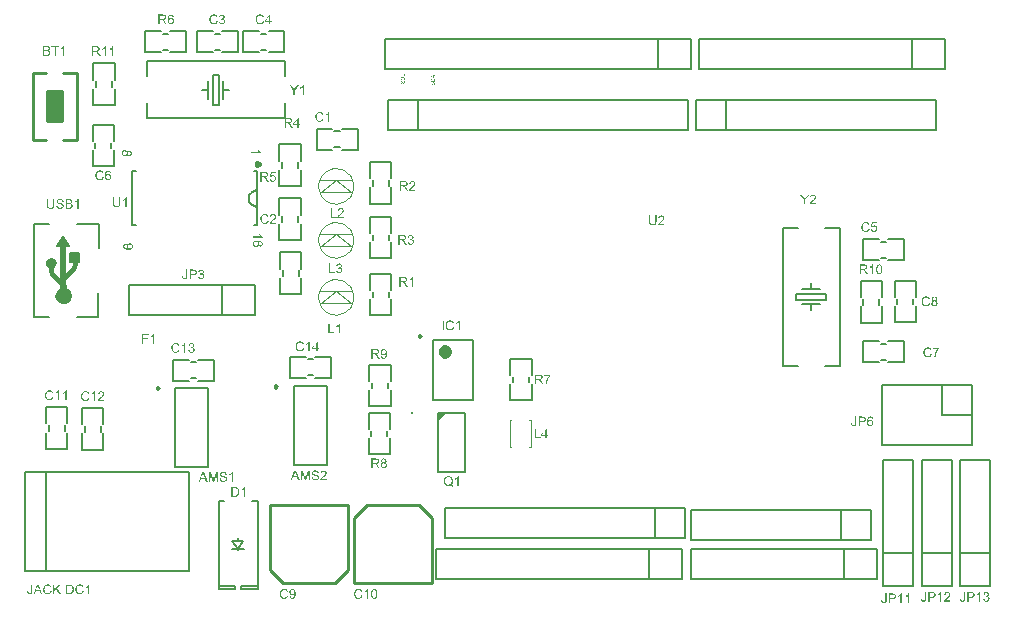
<source format=gto>
G04*
G04 #@! TF.GenerationSoftware,Altium Limited,Altium Designer,21.2.1 (34)*
G04*
G04 Layer_Color=65535*
%FSLAX43Y43*%
%MOMM*%
G71*
G04*
G04 #@! TF.SameCoordinates,427E456E-B420-4228-82AE-AA47295AEFF1*
G04*
G04*
G04 #@! TF.FilePolarity,Positive*
G04*
G01*
G75*
%ADD10C,0.102*%
%ADD11C,0.889*%
%ADD12C,0.508*%
%ADD13C,0.381*%
%ADD14C,0.127*%
%ADD15C,0.250*%
%ADD16C,0.250*%
%ADD17C,0.600*%
%ADD18C,0.178*%
%ADD19C,0.200*%
%ADD20C,0.254*%
%ADD21C,0.152*%
%ADD22R,1.270X2.540*%
G36*
X94775Y75775D02*
X95275Y75075D01*
X94275D01*
X94775Y75775D01*
D02*
G37*
G36*
X96150Y74425D02*
Y73675D01*
X95400Y73675D01*
Y74425D01*
X96150D01*
D02*
G37*
G36*
X127185Y60870D02*
X126535Y60220D01*
X126535Y60870D01*
X127185Y60870D01*
D02*
G37*
G36*
X96205Y46394D02*
X96215Y46392D01*
X96228Y46391D01*
X96241Y46390D01*
X96256Y46387D01*
X96288Y46380D01*
X96323Y46369D01*
X96341Y46361D01*
X96358Y46353D01*
X96374Y46343D01*
X96390Y46332D01*
X96391Y46330D01*
X96394Y46329D01*
X96398Y46325D01*
X96404Y46320D01*
X96410Y46314D01*
X96419Y46306D01*
X96427Y46297D01*
X96436Y46287D01*
X96446Y46275D01*
X96455Y46262D01*
X96464Y46247D01*
X96474Y46231D01*
X96483Y46215D01*
X96492Y46196D01*
X96507Y46157D01*
X96400Y46132D01*
Y46133D01*
X96399Y46136D01*
X96398Y46141D01*
X96395Y46147D01*
X96391Y46154D01*
X96388Y46163D01*
X96379Y46182D01*
X96368Y46203D01*
X96353Y46225D01*
X96337Y46245D01*
X96317Y46262D01*
X96314Y46263D01*
X96307Y46268D01*
X96296Y46275D01*
X96280Y46283D01*
X96261Y46291D01*
X96238Y46297D01*
X96212Y46302D01*
X96182Y46303D01*
X96173D01*
X96167Y46302D01*
X96158D01*
X96150Y46301D01*
X96127Y46297D01*
X96103Y46292D01*
X96076Y46283D01*
X96050Y46272D01*
X96026Y46257D01*
X96024D01*
X96023Y46255D01*
X96016Y46249D01*
X96005Y46239D01*
X95991Y46225D01*
X95977Y46208D01*
X95962Y46188D01*
X95949Y46163D01*
X95938Y46136D01*
Y46135D01*
X95936Y46132D01*
X95935Y46128D01*
X95934Y46122D01*
X95931Y46116D01*
X95930Y46107D01*
X95925Y46087D01*
X95920Y46064D01*
X95917Y46038D01*
X95914Y46009D01*
X95913Y45980D01*
Y45978D01*
Y45975D01*
Y45970D01*
Y45962D01*
X95914Y45954D01*
Y45942D01*
X95915Y45931D01*
X95917Y45919D01*
X95920Y45890D01*
X95925Y45859D01*
X95933Y45828D01*
X95943Y45799D01*
Y45797D01*
X95944Y45795D01*
X95946Y45791D01*
X95949Y45786D01*
X95955Y45771D01*
X95965Y45755D01*
X95979Y45735D01*
X95995Y45717D01*
X96013Y45698D01*
X96036Y45682D01*
X96037D01*
X96038Y45681D01*
X96042Y45678D01*
X96047Y45676D01*
X96060Y45671D01*
X96078Y45664D01*
X96098Y45657D01*
X96121Y45651D01*
X96147Y45646D01*
X96174Y45645D01*
X96183D01*
X96189Y45646D01*
X96197D01*
X96207Y45647D01*
X96228Y45651D01*
X96251Y45657D01*
X96277Y45667D01*
X96302Y45680D01*
X96327Y45697D01*
X96328Y45698D01*
X96329Y45699D01*
X96337Y45707D01*
X96348Y45719D01*
X96362Y45735D01*
X96375Y45758D01*
X96390Y45784D01*
X96402Y45816D01*
X96412Y45852D01*
X96520Y45825D01*
Y45823D01*
X96519Y45818D01*
X96517Y45812D01*
X96514Y45802D01*
X96509Y45792D01*
X96504Y45779D01*
X96499Y45765D01*
X96492Y45750D01*
X96476Y45717D01*
X96453Y45683D01*
X96429Y45651D01*
X96414Y45636D01*
X96398Y45623D01*
X96396Y45621D01*
X96394Y45620D01*
X96389Y45616D01*
X96381Y45611D01*
X96373Y45606D01*
X96363Y45600D01*
X96352Y45594D01*
X96338Y45588D01*
X96323Y45582D01*
X96307Y45575D01*
X96288Y45569D01*
X96270Y45564D01*
X96229Y45556D01*
X96207Y45554D01*
X96183Y45553D01*
X96171D01*
X96161Y45554D01*
X96150D01*
X96137Y45556D01*
X96122Y45558D01*
X96107Y45559D01*
X96073Y45567D01*
X96037Y45575D01*
X96002Y45589D01*
X95985Y45597D01*
X95969Y45606D01*
X95967Y45608D01*
X95965Y45609D01*
X95961Y45613D01*
X95955Y45616D01*
X95940Y45629D01*
X95923Y45646D01*
X95902Y45667D01*
X95882Y45694D01*
X95861Y45725D01*
X95843Y45761D01*
Y45763D01*
X95842Y45766D01*
X95840Y45771D01*
X95837Y45779D01*
X95834Y45789D01*
X95830Y45800D01*
X95826Y45812D01*
X95822Y45827D01*
X95819Y45842D01*
X95815Y45859D01*
X95808Y45897D01*
X95803Y45936D01*
X95801Y45980D01*
Y45981D01*
Y45986D01*
Y45992D01*
X95803Y46001D01*
Y46012D01*
X95804Y46025D01*
X95805Y46039D01*
X95808Y46055D01*
X95814Y46090D01*
X95821Y46127D01*
X95834Y46166D01*
X95850Y46201D01*
Y46203D01*
X95852Y46205D01*
X95855Y46210D01*
X95858Y46218D01*
X95863Y46225D01*
X95869Y46234D01*
X95886Y46255D01*
X95904Y46278D01*
X95928Y46302D01*
X95956Y46325D01*
X95987Y46345D01*
X95988D01*
X95991Y46348D01*
X95996Y46350D01*
X96003Y46353D01*
X96011Y46356D01*
X96021Y46361D01*
X96033Y46365D01*
X96046Y46370D01*
X96059Y46375D01*
X96074Y46379D01*
X96107Y46387D01*
X96145Y46392D01*
X96184Y46395D01*
X96197D01*
X96205Y46394D01*
D02*
G37*
G36*
X93490D02*
X93500Y46392D01*
X93512Y46391D01*
X93526Y46390D01*
X93540Y46387D01*
X93573Y46380D01*
X93607Y46369D01*
X93625Y46361D01*
X93642Y46353D01*
X93658Y46343D01*
X93674Y46332D01*
X93676Y46330D01*
X93678Y46329D01*
X93682Y46325D01*
X93688Y46320D01*
X93694Y46314D01*
X93703Y46306D01*
X93711Y46297D01*
X93720Y46287D01*
X93730Y46275D01*
X93739Y46262D01*
X93749Y46247D01*
X93759Y46231D01*
X93767Y46215D01*
X93776Y46196D01*
X93791Y46157D01*
X93684Y46132D01*
Y46133D01*
X93683Y46136D01*
X93682Y46141D01*
X93679Y46147D01*
X93676Y46154D01*
X93672Y46163D01*
X93663Y46182D01*
X93652Y46203D01*
X93637Y46225D01*
X93621Y46245D01*
X93601Y46262D01*
X93599Y46263D01*
X93591Y46268D01*
X93580Y46275D01*
X93564Y46283D01*
X93545Y46291D01*
X93522Y46297D01*
X93496Y46302D01*
X93466Y46303D01*
X93457D01*
X93451Y46302D01*
X93443D01*
X93434Y46301D01*
X93412Y46297D01*
X93387Y46292D01*
X93361Y46283D01*
X93335Y46272D01*
X93310Y46257D01*
X93309D01*
X93307Y46255D01*
X93300Y46249D01*
X93289Y46239D01*
X93275Y46225D01*
X93262Y46208D01*
X93247Y46188D01*
X93233Y46163D01*
X93222Y46136D01*
Y46135D01*
X93221Y46132D01*
X93219Y46128D01*
X93218Y46122D01*
X93216Y46116D01*
X93214Y46107D01*
X93209Y46087D01*
X93205Y46064D01*
X93201Y46038D01*
X93198Y46009D01*
X93197Y45980D01*
Y45978D01*
Y45975D01*
Y45970D01*
Y45962D01*
X93198Y45954D01*
Y45942D01*
X93200Y45931D01*
X93201Y45919D01*
X93205Y45890D01*
X93209Y45859D01*
X93217Y45828D01*
X93227Y45799D01*
Y45797D01*
X93228Y45795D01*
X93231Y45791D01*
X93233Y45786D01*
X93239Y45771D01*
X93249Y45755D01*
X93263Y45735D01*
X93279Y45717D01*
X93297Y45698D01*
X93320Y45682D01*
X93321D01*
X93322Y45681D01*
X93326Y45678D01*
X93331Y45676D01*
X93345Y45671D01*
X93362Y45664D01*
X93382Y45657D01*
X93405Y45651D01*
X93431Y45646D01*
X93459Y45645D01*
X93467D01*
X93474Y45646D01*
X93481D01*
X93491Y45647D01*
X93512Y45651D01*
X93535Y45657D01*
X93562Y45667D01*
X93586Y45680D01*
X93611Y45697D01*
X93612Y45698D01*
X93614Y45699D01*
X93621Y45707D01*
X93632Y45719D01*
X93646Y45735D01*
X93659Y45758D01*
X93674Y45784D01*
X93687Y45816D01*
X93697Y45852D01*
X93804Y45825D01*
Y45823D01*
X93803Y45818D01*
X93801Y45812D01*
X93798Y45802D01*
X93793Y45792D01*
X93788Y45779D01*
X93783Y45765D01*
X93776Y45750D01*
X93760Y45717D01*
X93738Y45683D01*
X93713Y45651D01*
X93698Y45636D01*
X93682Y45623D01*
X93680Y45621D01*
X93678Y45620D01*
X93673Y45616D01*
X93666Y45611D01*
X93657Y45606D01*
X93647Y45600D01*
X93636Y45594D01*
X93622Y45588D01*
X93607Y45582D01*
X93591Y45575D01*
X93573Y45569D01*
X93554Y45564D01*
X93513Y45556D01*
X93491Y45554D01*
X93467Y45553D01*
X93455D01*
X93445Y45554D01*
X93434D01*
X93421Y45556D01*
X93407Y45558D01*
X93392Y45559D01*
X93357Y45567D01*
X93321Y45575D01*
X93286Y45589D01*
X93269Y45597D01*
X93253Y45606D01*
X93252Y45608D01*
X93249Y45609D01*
X93245Y45613D01*
X93239Y45616D01*
X93224Y45629D01*
X93207Y45646D01*
X93186Y45667D01*
X93166Y45694D01*
X93145Y45725D01*
X93128Y45761D01*
Y45763D01*
X93126Y45766D01*
X93124Y45771D01*
X93121Y45779D01*
X93118Y45789D01*
X93114Y45800D01*
X93110Y45812D01*
X93107Y45827D01*
X93103Y45842D01*
X93099Y45859D01*
X93092Y45897D01*
X93087Y45936D01*
X93086Y45980D01*
Y45981D01*
Y45986D01*
Y45992D01*
X93087Y46001D01*
Y46012D01*
X93088Y46025D01*
X93089Y46039D01*
X93092Y46055D01*
X93098Y46090D01*
X93105Y46127D01*
X93118Y46166D01*
X93134Y46201D01*
Y46203D01*
X93136Y46205D01*
X93139Y46210D01*
X93143Y46218D01*
X93148Y46225D01*
X93154Y46234D01*
X93170Y46255D01*
X93188Y46278D01*
X93212Y46302D01*
X93240Y46325D01*
X93271Y46345D01*
X93273D01*
X93275Y46348D01*
X93280Y46350D01*
X93288Y46353D01*
X93295Y46356D01*
X93305Y46361D01*
X93317Y46365D01*
X93330Y46370D01*
X93343Y46375D01*
X93358Y46379D01*
X93392Y46387D01*
X93429Y46392D01*
X93469Y46395D01*
X93481D01*
X93490Y46394D01*
D02*
G37*
G36*
X94248Y46050D02*
X94605Y45567D01*
X94463D01*
X94173Y45977D01*
X94040Y45849D01*
Y45567D01*
X93932D01*
Y46381D01*
X94040D01*
Y45978D01*
X94444Y46381D01*
X94590D01*
X94248Y46050D01*
D02*
G37*
G36*
X92182Y45826D02*
Y45825D01*
Y45821D01*
Y45816D01*
Y45809D01*
X92181Y45800D01*
Y45790D01*
X92179Y45768D01*
X92176Y45742D01*
X92172Y45716D01*
X92166Y45690D01*
X92157Y45667D01*
X92156Y45665D01*
X92152Y45659D01*
X92146Y45649D01*
X92139Y45636D01*
X92127Y45621D01*
X92114Y45608D01*
X92096Y45594D01*
X92078Y45582D01*
X92075Y45580D01*
X92068Y45577D01*
X92057Y45573D01*
X92042Y45568D01*
X92023Y45562D01*
X92002Y45558D01*
X91977Y45554D01*
X91951Y45553D01*
X91941D01*
X91934Y45554D01*
X91925Y45556D01*
X91914Y45557D01*
X91891Y45561D01*
X91865Y45568D01*
X91837Y45579D01*
X91824Y45585D01*
X91811Y45594D01*
X91799Y45603D01*
X91788Y45614D01*
Y45615D01*
X91785Y45616D01*
X91783Y45620D01*
X91779Y45625D01*
X91774Y45633D01*
X91770Y45640D01*
X91764Y45650D01*
X91759Y45660D01*
X91754Y45672D01*
X91749Y45686D01*
X91744Y45701D01*
X91741Y45718D01*
X91737Y45735D01*
X91734Y45755D01*
X91733Y45775D01*
Y45797D01*
X91830Y45811D01*
Y45810D01*
Y45807D01*
Y45802D01*
X91831Y45796D01*
Y45789D01*
X91832Y45780D01*
X91836Y45760D01*
X91840Y45738D01*
X91846Y45717D01*
X91855Y45698D01*
X91860Y45690D01*
X91865Y45682D01*
X91866Y45681D01*
X91871Y45677D01*
X91877Y45671D01*
X91887Y45666D01*
X91899Y45660D01*
X91914Y45654D01*
X91932Y45650D01*
X91951Y45649D01*
X91959D01*
X91966Y45650D01*
X91975Y45651D01*
X91986Y45654D01*
X91998Y45656D01*
X92010Y45661D01*
X92021Y45667D01*
X92022Y45668D01*
X92026Y45671D01*
X92031Y45675D01*
X92037Y45681D01*
X92044Y45687D01*
X92051Y45696D01*
X92057Y45706D01*
X92062Y45717D01*
Y45718D01*
X92064Y45723D01*
X92065Y45730D01*
X92068Y45742D01*
X92070Y45756D01*
X92072Y45774D01*
X92074Y45795D01*
Y45820D01*
Y46381D01*
X92182D01*
Y45826D01*
D02*
G37*
G36*
X96989Y45567D02*
X96888D01*
Y46204D01*
X96887Y46203D01*
X96882Y46198D01*
X96874Y46192D01*
X96862Y46183D01*
X96849Y46172D01*
X96833Y46161D01*
X96814Y46147D01*
X96793Y46135D01*
X96792D01*
X96790Y46133D01*
X96783Y46128D01*
X96772Y46122D01*
X96758Y46115D01*
X96742Y46106D01*
X96725Y46099D01*
X96706Y46090D01*
X96689Y46082D01*
Y46180D01*
X96690D01*
X96693Y46182D01*
X96698Y46184D01*
X96702Y46188D01*
X96710Y46192D01*
X96719Y46195D01*
X96738Y46206D01*
X96761Y46220D01*
X96785Y46236D01*
X96810Y46255D01*
X96834Y46275D01*
X96835Y46276D01*
X96836Y46277D01*
X96844Y46285D01*
X96855Y46296D01*
X96869Y46309D01*
X96883Y46327D01*
X96898Y46345D01*
X96912Y46365D01*
X96923Y46385D01*
X96989D01*
Y45567D01*
D02*
G37*
G36*
X95345Y46380D02*
X95367Y46379D01*
X95392Y46376D01*
X95416Y46373D01*
X95436Y46369D01*
X95437D01*
X95439Y46368D01*
X95442D01*
X95447Y46365D01*
X95460Y46361D01*
X95477Y46355D01*
X95495Y46348D01*
X95515Y46338D01*
X95535Y46325D01*
X95555Y46311D01*
X95556D01*
X95557Y46308D01*
X95566Y46301D01*
X95577Y46288D01*
X95591Y46272D01*
X95607Y46252D01*
X95623Y46229D01*
X95638Y46201D01*
X95651Y46170D01*
Y46169D01*
X95653Y46167D01*
X95654Y46162D01*
X95656Y46156D01*
X95659Y46148D01*
X95661Y46138D01*
X95665Y46127D01*
X95667Y46115D01*
X95670Y46101D01*
X95674Y46086D01*
X95679Y46054D01*
X95682Y46018D01*
X95684Y45978D01*
Y45977D01*
Y45975D01*
Y45970D01*
Y45962D01*
X95682Y45955D01*
Y45945D01*
X95681Y45923D01*
X95679Y45898D01*
X95674Y45869D01*
X95669Y45841D01*
X95661Y45813D01*
Y45812D01*
X95660Y45810D01*
X95659Y45806D01*
X95658Y45801D01*
X95653Y45789D01*
X95646Y45771D01*
X95639Y45753D01*
X95629Y45733D01*
X95618Y45713D01*
X95605Y45694D01*
X95604Y45692D01*
X95599Y45687D01*
X95593Y45678D01*
X95583Y45667D01*
X95573Y45656D01*
X95560Y45644D01*
X95546Y45631D01*
X95531Y45620D01*
X95530Y45619D01*
X95524Y45616D01*
X95515Y45611D01*
X95504Y45605D01*
X95490Y45599D01*
X95474Y45593D01*
X95455Y45587D01*
X95434Y45580D01*
X95432D01*
X95425Y45578D01*
X95413Y45577D01*
X95397Y45574D01*
X95379Y45572D01*
X95356Y45569D01*
X95332Y45568D01*
X95304Y45567D01*
X95012D01*
Y46381D01*
X95324D01*
X95345Y46380D01*
D02*
G37*
G36*
X93029Y45567D02*
X92907D01*
X92813Y45813D01*
X92471D01*
X92383Y45567D01*
X92269D01*
X92580Y46381D01*
X92698D01*
X93029Y45567D01*
D02*
G37*
G36*
X126233Y89497D02*
X126136Y89460D01*
Y89326D01*
X126233Y89291D01*
Y89246D01*
X125912Y89369D01*
Y89415D01*
X126233Y89545D01*
Y89497D01*
D02*
G37*
G36*
X126080Y89222D02*
X126084D01*
X126093Y89222D01*
X126102Y89221D01*
X126114Y89219D01*
X126125Y89217D01*
X126136Y89214D01*
X126136D01*
X126137Y89214D01*
X126139Y89213D01*
X126140Y89213D01*
X126145Y89211D01*
X126152Y89208D01*
X126159Y89205D01*
X126167Y89201D01*
X126175Y89197D01*
X126182Y89192D01*
X126183Y89192D01*
X126185Y89190D01*
X126189Y89187D01*
X126193Y89183D01*
X126198Y89180D01*
X126202Y89174D01*
X126207Y89169D01*
X126212Y89163D01*
X126212Y89162D01*
X126213Y89160D01*
X126215Y89157D01*
X126218Y89152D01*
X126220Y89147D01*
X126222Y89141D01*
X126225Y89133D01*
X126227Y89125D01*
Y89124D01*
X126228Y89121D01*
X126229Y89117D01*
X126230Y89110D01*
X126231Y89103D01*
X126232Y89094D01*
X126232Y89084D01*
X126233Y89074D01*
Y88959D01*
X125912D01*
Y89081D01*
X125913Y89090D01*
X125913Y89099D01*
X125914Y89108D01*
X125916Y89118D01*
X125917Y89125D01*
Y89126D01*
X125918Y89127D01*
Y89128D01*
X125919Y89130D01*
X125920Y89135D01*
X125922Y89141D01*
X125925Y89149D01*
X125929Y89157D01*
X125934Y89164D01*
X125940Y89172D01*
Y89173D01*
X125941Y89173D01*
X125944Y89177D01*
X125949Y89181D01*
X125955Y89186D01*
X125963Y89193D01*
X125972Y89199D01*
X125983Y89205D01*
X125995Y89210D01*
X125996D01*
X125997Y89211D01*
X125999Y89211D01*
X126001Y89212D01*
X126004Y89213D01*
X126008Y89214D01*
X126012Y89216D01*
X126017Y89217D01*
X126022Y89218D01*
X126028Y89219D01*
X126041Y89221D01*
X126055Y89222D01*
X126071Y89223D01*
X126071D01*
X126072D01*
X126074D01*
X126077D01*
X126080Y89222D01*
D02*
G37*
G36*
X126152Y88900D02*
X126158Y88899D01*
X126165Y88897D01*
X126174Y88894D01*
X126182Y88891D01*
X126191Y88886D01*
X126192Y88885D01*
X126195Y88883D01*
X126199Y88880D01*
X126203Y88875D01*
X126209Y88869D01*
X126215Y88862D01*
X126220Y88853D01*
X126226Y88844D01*
Y88843D01*
X126226Y88842D01*
X126227Y88841D01*
X126228Y88839D01*
X126229Y88836D01*
X126230Y88833D01*
X126232Y88825D01*
X126234Y88817D01*
X126236Y88806D01*
X126238Y88795D01*
X126238Y88782D01*
Y88775D01*
X126238Y88771D01*
Y88767D01*
X126237Y88762D01*
X126237Y88757D01*
X126235Y88745D01*
X126233Y88733D01*
X126230Y88721D01*
X126226Y88709D01*
Y88709D01*
X126225Y88708D01*
X126224Y88706D01*
X126223Y88705D01*
X126220Y88699D01*
X126216Y88693D01*
X126211Y88685D01*
X126204Y88678D01*
X126197Y88670D01*
X126188Y88663D01*
X126187D01*
X126187Y88663D01*
X126185Y88662D01*
X126183Y88661D01*
X126181Y88659D01*
X126178Y88658D01*
X126171Y88655D01*
X126162Y88652D01*
X126152Y88649D01*
X126141Y88647D01*
X126130Y88646D01*
X126126Y88686D01*
X126127D01*
X126127D01*
X126130Y88686D01*
X126135Y88687D01*
X126140Y88688D01*
X126147Y88690D01*
X126154Y88692D01*
X126160Y88695D01*
X126166Y88699D01*
X126167Y88699D01*
X126169Y88701D01*
X126172Y88703D01*
X126175Y88707D01*
X126179Y88711D01*
X126183Y88717D01*
X126187Y88724D01*
X126191Y88731D01*
Y88731D01*
X126192Y88732D01*
X126193Y88735D01*
X126194Y88739D01*
X126196Y88745D01*
X126198Y88752D01*
X126199Y88761D01*
X126200Y88770D01*
X126200Y88780D01*
Y88784D01*
X126200Y88789D01*
X126199Y88794D01*
X126199Y88801D01*
X126198Y88808D01*
X126196Y88815D01*
X126194Y88823D01*
X126193Y88824D01*
X126192Y88825D01*
X126191Y88829D01*
X126188Y88833D01*
X126185Y88838D01*
X126182Y88842D01*
X126178Y88846D01*
X126174Y88850D01*
X126173Y88851D01*
X126171Y88852D01*
X126169Y88853D01*
X126165Y88855D01*
X126161Y88857D01*
X126157Y88858D01*
X126152Y88859D01*
X126146Y88860D01*
X126146D01*
X126144D01*
X126141Y88859D01*
X126138Y88859D01*
X126133Y88858D01*
X126129Y88856D01*
X126124Y88854D01*
X126120Y88851D01*
X126119Y88850D01*
X126118Y88849D01*
X126116Y88847D01*
X126113Y88844D01*
X126110Y88840D01*
X126107Y88835D01*
X126104Y88829D01*
X126101Y88822D01*
X126100Y88822D01*
X126100Y88820D01*
X126099Y88816D01*
X126098Y88813D01*
X126097Y88810D01*
X126096Y88806D01*
X126095Y88803D01*
X126094Y88798D01*
X126092Y88793D01*
X126091Y88787D01*
X126089Y88780D01*
X126087Y88773D01*
X126085Y88765D01*
Y88765D01*
X126085Y88763D01*
X126084Y88761D01*
X126083Y88758D01*
X126082Y88754D01*
X126081Y88750D01*
X126079Y88741D01*
X126076Y88731D01*
X126072Y88721D01*
X126069Y88711D01*
X126067Y88707D01*
X126065Y88704D01*
Y88703D01*
X126065Y88703D01*
X126063Y88700D01*
X126060Y88696D01*
X126057Y88691D01*
X126053Y88685D01*
X126048Y88680D01*
X126042Y88674D01*
X126036Y88669D01*
X126035Y88669D01*
X126032Y88667D01*
X126029Y88666D01*
X126024Y88664D01*
X126018Y88662D01*
X126011Y88660D01*
X126003Y88659D01*
X125996Y88658D01*
X125995D01*
X125995D01*
X125993D01*
X125991D01*
X125987Y88659D01*
X125981Y88660D01*
X125974Y88662D01*
X125966Y88664D01*
X125958Y88667D01*
X125950Y88672D01*
X125950D01*
X125949Y88672D01*
X125947Y88674D01*
X125943Y88678D01*
X125938Y88682D01*
X125933Y88687D01*
X125928Y88694D01*
X125922Y88703D01*
X125918Y88712D01*
Y88712D01*
X125918Y88713D01*
X125917Y88714D01*
X125916Y88717D01*
X125916Y88719D01*
X125915Y88722D01*
X125912Y88729D01*
X125910Y88738D01*
X125909Y88747D01*
X125907Y88759D01*
X125907Y88770D01*
Y88776D01*
X125907Y88780D01*
Y88783D01*
X125908Y88791D01*
X125910Y88801D01*
X125912Y88812D01*
X125915Y88823D01*
X125919Y88833D01*
Y88833D01*
X125919Y88834D01*
X125920Y88835D01*
X125921Y88837D01*
X125923Y88842D01*
X125927Y88848D01*
X125932Y88855D01*
X125938Y88862D01*
X125944Y88869D01*
X125952Y88875D01*
X125953Y88875D01*
X125956Y88877D01*
X125961Y88880D01*
X125967Y88882D01*
X125974Y88885D01*
X125983Y88888D01*
X125992Y88890D01*
X126002Y88891D01*
X126005Y88850D01*
X126005D01*
X126004D01*
X126002Y88850D01*
X126001Y88849D01*
X125995Y88848D01*
X125988Y88846D01*
X125981Y88844D01*
X125974Y88840D01*
X125966Y88834D01*
X125960Y88828D01*
X125960Y88827D01*
X125958Y88824D01*
X125955Y88820D01*
X125952Y88814D01*
X125949Y88806D01*
X125947Y88797D01*
X125945Y88785D01*
X125944Y88772D01*
Y88766D01*
X125945Y88763D01*
Y88759D01*
X125946Y88751D01*
X125948Y88742D01*
X125950Y88732D01*
X125954Y88724D01*
X125956Y88720D01*
X125959Y88716D01*
X125959Y88716D01*
X125961Y88714D01*
X125964Y88711D01*
X125968Y88708D01*
X125973Y88705D01*
X125979Y88702D01*
X125985Y88700D01*
X125993Y88699D01*
X125994D01*
X125996D01*
X125999Y88700D01*
X126003Y88701D01*
X126007Y88702D01*
X126012Y88705D01*
X126017Y88707D01*
X126021Y88711D01*
X126021Y88712D01*
X126023Y88714D01*
X126024Y88716D01*
X126025Y88718D01*
X126026Y88721D01*
X126028Y88724D01*
X126030Y88728D01*
X126032Y88732D01*
X126033Y88737D01*
X126035Y88743D01*
X126038Y88750D01*
X126040Y88757D01*
X126041Y88765D01*
X126044Y88775D01*
Y88775D01*
X126044Y88777D01*
X126045Y88780D01*
X126046Y88783D01*
X126047Y88787D01*
X126048Y88792D01*
X126051Y88803D01*
X126054Y88815D01*
X126058Y88826D01*
X126059Y88832D01*
X126061Y88837D01*
X126063Y88842D01*
X126064Y88846D01*
Y88846D01*
X126065Y88847D01*
X126066Y88848D01*
X126067Y88850D01*
X126070Y88855D01*
X126073Y88862D01*
X126078Y88868D01*
X126084Y88875D01*
X126090Y88882D01*
X126097Y88887D01*
X126098Y88887D01*
X126100Y88889D01*
X126104Y88891D01*
X126110Y88894D01*
X126117Y88896D01*
X126124Y88899D01*
X126133Y88900D01*
X126142Y88901D01*
X126143D01*
X126143D01*
X126145D01*
X126147D01*
X126152Y88900D01*
D02*
G37*
G36*
X123693Y89407D02*
X123372D01*
Y89449D01*
X123655D01*
Y89606D01*
X123693D01*
Y89407D01*
D02*
G37*
G36*
X123594Y89356D02*
X123596Y89355D01*
X123600Y89354D01*
X123604Y89352D01*
X123609Y89350D01*
X123615Y89348D01*
X123620Y89345D01*
X123634Y89339D01*
X123647Y89330D01*
X123659Y89320D01*
X123665Y89314D01*
X123671Y89308D01*
X123671Y89308D01*
X123672Y89307D01*
X123673Y89305D01*
X123675Y89302D01*
X123677Y89298D01*
X123679Y89294D01*
X123682Y89290D01*
X123684Y89285D01*
X123687Y89279D01*
X123689Y89272D01*
X123692Y89265D01*
X123694Y89258D01*
X123697Y89242D01*
X123698Y89233D01*
X123698Y89224D01*
Y89219D01*
X123698Y89215D01*
Y89210D01*
X123697Y89206D01*
X123696Y89200D01*
X123696Y89194D01*
X123693Y89180D01*
X123689Y89166D01*
X123684Y89152D01*
X123681Y89146D01*
X123677Y89139D01*
X123677Y89139D01*
X123676Y89138D01*
X123675Y89136D01*
X123673Y89134D01*
X123668Y89128D01*
X123661Y89121D01*
X123653Y89113D01*
X123642Y89105D01*
X123630Y89097D01*
X123616Y89090D01*
X123616D01*
X123614Y89090D01*
X123612Y89089D01*
X123609Y89088D01*
X123605Y89086D01*
X123601Y89085D01*
X123596Y89083D01*
X123590Y89082D01*
X123584Y89080D01*
X123578Y89079D01*
X123563Y89076D01*
X123547Y89074D01*
X123530Y89073D01*
X123530D01*
X123528D01*
X123525D01*
X123522Y89074D01*
X123518D01*
X123512Y89074D01*
X123507Y89075D01*
X123500Y89076D01*
X123487Y89078D01*
X123472Y89081D01*
X123457Y89086D01*
X123443Y89092D01*
X123442D01*
X123441Y89093D01*
X123440Y89094D01*
X123437Y89096D01*
X123434Y89098D01*
X123430Y89100D01*
X123422Y89107D01*
X123413Y89114D01*
X123403Y89123D01*
X123394Y89134D01*
X123386Y89147D01*
Y89147D01*
X123385Y89148D01*
X123384Y89150D01*
X123383Y89153D01*
X123382Y89156D01*
X123380Y89160D01*
X123379Y89165D01*
X123377Y89169D01*
X123375Y89175D01*
X123373Y89181D01*
X123370Y89194D01*
X123368Y89209D01*
X123367Y89224D01*
Y89229D01*
X123367Y89232D01*
X123368Y89236D01*
X123368Y89241D01*
X123369Y89247D01*
X123370Y89252D01*
X123373Y89265D01*
X123377Y89279D01*
X123380Y89286D01*
X123383Y89292D01*
X123387Y89299D01*
X123392Y89305D01*
X123392Y89306D01*
X123393Y89307D01*
X123394Y89308D01*
X123396Y89310D01*
X123399Y89313D01*
X123402Y89316D01*
X123405Y89320D01*
X123409Y89323D01*
X123414Y89327D01*
X123419Y89330D01*
X123425Y89334D01*
X123431Y89338D01*
X123438Y89342D01*
X123445Y89345D01*
X123461Y89351D01*
X123470Y89309D01*
X123470D01*
X123469Y89308D01*
X123467Y89308D01*
X123464Y89307D01*
X123461Y89306D01*
X123458Y89304D01*
X123451Y89301D01*
X123442Y89296D01*
X123434Y89290D01*
X123426Y89284D01*
X123419Y89276D01*
X123419Y89275D01*
X123417Y89272D01*
X123414Y89268D01*
X123411Y89262D01*
X123408Y89254D01*
X123405Y89245D01*
X123403Y89235D01*
X123403Y89223D01*
Y89220D01*
X123403Y89217D01*
Y89214D01*
X123404Y89210D01*
X123405Y89202D01*
X123407Y89192D01*
X123411Y89182D01*
X123415Y89171D01*
X123421Y89162D01*
Y89161D01*
X123422Y89161D01*
X123424Y89158D01*
X123428Y89153D01*
X123434Y89148D01*
X123440Y89143D01*
X123448Y89137D01*
X123458Y89131D01*
X123469Y89127D01*
X123469D01*
X123470Y89127D01*
X123472Y89126D01*
X123474Y89126D01*
X123477Y89125D01*
X123480Y89124D01*
X123488Y89122D01*
X123497Y89120D01*
X123507Y89119D01*
X123519Y89118D01*
X123530Y89117D01*
X123531D01*
X123532D01*
X123534D01*
X123537D01*
X123540Y89118D01*
X123545D01*
X123549Y89118D01*
X123554Y89119D01*
X123565Y89120D01*
X123578Y89122D01*
X123590Y89125D01*
X123601Y89129D01*
X123602D01*
X123603Y89129D01*
X123604Y89130D01*
X123606Y89131D01*
X123612Y89134D01*
X123619Y89138D01*
X123626Y89143D01*
X123634Y89149D01*
X123641Y89157D01*
X123647Y89166D01*
Y89166D01*
X123648Y89167D01*
X123649Y89168D01*
X123650Y89170D01*
X123652Y89175D01*
X123655Y89182D01*
X123657Y89190D01*
X123659Y89199D01*
X123661Y89209D01*
X123662Y89220D01*
Y89224D01*
X123661Y89226D01*
Y89229D01*
X123661Y89233D01*
X123659Y89241D01*
X123657Y89250D01*
X123653Y89261D01*
X123648Y89270D01*
X123641Y89280D01*
X123641Y89281D01*
X123640Y89281D01*
X123638Y89284D01*
X123633Y89288D01*
X123626Y89294D01*
X123618Y89299D01*
X123607Y89305D01*
X123595Y89310D01*
X123580Y89314D01*
X123591Y89356D01*
X123592D01*
X123594Y89356D01*
D02*
G37*
G36*
X123612Y89027D02*
X123618Y89026D01*
X123625Y89024D01*
X123634Y89021D01*
X123642Y89018D01*
X123651Y89013D01*
X123652Y89012D01*
X123655Y89010D01*
X123659Y89007D01*
X123663Y89002D01*
X123669Y88996D01*
X123675Y88989D01*
X123680Y88980D01*
X123686Y88971D01*
Y88970D01*
X123686Y88969D01*
X123687Y88968D01*
X123688Y88966D01*
X123689Y88963D01*
X123690Y88960D01*
X123692Y88952D01*
X123694Y88944D01*
X123696Y88933D01*
X123698Y88922D01*
X123698Y88909D01*
Y88902D01*
X123698Y88898D01*
Y88894D01*
X123697Y88889D01*
X123697Y88884D01*
X123695Y88872D01*
X123693Y88860D01*
X123690Y88848D01*
X123686Y88836D01*
Y88836D01*
X123685Y88835D01*
X123684Y88833D01*
X123683Y88832D01*
X123680Y88826D01*
X123676Y88820D01*
X123671Y88812D01*
X123664Y88805D01*
X123657Y88797D01*
X123648Y88790D01*
X123647D01*
X123647Y88790D01*
X123645Y88789D01*
X123643Y88788D01*
X123641Y88786D01*
X123638Y88785D01*
X123631Y88782D01*
X123622Y88779D01*
X123612Y88776D01*
X123601Y88774D01*
X123590Y88773D01*
X123586Y88813D01*
X123587D01*
X123587D01*
X123590Y88813D01*
X123595Y88814D01*
X123600Y88815D01*
X123607Y88817D01*
X123614Y88819D01*
X123620Y88822D01*
X123626Y88826D01*
X123627Y88826D01*
X123629Y88828D01*
X123632Y88830D01*
X123635Y88834D01*
X123639Y88838D01*
X123643Y88844D01*
X123647Y88851D01*
X123651Y88858D01*
Y88858D01*
X123652Y88859D01*
X123653Y88862D01*
X123654Y88866D01*
X123656Y88872D01*
X123658Y88879D01*
X123659Y88888D01*
X123660Y88897D01*
X123660Y88907D01*
Y88911D01*
X123660Y88916D01*
X123659Y88921D01*
X123659Y88928D01*
X123658Y88935D01*
X123656Y88942D01*
X123654Y88950D01*
X123653Y88951D01*
X123652Y88952D01*
X123651Y88956D01*
X123648Y88960D01*
X123645Y88965D01*
X123642Y88969D01*
X123638Y88973D01*
X123634Y88977D01*
X123633Y88978D01*
X123631Y88979D01*
X123629Y88980D01*
X123625Y88982D01*
X123621Y88984D01*
X123617Y88985D01*
X123612Y88986D01*
X123606Y88987D01*
X123606D01*
X123604D01*
X123601Y88986D01*
X123598Y88986D01*
X123593Y88985D01*
X123589Y88983D01*
X123584Y88981D01*
X123580Y88978D01*
X123579Y88977D01*
X123578Y88976D01*
X123576Y88974D01*
X123573Y88971D01*
X123570Y88967D01*
X123567Y88962D01*
X123564Y88956D01*
X123561Y88949D01*
X123560Y88949D01*
X123560Y88947D01*
X123559Y88943D01*
X123558Y88940D01*
X123557Y88937D01*
X123556Y88933D01*
X123555Y88930D01*
X123554Y88925D01*
X123552Y88920D01*
X123551Y88914D01*
X123549Y88907D01*
X123547Y88900D01*
X123545Y88892D01*
Y88892D01*
X123545Y88890D01*
X123544Y88888D01*
X123543Y88885D01*
X123542Y88881D01*
X123541Y88877D01*
X123539Y88868D01*
X123536Y88858D01*
X123532Y88848D01*
X123529Y88838D01*
X123527Y88834D01*
X123525Y88831D01*
Y88830D01*
X123525Y88830D01*
X123523Y88827D01*
X123520Y88823D01*
X123517Y88818D01*
X123513Y88812D01*
X123508Y88807D01*
X123502Y88801D01*
X123496Y88796D01*
X123495Y88796D01*
X123492Y88794D01*
X123489Y88793D01*
X123484Y88791D01*
X123478Y88789D01*
X123471Y88787D01*
X123463Y88786D01*
X123456Y88785D01*
X123455D01*
X123455D01*
X123453D01*
X123451D01*
X123447Y88786D01*
X123441Y88787D01*
X123434Y88789D01*
X123426Y88791D01*
X123418Y88794D01*
X123410Y88799D01*
X123410D01*
X123409Y88799D01*
X123407Y88801D01*
X123403Y88805D01*
X123398Y88809D01*
X123393Y88814D01*
X123388Y88821D01*
X123382Y88830D01*
X123378Y88839D01*
Y88839D01*
X123378Y88840D01*
X123377Y88841D01*
X123376Y88844D01*
X123376Y88846D01*
X123375Y88849D01*
X123372Y88856D01*
X123370Y88865D01*
X123369Y88874D01*
X123367Y88886D01*
X123367Y88897D01*
Y88903D01*
X123367Y88907D01*
Y88910D01*
X123368Y88918D01*
X123370Y88928D01*
X123372Y88939D01*
X123375Y88950D01*
X123379Y88960D01*
Y88960D01*
X123379Y88961D01*
X123380Y88962D01*
X123381Y88964D01*
X123383Y88969D01*
X123387Y88975D01*
X123392Y88982D01*
X123398Y88989D01*
X123404Y88996D01*
X123412Y89002D01*
X123413Y89002D01*
X123416Y89004D01*
X123421Y89007D01*
X123427Y89009D01*
X123434Y89012D01*
X123443Y89015D01*
X123452Y89017D01*
X123462Y89018D01*
X123465Y88977D01*
X123465D01*
X123464D01*
X123462Y88977D01*
X123461Y88976D01*
X123455Y88975D01*
X123448Y88973D01*
X123441Y88971D01*
X123434Y88967D01*
X123426Y88961D01*
X123420Y88955D01*
X123420Y88954D01*
X123418Y88951D01*
X123415Y88947D01*
X123412Y88941D01*
X123409Y88933D01*
X123407Y88924D01*
X123405Y88912D01*
X123404Y88899D01*
Y88893D01*
X123405Y88890D01*
Y88886D01*
X123406Y88878D01*
X123408Y88869D01*
X123410Y88859D01*
X123414Y88851D01*
X123416Y88847D01*
X123419Y88843D01*
X123419Y88843D01*
X123421Y88841D01*
X123424Y88838D01*
X123428Y88835D01*
X123433Y88832D01*
X123439Y88829D01*
X123445Y88827D01*
X123453Y88826D01*
X123454D01*
X123456D01*
X123459Y88827D01*
X123463Y88828D01*
X123467Y88829D01*
X123472Y88832D01*
X123477Y88834D01*
X123481Y88838D01*
X123481Y88839D01*
X123483Y88841D01*
X123484Y88843D01*
X123485Y88845D01*
X123486Y88848D01*
X123488Y88851D01*
X123490Y88855D01*
X123492Y88859D01*
X123493Y88864D01*
X123495Y88870D01*
X123498Y88877D01*
X123500Y88884D01*
X123501Y88892D01*
X123504Y88902D01*
Y88902D01*
X123504Y88904D01*
X123505Y88907D01*
X123506Y88910D01*
X123507Y88914D01*
X123508Y88919D01*
X123511Y88930D01*
X123514Y88942D01*
X123518Y88953D01*
X123519Y88959D01*
X123521Y88964D01*
X123523Y88969D01*
X123524Y88973D01*
Y88973D01*
X123525Y88974D01*
X123526Y88975D01*
X123527Y88977D01*
X123530Y88982D01*
X123533Y88989D01*
X123538Y88995D01*
X123544Y89002D01*
X123550Y89009D01*
X123557Y89014D01*
X123558Y89014D01*
X123560Y89016D01*
X123564Y89018D01*
X123570Y89021D01*
X123577Y89023D01*
X123584Y89026D01*
X123593Y89027D01*
X123602Y89028D01*
X123603D01*
X123603D01*
X123605D01*
X123607D01*
X123612Y89027D01*
D02*
G37*
G36*
X118307Y78259D02*
X118317Y78258D01*
X118328Y78256D01*
X118341Y78255D01*
X118354Y78251D01*
X118384Y78244D01*
X118415Y78233D01*
X118431Y78225D01*
X118446Y78217D01*
X118460Y78205D01*
X118473Y78194D01*
X118474Y78193D01*
X118476Y78192D01*
X118479Y78188D01*
X118484Y78183D01*
X118489Y78176D01*
X118496Y78168D01*
X118508Y78150D01*
X118520Y78126D01*
X118531Y78099D01*
X118540Y78068D01*
X118541Y78051D01*
X118543Y78033D01*
Y78031D01*
Y78025D01*
X118541Y78015D01*
X118540Y78002D01*
X118538Y77987D01*
X118534Y77971D01*
X118529Y77954D01*
X118522Y77937D01*
X118520Y77934D01*
X118518Y77928D01*
X118513Y77919D01*
X118505Y77907D01*
X118497Y77892D01*
X118486Y77875D01*
X118471Y77857D01*
X118455Y77837D01*
X118452Y77835D01*
X118446Y77827D01*
X118435Y77816D01*
X118427Y77809D01*
X118419Y77800D01*
X118409Y77790D01*
X118396Y77779D01*
X118384Y77768D01*
X118370Y77754D01*
X118355Y77741D01*
X118338Y77726D01*
X118321Y77711D01*
X118301Y77694D01*
X118300Y77692D01*
X118297Y77690D01*
X118292Y77686D01*
X118286Y77681D01*
X118271Y77669D01*
X118253Y77653D01*
X118234Y77635D01*
X118214Y77618D01*
X118198Y77603D01*
X118192Y77597D01*
X118186Y77591D01*
X118184Y77589D01*
X118182Y77586D01*
X118177Y77581D01*
X118171Y77573D01*
X118157Y77557D01*
X118144Y77537D01*
X118544D01*
Y77442D01*
X118005D01*
Y77443D01*
Y77448D01*
Y77456D01*
X118006Y77464D01*
X118007Y77474D01*
X118008Y77485D01*
X118012Y77498D01*
X118016Y77510D01*
Y77511D01*
X118017Y77513D01*
X118020Y77520D01*
X118025Y77530D01*
X118032Y77545D01*
X118041Y77561D01*
X118053Y77580D01*
X118065Y77598D01*
X118082Y77618D01*
Y77619D01*
X118084Y77620D01*
X118090Y77628D01*
X118100Y77639D01*
X118115Y77654D01*
X118134Y77671D01*
X118156Y77692D01*
X118183Y77716D01*
X118213Y77742D01*
X118214Y77743D01*
X118219Y77747D01*
X118225Y77752D01*
X118234Y77761D01*
X118245Y77769D01*
X118258Y77780D01*
X118285Y77804D01*
X118315Y77832D01*
X118344Y77861D01*
X118359Y77875D01*
X118372Y77888D01*
X118383Y77902D01*
X118393Y77914D01*
Y77915D01*
X118395Y77917D01*
X118398Y77920D01*
X118400Y77925D01*
X118408Y77938D01*
X118416Y77954D01*
X118425Y77972D01*
X118432Y77992D01*
X118437Y78015D01*
X118440Y78036D01*
Y78037D01*
Y78038D01*
X118439Y78046D01*
X118437Y78057D01*
X118435Y78070D01*
X118429Y78087D01*
X118421Y78103D01*
X118411Y78120D01*
X118396Y78136D01*
X118394Y78137D01*
X118389Y78142D01*
X118379Y78148D01*
X118367Y78157D01*
X118351Y78165D01*
X118332Y78171D01*
X118310Y78176D01*
X118285Y78177D01*
X118277D01*
X118272Y78176D01*
X118260Y78175D01*
X118244Y78172D01*
X118225Y78166D01*
X118205Y78158D01*
X118187Y78147D01*
X118170Y78132D01*
X118168Y78130D01*
X118163Y78125D01*
X118156Y78115D01*
X118148Y78101D01*
X118140Y78084D01*
X118134Y78064D01*
X118129Y78041D01*
X118126Y78013D01*
X118023Y78025D01*
Y78026D01*
Y78029D01*
X118025Y78036D01*
X118026Y78043D01*
X118028Y78053D01*
X118029Y78064D01*
X118037Y78089D01*
X118047Y78118D01*
X118060Y78146D01*
X118079Y78175D01*
X118089Y78187D01*
X118101Y78199D01*
X118103Y78201D01*
X118105Y78202D01*
X118109Y78205D01*
X118114Y78209D01*
X118121Y78213D01*
X118130Y78219D01*
X118140Y78224D01*
X118151Y78230D01*
X118163Y78235D01*
X118177Y78241D01*
X118193Y78246D01*
X118209Y78250D01*
X118246Y78258D01*
X118266Y78259D01*
X118287Y78260D01*
X118298D01*
X118307Y78259D01*
D02*
G37*
G36*
X117530Y77537D02*
X117930D01*
Y77442D01*
X117422D01*
Y78256D01*
X117530D01*
Y77537D01*
D02*
G37*
G36*
X118166Y73567D02*
X118183Y73564D01*
X118201Y73560D01*
X118222Y73555D01*
X118243Y73548D01*
X118264Y73538D01*
X118266D01*
X118267Y73537D01*
X118274Y73533D01*
X118284Y73527D01*
X118297Y73518D01*
X118310Y73507D01*
X118325Y73493D01*
X118339Y73477D01*
X118351Y73460D01*
X118352Y73458D01*
X118356Y73451D01*
X118361Y73441D01*
X118366Y73429D01*
X118371Y73413D01*
X118376Y73396D01*
X118380Y73377D01*
X118381Y73356D01*
Y73353D01*
Y73347D01*
X118380Y73337D01*
X118377Y73325D01*
X118373Y73310D01*
X118369Y73294D01*
X118362Y73277D01*
X118352Y73260D01*
X118351Y73258D01*
X118347Y73253D01*
X118340Y73246D01*
X118331Y73236D01*
X118319Y73225D01*
X118305Y73213D01*
X118288Y73201D01*
X118268Y73191D01*
X118269D01*
X118272Y73190D01*
X118276D01*
X118281Y73187D01*
X118293Y73184D01*
X118309Y73176D01*
X118326Y73167D01*
X118345Y73155D01*
X118364Y73140D01*
X118380Y73122D01*
X118381Y73119D01*
X118386Y73112D01*
X118392Y73101D01*
X118401Y73086D01*
X118408Y73067D01*
X118414Y73045D01*
X118419Y73019D01*
X118421Y72990D01*
Y72989D01*
Y72985D01*
Y72980D01*
X118419Y72973D01*
X118418Y72963D01*
X118417Y72953D01*
X118414Y72941D01*
X118411Y72928D01*
X118402Y72900D01*
X118396Y72884D01*
X118387Y72869D01*
X118378Y72854D01*
X118369Y72839D01*
X118356Y72824D01*
X118343Y72809D01*
X118341Y72808D01*
X118339Y72806D01*
X118335Y72803D01*
X118329Y72798D01*
X118321Y72792D01*
X118312Y72786D01*
X118300Y72780D01*
X118289Y72773D01*
X118276Y72766D01*
X118261Y72760D01*
X118245Y72753D01*
X118227Y72747D01*
X118209Y72742D01*
X118189Y72740D01*
X118168Y72737D01*
X118147Y72736D01*
X118137D01*
X118129Y72737D01*
X118119Y72739D01*
X118109Y72740D01*
X118097Y72741D01*
X118085Y72744D01*
X118056Y72751D01*
X118026Y72763D01*
X118012Y72770D01*
X117998Y72778D01*
X117983Y72788D01*
X117969Y72799D01*
X117968Y72801D01*
X117967Y72802D01*
X117963Y72806D01*
X117958Y72811D01*
X117953Y72818D01*
X117947Y72825D01*
X117940Y72834D01*
X117933Y72844D01*
X117919Y72869D01*
X117906Y72897D01*
X117895Y72930D01*
X117891Y72947D01*
X117889Y72965D01*
X117989Y72979D01*
Y72978D01*
X117990Y72975D01*
Y72970D01*
X117993Y72965D01*
X117997Y72951D01*
X118003Y72932D01*
X118010Y72912D01*
X118020Y72891D01*
X118033Y72872D01*
X118046Y72856D01*
X118049Y72855D01*
X118054Y72850D01*
X118062Y72845D01*
X118075Y72838D01*
X118088Y72832D01*
X118106Y72825D01*
X118126Y72820D01*
X118147Y72819D01*
X118154D01*
X118159Y72820D01*
X118171Y72822D01*
X118188Y72825D01*
X118207Y72832D01*
X118227Y72839D01*
X118247Y72851D01*
X118266Y72868D01*
X118268Y72870D01*
X118273Y72876D01*
X118281Y72886D01*
X118290Y72901D01*
X118299Y72918D01*
X118307Y72939D01*
X118312Y72963D01*
X118314Y72989D01*
Y72990D01*
Y72991D01*
Y72995D01*
X118313Y73000D01*
X118312Y73013D01*
X118308Y73029D01*
X118303Y73046D01*
X118294Y73066D01*
X118283Y73084D01*
X118268Y73102D01*
X118266Y73104D01*
X118261Y73109D01*
X118251Y73115D01*
X118237Y73124D01*
X118221Y73133D01*
X118201Y73139D01*
X118180Y73144D01*
X118155Y73146D01*
X118144D01*
X118136Y73145D01*
X118126Y73144D01*
X118113Y73143D01*
X118100Y73140D01*
X118085Y73137D01*
X118096Y73225D01*
X118102D01*
X118107Y73223D01*
X118123D01*
X118134Y73225D01*
X118150Y73227D01*
X118168Y73231D01*
X118186Y73237D01*
X118206Y73244D01*
X118226Y73256D01*
X118228Y73257D01*
X118235Y73262D01*
X118242Y73270D01*
X118252Y73282D01*
X118262Y73295D01*
X118269Y73313D01*
X118276Y73334D01*
X118278Y73358D01*
Y73360D01*
Y73361D01*
Y73367D01*
X118276Y73377D01*
X118273Y73391D01*
X118269Y73404D01*
X118262Y73419D01*
X118253Y73435D01*
X118241Y73449D01*
X118240Y73450D01*
X118235Y73455D01*
X118226Y73461D01*
X118215Y73467D01*
X118201Y73475D01*
X118185Y73480D01*
X118166Y73485D01*
X118145Y73486D01*
X118136D01*
X118124Y73484D01*
X118112Y73481D01*
X118096Y73477D01*
X118080Y73470D01*
X118064Y73461D01*
X118048Y73449D01*
X118046Y73448D01*
X118041Y73443D01*
X118035Y73434D01*
X118028Y73422D01*
X118019Y73407D01*
X118012Y73388D01*
X118004Y73366D01*
X117999Y73340D01*
X117899Y73357D01*
Y73358D01*
X117900Y73362D01*
X117901Y73367D01*
X117902Y73373D01*
X117905Y73382D01*
X117907Y73392D01*
X117916Y73414D01*
X117926Y73439D01*
X117941Y73465D01*
X117958Y73490D01*
X117981Y73512D01*
X117982Y73513D01*
X117983Y73515D01*
X117987Y73517D01*
X117993Y73521D01*
X117999Y73524D01*
X118007Y73529D01*
X118025Y73541D01*
X118049Y73551D01*
X118077Y73559D01*
X118108Y73565D01*
X118126Y73568D01*
X118154D01*
X118166Y73567D01*
D02*
G37*
G36*
X117399Y72845D02*
X117800D01*
Y72750D01*
X117291D01*
Y73564D01*
X117399D01*
Y72845D01*
D02*
G37*
G36*
X118216Y67663D02*
X118115D01*
Y68300D01*
X118114Y68299D01*
X118109Y68294D01*
X118100Y68288D01*
X118089Y68279D01*
X118075Y68268D01*
X118059Y68257D01*
X118041Y68243D01*
X118020Y68231D01*
X118018D01*
X118017Y68229D01*
X118010Y68224D01*
X117999Y68218D01*
X117985Y68211D01*
X117969Y68202D01*
X117951Y68195D01*
X117933Y68186D01*
X117916Y68179D01*
Y68277D01*
X117917D01*
X117919Y68278D01*
X117924Y68280D01*
X117929Y68284D01*
X117937Y68288D01*
X117945Y68291D01*
X117965Y68303D01*
X117987Y68316D01*
X118012Y68332D01*
X118037Y68351D01*
X118061Y68371D01*
X118062Y68372D01*
X118063Y68373D01*
X118070Y68381D01*
X118082Y68392D01*
X118095Y68405D01*
X118110Y68423D01*
X118125Y68441D01*
X118139Y68461D01*
X118150Y68481D01*
X118216D01*
Y67663D01*
D02*
G37*
G36*
X117350Y67758D02*
X117751D01*
Y67663D01*
X117242D01*
Y68477D01*
X117350D01*
Y67758D01*
D02*
G37*
G36*
X112761Y81205D02*
X112437D01*
X112392Y80986D01*
X112393Y80987D01*
X112396Y80988D01*
X112399Y80991D01*
X112404Y80994D01*
X112412Y80998D01*
X112419Y81002D01*
X112439Y81012D01*
X112461Y81022D01*
X112487Y81029D01*
X112516Y81035D01*
X112546Y81038D01*
X112556D01*
X112563Y81037D01*
X112573Y81035D01*
X112583Y81034D01*
X112595Y81032D01*
X112608Y81029D01*
X112636Y81019D01*
X112651Y81014D01*
X112666Y81007D01*
X112682Y80998D01*
X112697Y80988D01*
X112712Y80977D01*
X112725Y80963D01*
X112727Y80962D01*
X112729Y80960D01*
X112733Y80956D01*
X112737Y80950D01*
X112743Y80942D01*
X112749Y80934D01*
X112755Y80924D01*
X112763Y80913D01*
X112770Y80899D01*
X112776Y80885D01*
X112782Y80869D01*
X112789Y80853D01*
X112792Y80835D01*
X112796Y80816D01*
X112799Y80795D01*
X112800Y80774D01*
Y80773D01*
Y80769D01*
Y80763D01*
X112799Y80755D01*
X112797Y80745D01*
X112796Y80734D01*
X112795Y80722D01*
X112792Y80708D01*
X112784Y80678D01*
X112773Y80647D01*
X112765Y80630D01*
X112756Y80614D01*
X112747Y80598D01*
X112735Y80583D01*
X112734Y80582D01*
X112732Y80579D01*
X112727Y80574D01*
X112720Y80568D01*
X112713Y80561D01*
X112703Y80552D01*
X112692Y80543D01*
X112678Y80535D01*
X112665Y80525D01*
X112649Y80516D01*
X112630Y80507D01*
X112611Y80500D01*
X112590Y80494D01*
X112569Y80489D01*
X112546Y80486D01*
X112521Y80485D01*
X112510D01*
X112502Y80486D01*
X112494Y80487D01*
X112482Y80489D01*
X112470Y80490D01*
X112456Y80492D01*
X112428Y80500D01*
X112398Y80511D01*
X112383Y80518D01*
X112368Y80527D01*
X112354Y80536D01*
X112340Y80547D01*
X112339Y80548D01*
X112337Y80549D01*
X112334Y80553D01*
X112329Y80558D01*
X112324Y80564D01*
X112318Y80572D01*
X112311Y80580D01*
X112304Y80590D01*
X112290Y80614D01*
X112277Y80642D01*
X112267Y80675D01*
X112263Y80693D01*
X112261Y80712D01*
X112366Y80719D01*
Y80718D01*
Y80716D01*
X112367Y80712D01*
X112368Y80707D01*
X112372Y80693D01*
X112377Y80676D01*
X112383Y80657D01*
X112393Y80639D01*
X112404Y80620D01*
X112419Y80604D01*
X112422Y80603D01*
X112427Y80598D01*
X112435Y80593D01*
X112448Y80585D01*
X112463Y80579D01*
X112480Y80573D01*
X112500Y80568D01*
X112521Y80567D01*
X112528D01*
X112533Y80568D01*
X112547Y80569D01*
X112564Y80573D01*
X112583Y80580D01*
X112604Y80589D01*
X112624Y80603D01*
X112634Y80610D01*
X112644Y80620D01*
Y80621D01*
X112646Y80623D01*
X112651Y80630D01*
X112660Y80642D01*
X112668Y80659D01*
X112677Y80680D01*
X112686Y80704D01*
X112691Y80733D01*
X112693Y80765D01*
Y80766D01*
Y80769D01*
Y80774D01*
X112692Y80779D01*
Y80786D01*
X112691Y80795D01*
X112687Y80815D01*
X112682Y80836D01*
X112673Y80858D01*
X112661Y80880D01*
X112645Y80900D01*
X112642Y80903D01*
X112636Y80908D01*
X112626Y80916D01*
X112611Y80925D01*
X112594Y80934D01*
X112572Y80942D01*
X112547Y80947D01*
X112520Y80950D01*
X112511D01*
X112502Y80949D01*
X112490Y80947D01*
X112476Y80944D01*
X112461Y80940D01*
X112447Y80934D01*
X112432Y80926D01*
X112430Y80925D01*
X112425Y80923D01*
X112418Y80918D01*
X112409Y80911D01*
X112401Y80903D01*
X112391Y80893D01*
X112381Y80882D01*
X112372Y80869D01*
X112278Y80883D01*
X112357Y81301D01*
X112761D01*
Y81205D01*
D02*
G37*
G36*
X111870Y81312D02*
X111880D01*
X111905Y81311D01*
X111931Y81308D01*
X111958Y81303D01*
X111984Y81298D01*
X111997Y81294D01*
X112008Y81291D01*
X112009D01*
X112010Y81289D01*
X112018Y81287D01*
X112028Y81281D01*
X112040Y81272D01*
X112055Y81262D01*
X112070Y81249D01*
X112085Y81232D01*
X112098Y81213D01*
X112099Y81210D01*
X112103Y81203D01*
X112109Y81192D01*
X112116Y81177D01*
X112122Y81158D01*
X112128Y81137D01*
X112132Y81115D01*
X112133Y81090D01*
Y81089D01*
Y81086D01*
Y81081D01*
X112132Y81075D01*
Y81068D01*
X112130Y81059D01*
X112126Y81039D01*
X112119Y81016D01*
X112109Y80992D01*
X112095Y80967D01*
X112086Y80955D01*
X112076Y80944D01*
X112073Y80941D01*
X112070Y80939D01*
X112066Y80934D01*
X112060Y80930D01*
X112052Y80924D01*
X112044Y80919D01*
X112034Y80913D01*
X112023Y80906D01*
X112009Y80900D01*
X111995Y80894D01*
X111979Y80888D01*
X111963Y80882D01*
X111945Y80877D01*
X111925Y80873D01*
X111904Y80869D01*
X111906Y80868D01*
X111911Y80866D01*
X111919Y80862D01*
X111927Y80857D01*
X111948Y80843D01*
X111959Y80836D01*
X111968Y80828D01*
X111971Y80826D01*
X111977Y80821D01*
X111985Y80811D01*
X111997Y80799D01*
X112010Y80782D01*
X112025Y80764D01*
X112041Y80743D01*
X112057Y80719D01*
X112199Y80499D01*
X112064D01*
X111956Y80667D01*
Y80668D01*
X111953Y80671D01*
X111951Y80675D01*
X111948Y80680D01*
X111940Y80692D01*
X111928Y80708D01*
X111916Y80727D01*
X111902Y80745D01*
X111890Y80763D01*
X111878Y80779D01*
X111876Y80780D01*
X111873Y80785D01*
X111866Y80792D01*
X111860Y80801D01*
X111842Y80818D01*
X111833Y80827D01*
X111823Y80833D01*
X111822Y80835D01*
X111819Y80836D01*
X111814Y80838D01*
X111808Y80842D01*
X111793Y80849D01*
X111775Y80856D01*
X111773D01*
X111771Y80857D01*
X111766D01*
X111760Y80858D01*
X111751Y80859D01*
X111741D01*
X111729Y80861D01*
X111590D01*
Y80499D01*
X111482D01*
Y81313D01*
X111860D01*
X111870Y81312D01*
D02*
G37*
G36*
X111877Y77763D02*
X111887Y77761D01*
X111899Y77760D01*
X111913Y77759D01*
X111928Y77756D01*
X111960Y77749D01*
X111995Y77738D01*
X112012Y77730D01*
X112029Y77722D01*
X112046Y77712D01*
X112062Y77701D01*
X112063Y77699D01*
X112065Y77698D01*
X112069Y77694D01*
X112075Y77689D01*
X112081Y77683D01*
X112090Y77675D01*
X112099Y77666D01*
X112108Y77656D01*
X112117Y77644D01*
X112126Y77631D01*
X112136Y77616D01*
X112146Y77600D01*
X112155Y77584D01*
X112163Y77565D01*
X112178Y77526D01*
X112072Y77501D01*
Y77502D01*
X112070Y77505D01*
X112069Y77510D01*
X112067Y77516D01*
X112063Y77523D01*
X112059Y77532D01*
X112051Y77551D01*
X112039Y77572D01*
X112024Y77594D01*
X112008Y77614D01*
X111989Y77631D01*
X111986Y77632D01*
X111979Y77637D01*
X111967Y77644D01*
X111951Y77652D01*
X111933Y77660D01*
X111909Y77666D01*
X111883Y77671D01*
X111853Y77672D01*
X111845D01*
X111839Y77671D01*
X111830D01*
X111821Y77670D01*
X111799Y77666D01*
X111774Y77661D01*
X111748Y77652D01*
X111722Y77641D01*
X111697Y77626D01*
X111696D01*
X111695Y77624D01*
X111687Y77618D01*
X111676Y77608D01*
X111663Y77594D01*
X111649Y77577D01*
X111634Y77557D01*
X111620Y77532D01*
X111609Y77505D01*
Y77504D01*
X111608Y77501D01*
X111607Y77497D01*
X111606Y77491D01*
X111603Y77485D01*
X111602Y77476D01*
X111597Y77456D01*
X111592Y77433D01*
X111588Y77407D01*
X111586Y77378D01*
X111584Y77349D01*
Y77347D01*
Y77344D01*
Y77339D01*
Y77331D01*
X111586Y77323D01*
Y77311D01*
X111587Y77300D01*
X111588Y77288D01*
X111592Y77259D01*
X111597Y77228D01*
X111604Y77197D01*
X111614Y77168D01*
Y77166D01*
X111615Y77164D01*
X111618Y77160D01*
X111620Y77155D01*
X111627Y77140D01*
X111637Y77124D01*
X111650Y77104D01*
X111666Y77086D01*
X111685Y77067D01*
X111707Y77051D01*
X111708D01*
X111710Y77050D01*
X111713Y77047D01*
X111718Y77045D01*
X111732Y77040D01*
X111749Y77033D01*
X111769Y77026D01*
X111793Y77020D01*
X111819Y77015D01*
X111846Y77014D01*
X111855D01*
X111861Y77015D01*
X111868D01*
X111878Y77016D01*
X111899Y77020D01*
X111923Y77026D01*
X111949Y77036D01*
X111974Y77049D01*
X111998Y77066D01*
X112000Y77067D01*
X112001Y77068D01*
X112008Y77076D01*
X112020Y77088D01*
X112033Y77104D01*
X112047Y77127D01*
X112062Y77153D01*
X112074Y77185D01*
X112084Y77221D01*
X112192Y77194D01*
Y77192D01*
X112191Y77187D01*
X112188Y77181D01*
X112186Y77171D01*
X112181Y77161D01*
X112176Y77148D01*
X112171Y77134D01*
X112163Y77119D01*
X112147Y77086D01*
X112125Y77052D01*
X112100Y77020D01*
X112085Y77005D01*
X112069Y76992D01*
X112068Y76990D01*
X112065Y76989D01*
X112060Y76985D01*
X112053Y76980D01*
X112044Y76975D01*
X112034Y76969D01*
X112023Y76963D01*
X112010Y76957D01*
X111995Y76951D01*
X111979Y76944D01*
X111960Y76938D01*
X111941Y76933D01*
X111901Y76925D01*
X111878Y76923D01*
X111855Y76922D01*
X111842D01*
X111832Y76923D01*
X111821D01*
X111809Y76925D01*
X111794Y76927D01*
X111779Y76928D01*
X111744Y76936D01*
X111708Y76944D01*
X111674Y76958D01*
X111656Y76966D01*
X111640Y76975D01*
X111639Y76977D01*
X111637Y76978D01*
X111633Y76982D01*
X111627Y76985D01*
X111612Y76998D01*
X111594Y77015D01*
X111573Y77036D01*
X111553Y77063D01*
X111532Y77094D01*
X111515Y77130D01*
Y77132D01*
X111514Y77135D01*
X111511Y77140D01*
X111509Y77148D01*
X111505Y77158D01*
X111501Y77169D01*
X111498Y77181D01*
X111494Y77196D01*
X111490Y77211D01*
X111487Y77228D01*
X111479Y77266D01*
X111474Y77305D01*
X111473Y77349D01*
Y77350D01*
Y77355D01*
Y77361D01*
X111474Y77370D01*
Y77381D01*
X111475Y77394D01*
X111477Y77408D01*
X111479Y77424D01*
X111485Y77459D01*
X111493Y77496D01*
X111505Y77535D01*
X111521Y77570D01*
Y77572D01*
X111524Y77574D01*
X111526Y77579D01*
X111530Y77587D01*
X111535Y77594D01*
X111541Y77603D01*
X111557Y77624D01*
X111576Y77647D01*
X111599Y77671D01*
X111628Y77694D01*
X111659Y77714D01*
X111660D01*
X111663Y77717D01*
X111668Y77719D01*
X111675Y77722D01*
X111682Y77725D01*
X111692Y77730D01*
X111705Y77734D01*
X111717Y77739D01*
X111731Y77744D01*
X111746Y77748D01*
X111779Y77756D01*
X111816Y77761D01*
X111856Y77764D01*
X111868D01*
X111877Y77763D01*
D02*
G37*
G36*
X112572Y77753D02*
X112582Y77751D01*
X112593Y77750D01*
X112606Y77749D01*
X112619Y77745D01*
X112649Y77738D01*
X112680Y77727D01*
X112696Y77719D01*
X112711Y77711D01*
X112725Y77699D01*
X112738Y77688D01*
X112740Y77687D01*
X112741Y77686D01*
X112745Y77682D01*
X112750Y77677D01*
X112755Y77670D01*
X112761Y77662D01*
X112773Y77644D01*
X112786Y77620D01*
X112797Y77593D01*
X112805Y77562D01*
X112807Y77544D01*
X112808Y77527D01*
Y77525D01*
Y77518D01*
X112807Y77508D01*
X112805Y77496D01*
X112803Y77481D01*
X112799Y77465D01*
X112794Y77448D01*
X112787Y77430D01*
X112786Y77428D01*
X112783Y77422D01*
X112778Y77413D01*
X112771Y77401D01*
X112762Y77386D01*
X112751Y77368D01*
X112736Y77351D01*
X112720Y77331D01*
X112717Y77329D01*
X112711Y77321D01*
X112700Y77310D01*
X112693Y77303D01*
X112684Y77294D01*
X112674Y77284D01*
X112662Y77273D01*
X112649Y77262D01*
X112636Y77248D01*
X112621Y77235D01*
X112603Y77220D01*
X112586Y77205D01*
X112566Y77187D01*
X112565Y77186D01*
X112562Y77184D01*
X112557Y77180D01*
X112551Y77175D01*
X112536Y77163D01*
X112518Y77147D01*
X112499Y77129D01*
X112479Y77112D01*
X112463Y77097D01*
X112457Y77091D01*
X112451Y77085D01*
X112450Y77083D01*
X112447Y77080D01*
X112442Y77075D01*
X112436Y77067D01*
X112422Y77051D01*
X112409Y77031D01*
X112809D01*
Y76936D01*
X112270D01*
Y76937D01*
Y76942D01*
Y76949D01*
X112271Y76958D01*
X112272Y76968D01*
X112274Y76979D01*
X112277Y76992D01*
X112281Y77004D01*
Y77005D01*
X112282Y77006D01*
X112285Y77014D01*
X112290Y77024D01*
X112297Y77039D01*
X112306Y77055D01*
X112318Y77073D01*
X112331Y77092D01*
X112347Y77112D01*
Y77113D01*
X112349Y77114D01*
X112355Y77122D01*
X112365Y77133D01*
X112380Y77148D01*
X112399Y77165D01*
X112421Y77186D01*
X112448Y77210D01*
X112478Y77236D01*
X112479Y77237D01*
X112484Y77241D01*
X112491Y77246D01*
X112499Y77254D01*
X112510Y77263D01*
X112523Y77274D01*
X112550Y77298D01*
X112580Y77326D01*
X112610Y77355D01*
X112624Y77368D01*
X112637Y77382D01*
X112648Y77396D01*
X112658Y77408D01*
Y77409D01*
X112660Y77411D01*
X112663Y77414D01*
X112665Y77419D01*
X112673Y77432D01*
X112681Y77448D01*
X112690Y77466D01*
X112698Y77486D01*
X112702Y77508D01*
X112705Y77530D01*
Y77531D01*
Y77532D01*
X112704Y77539D01*
X112702Y77551D01*
X112700Y77564D01*
X112694Y77580D01*
X112686Y77596D01*
X112676Y77614D01*
X112662Y77630D01*
X112659Y77631D01*
X112654Y77636D01*
X112644Y77642D01*
X112632Y77651D01*
X112616Y77658D01*
X112597Y77665D01*
X112575Y77670D01*
X112550Y77671D01*
X112543D01*
X112538Y77670D01*
X112525Y77668D01*
X112509Y77666D01*
X112491Y77660D01*
X112471Y77652D01*
X112452Y77641D01*
X112435Y77626D01*
X112434Y77624D01*
X112429Y77619D01*
X112421Y77609D01*
X112414Y77595D01*
X112405Y77578D01*
X112399Y77558D01*
X112394Y77535D01*
X112391Y77507D01*
X112288Y77518D01*
Y77520D01*
Y77523D01*
X112290Y77530D01*
X112291Y77537D01*
X112293Y77547D01*
X112295Y77558D01*
X112302Y77583D01*
X112312Y77611D01*
X112326Y77640D01*
X112344Y77668D01*
X112354Y77681D01*
X112367Y77693D01*
X112368Y77694D01*
X112370Y77696D01*
X112374Y77699D01*
X112379Y77703D01*
X112386Y77707D01*
X112395Y77713D01*
X112405Y77718D01*
X112416Y77724D01*
X112429Y77729D01*
X112442Y77735D01*
X112458Y77740D01*
X112474Y77744D01*
X112512Y77751D01*
X112531Y77753D01*
X112553Y77754D01*
X112564D01*
X112572Y77753D01*
D02*
G37*
G36*
X111463Y76058D02*
X111464Y76055D01*
X111467Y76051D01*
X111471Y76046D01*
X111474Y76038D01*
X111478Y76029D01*
X111489Y76010D01*
X111503Y75987D01*
X111519Y75963D01*
X111538Y75938D01*
X111557Y75914D01*
X111559Y75913D01*
X111560Y75912D01*
X111567Y75904D01*
X111578Y75893D01*
X111592Y75879D01*
X111609Y75865D01*
X111628Y75850D01*
X111648Y75836D01*
X111668Y75825D01*
Y75759D01*
X110850D01*
Y75860D01*
X111487D01*
X111485Y75861D01*
X111481Y75866D01*
X111474Y75874D01*
X111466Y75886D01*
X111454Y75899D01*
X111443Y75915D01*
X111430Y75934D01*
X111417Y75955D01*
Y75956D01*
X111416Y75958D01*
X111411Y75965D01*
X111405Y75976D01*
X111397Y75990D01*
X111389Y76006D01*
X111381Y76023D01*
X111373Y76042D01*
X111365Y76059D01*
X111463D01*
Y76058D01*
D02*
G37*
G36*
X111269Y75508D02*
X111288Y75506D01*
X111311Y75504D01*
X111336Y75501D01*
X111362Y75498D01*
X111390Y75494D01*
X111419Y75488D01*
X111447Y75480D01*
X111474Y75472D01*
X111503Y75462D01*
X111528Y75451D01*
X111552Y75437D01*
X111573Y75422D01*
X111575Y75421D01*
X111577Y75418D01*
X111582Y75415D01*
X111588Y75408D01*
X111596Y75400D01*
X111603Y75391D01*
X111612Y75380D01*
X111621Y75368D01*
X111629Y75354D01*
X111638Y75338D01*
X111645Y75322D01*
X111653Y75303D01*
X111659Y75283D01*
X111664Y75262D01*
X111666Y75240D01*
X111668Y75216D01*
Y75208D01*
X111666Y75200D01*
Y75193D01*
X111665Y75183D01*
X111661Y75161D01*
X111654Y75136D01*
X111644Y75110D01*
X111632Y75084D01*
X111623Y75071D01*
X111613Y75059D01*
Y75058D01*
X111611Y75056D01*
X111603Y75049D01*
X111591Y75039D01*
X111575Y75027D01*
X111554Y75013D01*
X111529Y75002D01*
X111499Y74991D01*
X111466Y74985D01*
X111458Y75084D01*
X111459D01*
X111461D01*
X111468Y75086D01*
X111478Y75090D01*
X111490Y75094D01*
X111519Y75106D01*
X111531Y75113D01*
X111543Y75122D01*
X111545Y75123D01*
X111550Y75130D01*
X111556Y75138D01*
X111565Y75149D01*
X111572Y75164D01*
X111580Y75182D01*
X111585Y75201D01*
X111586Y75223D01*
Y75231D01*
X111585Y75240D01*
X111582Y75251D01*
X111580Y75265D01*
X111575Y75280D01*
X111567Y75293D01*
X111559Y75308D01*
X111557Y75311D01*
X111552Y75315D01*
X111544Y75324D01*
X111533Y75334D01*
X111519Y75346D01*
X111502Y75359D01*
X111481Y75371D01*
X111457Y75382D01*
X111456D01*
X111454Y75384D01*
X111450Y75385D01*
X111445Y75386D01*
X111438Y75389D01*
X111430Y75391D01*
X111420Y75394D01*
X111409Y75396D01*
X111396Y75399D01*
X111383Y75401D01*
X111366Y75403D01*
X111350Y75406D01*
X111332Y75407D01*
X111312Y75408D01*
X111291Y75410D01*
X111270D01*
X111271Y75408D01*
X111277Y75403D01*
X111287Y75396D01*
X111300Y75385D01*
X111313Y75372D01*
X111327Y75358D01*
X111339Y75340D01*
X111350Y75322D01*
X111352Y75319D01*
X111354Y75313D01*
X111359Y75302D01*
X111364Y75288D01*
X111369Y75272D01*
X111374Y75254D01*
X111376Y75234D01*
X111378Y75213D01*
Y75203D01*
X111376Y75195D01*
X111375Y75187D01*
X111374Y75177D01*
X111369Y75153D01*
X111359Y75127D01*
X111354Y75112D01*
X111347Y75099D01*
X111338Y75084D01*
X111328Y75069D01*
X111317Y75055D01*
X111303Y75042D01*
X111302Y75040D01*
X111300Y75039D01*
X111296Y75035D01*
X111290Y75030D01*
X111282Y75025D01*
X111274Y75019D01*
X111264Y75013D01*
X111252Y75006D01*
X111239Y74999D01*
X111225Y74993D01*
X111209Y74987D01*
X111193Y74982D01*
X111174Y74977D01*
X111156Y74973D01*
X111135Y74972D01*
X111114Y74971D01*
X111112D01*
X111110D01*
X111106D01*
X111101D01*
X111094Y74972D01*
X111086D01*
X111067Y74975D01*
X111045Y74980D01*
X111021Y74985D01*
X110996Y74993D01*
X110971Y75004D01*
X110970D01*
X110969Y75006D01*
X110965Y75008D01*
X110960Y75011D01*
X110949Y75018D01*
X110934Y75028D01*
X110918Y75042D01*
X110902Y75058D01*
X110886Y75075D01*
X110871Y75096D01*
X110869Y75099D01*
X110866Y75106D01*
X110860Y75118D01*
X110853Y75133D01*
X110847Y75153D01*
X110841Y75175D01*
X110837Y75200D01*
X110836Y75226D01*
Y75231D01*
X110837Y75239D01*
Y75247D01*
X110838Y75257D01*
X110841Y75270D01*
X110843Y75283D01*
X110847Y75298D01*
X110852Y75314D01*
X110858Y75332D01*
X110866Y75348D01*
X110874Y75365D01*
X110886Y75382D01*
X110898Y75400D01*
X110912Y75416D01*
X110928Y75431D01*
X110929Y75432D01*
X110933Y75434D01*
X110938Y75438D01*
X110945Y75443D01*
X110955Y75449D01*
X110967Y75456D01*
X110982Y75463D01*
X111000Y75469D01*
X111019Y75477D01*
X111042Y75484D01*
X111067Y75490D01*
X111094Y75496D01*
X111124Y75501D01*
X111157Y75505D01*
X111192Y75508D01*
X111230Y75509D01*
X111231D01*
X111233D01*
X111236D01*
X111240D01*
X111252D01*
X111269Y75508D01*
D02*
G37*
G36*
X100450Y75265D02*
X100460Y75264D01*
X100472Y75263D01*
X100486Y75260D01*
X100501Y75258D01*
X100532Y75249D01*
X100549Y75243D01*
X100565Y75236D01*
X100582Y75228D01*
X100599Y75218D01*
X100613Y75207D01*
X100628Y75195D01*
X100630Y75193D01*
X100632Y75191D01*
X100636Y75187D01*
X100641Y75181D01*
X100646Y75175D01*
X100652Y75166D01*
X100659Y75156D01*
X100667Y75144D01*
X100673Y75131D01*
X100680Y75118D01*
X100693Y75087D01*
X100696Y75069D01*
X100700Y75051D01*
X100703Y75031D01*
X100704Y75011D01*
Y75004D01*
X100703Y74998D01*
Y74991D01*
X100701Y74983D01*
X100699Y74963D01*
X100693Y74941D01*
X100685Y74917D01*
X100675Y74891D01*
X100661Y74866D01*
Y74865D01*
X100658Y74864D01*
X100656Y74860D01*
X100653Y74855D01*
X100643Y74844D01*
X100630Y74829D01*
X100611Y74813D01*
X100591Y74796D01*
X100566Y74779D01*
X100538Y74766D01*
X100537D01*
X100534Y74765D01*
X100529Y74762D01*
X100523Y74761D01*
X100516Y74757D01*
X100506Y74755D01*
X100493Y74752D01*
X100480Y74748D01*
X100465Y74745D01*
X100447Y74742D01*
X100429Y74739D01*
X100409Y74736D01*
X100387Y74735D01*
X100363Y74732D01*
X100337Y74731D01*
X100310D01*
X100309D01*
X100302D01*
X100295D01*
X100284D01*
X100271Y74732D01*
X100255D01*
X100239Y74734D01*
X100220Y74735D01*
X100181Y74740D01*
X100139Y74746D01*
X100098Y74755D01*
X100079Y74760D01*
X100061Y74766D01*
X100059D01*
X100057Y74767D01*
X100052Y74770D01*
X100046Y74772D01*
X100037Y74776D01*
X100028Y74779D01*
X100009Y74791D01*
X99985Y74805D01*
X99961Y74823D01*
X99939Y74843D01*
X99919Y74866D01*
Y74867D01*
X99917Y74869D01*
X99916Y74872D01*
X99912Y74879D01*
X99908Y74885D01*
X99904Y74892D01*
X99896Y74911D01*
X99887Y74934D01*
X99880Y74960D01*
X99875Y74991D01*
X99872Y75024D01*
Y75032D01*
X99873Y75040D01*
Y75047D01*
X99875Y75057D01*
X99878Y75079D01*
X99885Y75104D01*
X99895Y75130D01*
X99907Y75155D01*
X99924Y75180D01*
X99925Y75181D01*
X99927Y75182D01*
X99934Y75190D01*
X99947Y75200D01*
X99963Y75212D01*
X99984Y75224D01*
X100010Y75236D01*
X100040Y75245D01*
X100074Y75252D01*
X100082Y75156D01*
X100080D01*
X100079D01*
X100075Y75155D01*
X100071Y75154D01*
X100058Y75151D01*
X100044Y75146D01*
X100028Y75140D01*
X100012Y75133D01*
X99996Y75123D01*
X99984Y75110D01*
X99983Y75109D01*
X99979Y75104D01*
X99974Y75097D01*
X99969Y75086D01*
X99964Y75073D01*
X99959Y75058D01*
X99955Y75041D01*
X99954Y75021D01*
Y75014D01*
X99955Y75005D01*
X99956Y74994D01*
X99959Y74981D01*
X99963Y74968D01*
X99968Y74954D01*
X99975Y74941D01*
X99976Y74939D01*
X99979Y74934D01*
X99984Y74928D01*
X99990Y74921D01*
X99997Y74911D01*
X100007Y74902D01*
X100018Y74892D01*
X100031Y74884D01*
X100032Y74882D01*
X100037Y74880D01*
X100046Y74876D01*
X100057Y74870D01*
X100071Y74865D01*
X100087Y74859D01*
X100105Y74853D01*
X100126Y74846D01*
X100128D01*
X100129Y74845D01*
X100132D01*
X100136Y74844D01*
X100149Y74841D01*
X100165Y74839D01*
X100183Y74836D01*
X100203Y74834D01*
X100225Y74831D01*
X100249D01*
X100250D01*
X100254D01*
X100260D01*
X100269D01*
X100266Y74833D01*
X100261Y74838D01*
X100251Y74844D01*
X100242Y74854D01*
X100229Y74865D01*
X100216Y74880D01*
X100203Y74896D01*
X100191Y74915D01*
X100190Y74917D01*
X100186Y74923D01*
X100182Y74934D01*
X100177Y74948D01*
X100171Y74964D01*
X100167Y74983D01*
X100163Y75004D01*
X100162Y75026D01*
Y75036D01*
X100163Y75043D01*
X100165Y75052D01*
X100166Y75062D01*
X100171Y75086D01*
X100180Y75113D01*
X100186Y75127D01*
X100193Y75141D01*
X100202Y75155D01*
X100212Y75170D01*
X100223Y75184D01*
X100235Y75197D01*
X100237Y75198D01*
X100239Y75200D01*
X100243Y75203D01*
X100249Y75208D01*
X100256Y75213D01*
X100265Y75219D01*
X100275Y75226D01*
X100287Y75232D01*
X100300Y75238D01*
X100315Y75244D01*
X100331Y75250D01*
X100348Y75255D01*
X100367Y75260D01*
X100385Y75264D01*
X100406Y75265D01*
X100429Y75267D01*
X100430D01*
X100434D01*
X100441D01*
X100450Y75265D01*
D02*
G37*
G36*
X100012Y83160D02*
X100018D01*
X100027Y83159D01*
X100044Y83156D01*
X100065Y83151D01*
X100087Y83144D01*
X100110Y83135D01*
X100131Y83121D01*
X100132D01*
X100133Y83119D01*
X100139Y83114D01*
X100149Y83104D01*
X100160Y83092D01*
X100173Y83076D01*
X100185Y83056D01*
X100196Y83032D01*
X100205Y83006D01*
Y83007D01*
X100206Y83009D01*
X100209Y83016D01*
X100215Y83027D01*
X100221Y83041D01*
X100231Y83057D01*
X100242Y83072D01*
X100255Y83087D01*
X100269Y83099D01*
X100272Y83100D01*
X100277Y83104D01*
X100286Y83109D01*
X100298Y83114D01*
X100313Y83119D01*
X100330Y83124D01*
X100349Y83128D01*
X100370Y83129D01*
X100371D01*
X100374D01*
X100379D01*
X100385Y83128D01*
X100392Y83126D01*
X100401Y83125D01*
X100422Y83121D01*
X100445Y83114D01*
X100470Y83102D01*
X100484Y83095D01*
X100496Y83087D01*
X100509Y83077D01*
X100520Y83066D01*
X100521Y83064D01*
X100522Y83063D01*
X100526Y83059D01*
X100530Y83054D01*
X100534Y83047D01*
X100540Y83040D01*
X100545Y83031D01*
X100551Y83020D01*
X100562Y82996D01*
X100571Y82966D01*
X100578Y82933D01*
X100579Y82916D01*
X100581Y82896D01*
Y82886D01*
X100579Y82878D01*
Y82869D01*
X100577Y82859D01*
X100573Y82834D01*
X100566Y82807D01*
X100555Y82778D01*
X100547Y82763D01*
X100540Y82750D01*
X100530Y82736D01*
X100519Y82724D01*
X100517Y82722D01*
X100516Y82721D01*
X100512Y82717D01*
X100507Y82714D01*
X100501Y82709D01*
X100494Y82702D01*
X100476Y82690D01*
X100454Y82679D01*
X100428Y82668D01*
X100400Y82660D01*
X100384Y82659D01*
X100367Y82658D01*
X100365D01*
X100357D01*
X100348Y82659D01*
X100334Y82662D01*
X100318Y82665D01*
X100302Y82670D01*
X100284Y82678D01*
X100268Y82688D01*
X100267Y82689D01*
X100262Y82693D01*
X100255Y82700D01*
X100245Y82710D01*
X100235Y82722D01*
X100225Y82738D01*
X100214Y82757D01*
X100205Y82778D01*
Y82777D01*
X100204Y82774D01*
X100203Y82771D01*
X100200Y82766D01*
X100194Y82752D01*
X100186Y82736D01*
X100175Y82717D01*
X100162Y82699D01*
X100144Y82680D01*
X100126Y82664D01*
X100123Y82663D01*
X100116Y82658D01*
X100105Y82652D01*
X100089Y82644D01*
X100070Y82637D01*
X100048Y82631D01*
X100023Y82626D01*
X99996Y82624D01*
X99994D01*
X99991D01*
X99986D01*
X99978Y82626D01*
X99970Y82627D01*
X99958Y82628D01*
X99934Y82633D01*
X99906Y82643D01*
X99891Y82648D01*
X99877Y82655D01*
X99862Y82664D01*
X99847Y82674D01*
X99833Y82685D01*
X99820Y82699D01*
X99818Y82700D01*
X99817Y82702D01*
X99813Y82706D01*
X99808Y82712D01*
X99803Y82720D01*
X99797Y82728D01*
X99791Y82738D01*
X99785Y82751D01*
X99777Y82764D01*
X99771Y82779D01*
X99765Y82795D01*
X99760Y82813D01*
X99755Y82830D01*
X99751Y82850D01*
X99750Y82871D01*
X99749Y82893D01*
Y82904D01*
X99750Y82913D01*
X99751Y82923D01*
X99753Y82935D01*
X99755Y82948D01*
X99758Y82963D01*
X99766Y82994D01*
X99772Y83010D01*
X99779Y83026D01*
X99787Y83042D01*
X99796Y83058D01*
X99807Y83073D01*
X99820Y83088D01*
X99821Y83089D01*
X99823Y83092D01*
X99827Y83094D01*
X99832Y83099D01*
X99839Y83105D01*
X99848Y83111D01*
X99858Y83118D01*
X99869Y83124D01*
X99882Y83131D01*
X99895Y83137D01*
X99925Y83150D01*
X99942Y83155D01*
X99960Y83157D01*
X99978Y83160D01*
X99998Y83161D01*
X99999D01*
X100002D01*
X100005D01*
X100012Y83160D01*
D02*
G37*
G36*
X111329Y83199D02*
X111331Y83197D01*
X111333Y83192D01*
X111337Y83187D01*
X111341Y83179D01*
X111344Y83171D01*
X111355Y83151D01*
X111369Y83128D01*
X111385Y83104D01*
X111404Y83079D01*
X111424Y83055D01*
X111425Y83054D01*
X111426Y83053D01*
X111433Y83045D01*
X111445Y83034D01*
X111458Y83021D01*
X111476Y83006D01*
X111494Y82991D01*
X111514Y82977D01*
X111534Y82966D01*
Y82900D01*
X110716D01*
Y83001D01*
X111353D01*
X111352Y83002D01*
X111347Y83007D01*
X111341Y83016D01*
X111332Y83027D01*
X111321Y83040D01*
X111310Y83056D01*
X111296Y83075D01*
X111284Y83096D01*
Y83097D01*
X111282Y83099D01*
X111277Y83106D01*
X111271Y83117D01*
X111264Y83131D01*
X111255Y83147D01*
X111248Y83164D01*
X111239Y83183D01*
X111231Y83200D01*
X111329D01*
Y83199D01*
D02*
G37*
G36*
X157618Y78930D02*
Y78585D01*
X157510D01*
Y78930D01*
X157197Y79399D01*
X157327D01*
X157488Y79153D01*
Y79151D01*
X157490Y79150D01*
X157493Y79146D01*
X157495Y79142D01*
X157504Y79128D01*
X157515Y79111D01*
X157528Y79089D01*
X157541Y79066D01*
X157556Y79041D01*
X157571Y79015D01*
Y79016D01*
X157572Y79018D01*
X157575Y79021D01*
X157577Y79026D01*
X157585Y79040D01*
X157596Y79057D01*
X157608Y79078D01*
X157624Y79103D01*
X157642Y79130D01*
X157660Y79159D01*
X157818Y79399D01*
X157943D01*
X157618Y78930D01*
D02*
G37*
G36*
X158289Y79402D02*
X158299Y79401D01*
X158310Y79399D01*
X158322Y79398D01*
X158336Y79394D01*
X158365Y79387D01*
X158396Y79376D01*
X158413Y79368D01*
X158427Y79360D01*
X158441Y79349D01*
X158455Y79337D01*
X158456Y79336D01*
X158457Y79335D01*
X158461Y79331D01*
X158466Y79326D01*
X158471Y79319D01*
X158477Y79311D01*
X158489Y79293D01*
X158502Y79269D01*
X158513Y79242D01*
X158522Y79211D01*
X158523Y79194D01*
X158524Y79176D01*
Y79174D01*
Y79168D01*
X158523Y79158D01*
X158522Y79145D01*
X158519Y79130D01*
X158515Y79114D01*
X158511Y79097D01*
X158503Y79080D01*
X158502Y79077D01*
X158499Y79071D01*
X158494Y79062D01*
X158487Y79050D01*
X158478Y79035D01*
X158467Y79018D01*
X158452Y79000D01*
X158436Y78980D01*
X158434Y78978D01*
X158427Y78970D01*
X158416Y78959D01*
X158409Y78952D01*
X158400Y78943D01*
X158390Y78933D01*
X158378Y78922D01*
X158365Y78911D01*
X158352Y78897D01*
X158337Y78884D01*
X158320Y78869D01*
X158302Y78854D01*
X158282Y78837D01*
X158281Y78835D01*
X158279Y78833D01*
X158274Y78829D01*
X158268Y78824D01*
X158253Y78812D01*
X158234Y78796D01*
X158215Y78778D01*
X158196Y78761D01*
X158180Y78746D01*
X158173Y78740D01*
X158167Y78734D01*
X158166Y78732D01*
X158163Y78729D01*
X158158Y78724D01*
X158152Y78716D01*
X158139Y78700D01*
X158125Y78680D01*
X158525D01*
Y78585D01*
X157986D01*
Y78586D01*
Y78591D01*
Y78599D01*
X157987Y78607D01*
X157989Y78617D01*
X157990Y78628D01*
X157994Y78641D01*
X157997Y78653D01*
Y78654D01*
X157999Y78656D01*
X158001Y78663D01*
X158006Y78673D01*
X158013Y78688D01*
X158022Y78704D01*
X158035Y78723D01*
X158047Y78741D01*
X158063Y78761D01*
Y78762D01*
X158066Y78763D01*
X158072Y78771D01*
X158082Y78782D01*
X158097Y78797D01*
X158115Y78814D01*
X158137Y78835D01*
X158165Y78859D01*
X158194Y78885D01*
X158196Y78886D01*
X158201Y78890D01*
X158207Y78895D01*
X158215Y78904D01*
X158227Y78912D01*
X158239Y78923D01*
X158266Y78947D01*
X158296Y78975D01*
X158326Y79004D01*
X158341Y79018D01*
X158353Y79031D01*
X158364Y79045D01*
X158374Y79057D01*
Y79058D01*
X158377Y79060D01*
X158379Y79063D01*
X158382Y79068D01*
X158389Y79081D01*
X158398Y79097D01*
X158406Y79115D01*
X158414Y79135D01*
X158419Y79158D01*
X158421Y79179D01*
Y79180D01*
Y79181D01*
X158420Y79189D01*
X158419Y79200D01*
X158416Y79213D01*
X158410Y79230D01*
X158403Y79246D01*
X158393Y79263D01*
X158378Y79279D01*
X158375Y79280D01*
X158370Y79285D01*
X158361Y79291D01*
X158348Y79300D01*
X158332Y79308D01*
X158313Y79314D01*
X158291Y79319D01*
X158266Y79320D01*
X158259D01*
X158254Y79319D01*
X158242Y79318D01*
X158225Y79315D01*
X158207Y79309D01*
X158187Y79301D01*
X158168Y79290D01*
X158151Y79275D01*
X158150Y79273D01*
X158145Y79268D01*
X158137Y79258D01*
X158130Y79244D01*
X158121Y79227D01*
X158115Y79207D01*
X158110Y79184D01*
X158108Y79156D01*
X158005Y79168D01*
Y79169D01*
Y79172D01*
X158006Y79179D01*
X158007Y79186D01*
X158010Y79196D01*
X158011Y79207D01*
X158018Y79232D01*
X158028Y79260D01*
X158042Y79289D01*
X158061Y79318D01*
X158070Y79330D01*
X158083Y79342D01*
X158084Y79344D01*
X158087Y79345D01*
X158090Y79349D01*
X158095Y79352D01*
X158103Y79356D01*
X158111Y79362D01*
X158121Y79367D01*
X158132Y79373D01*
X158145Y79378D01*
X158158Y79384D01*
X158175Y79389D01*
X158191Y79393D01*
X158228Y79401D01*
X158248Y79402D01*
X158269Y79403D01*
X158280D01*
X158289Y79402D01*
D02*
G37*
G36*
X114385Y88201D02*
Y87856D01*
X114278D01*
Y88201D01*
X113964Y88670D01*
X114094D01*
X114255Y88424D01*
Y88422D01*
X114258Y88421D01*
X114260Y88417D01*
X114263Y88412D01*
X114271Y88399D01*
X114283Y88382D01*
X114295Y88360D01*
X114309Y88337D01*
X114323Y88312D01*
X114338Y88286D01*
Y88287D01*
X114340Y88289D01*
X114342Y88292D01*
X114345Y88297D01*
X114352Y88311D01*
X114363Y88328D01*
X114376Y88349D01*
X114392Y88374D01*
X114409Y88401D01*
X114428Y88430D01*
X114585Y88670D01*
X114710D01*
X114385Y88201D01*
D02*
G37*
G36*
X115144Y87856D02*
X115044D01*
Y88493D01*
X115042Y88492D01*
X115037Y88487D01*
X115029Y88481D01*
X115018Y88472D01*
X115004Y88461D01*
X114988Y88450D01*
X114969Y88436D01*
X114948Y88424D01*
X114947D01*
X114946Y88422D01*
X114938Y88417D01*
X114927Y88411D01*
X114913Y88404D01*
X114897Y88395D01*
X114880Y88388D01*
X114861Y88379D01*
X114844Y88372D01*
Y88470D01*
X114845D01*
X114848Y88471D01*
X114853Y88473D01*
X114858Y88477D01*
X114865Y88481D01*
X114874Y88484D01*
X114894Y88496D01*
X114916Y88509D01*
X114941Y88525D01*
X114966Y88544D01*
X114989Y88564D01*
X114990Y88565D01*
X114992Y88566D01*
X114999Y88574D01*
X115010Y88585D01*
X115024Y88598D01*
X115039Y88616D01*
X115054Y88634D01*
X115067Y88654D01*
X115078Y88674D01*
X115144D01*
Y87856D01*
D02*
G37*
G36*
X103931Y94649D02*
X103939D01*
X103949Y94647D01*
X103971Y94644D01*
X103996Y94636D01*
X104022Y94626D01*
X104048Y94614D01*
X104060Y94605D01*
X104073Y94595D01*
X104074D01*
X104075Y94593D01*
X104083Y94585D01*
X104093Y94573D01*
X104105Y94557D01*
X104119Y94536D01*
X104130Y94511D01*
X104141Y94481D01*
X104147Y94448D01*
X104048Y94440D01*
Y94442D01*
Y94443D01*
X104045Y94450D01*
X104042Y94460D01*
X104038Y94473D01*
X104026Y94501D01*
X104018Y94514D01*
X104009Y94525D01*
X104008Y94527D01*
X104002Y94532D01*
X103993Y94538D01*
X103982Y94547D01*
X103967Y94554D01*
X103950Y94562D01*
X103930Y94567D01*
X103909Y94568D01*
X103900D01*
X103892Y94567D01*
X103881Y94564D01*
X103867Y94562D01*
X103852Y94557D01*
X103838Y94549D01*
X103824Y94541D01*
X103821Y94540D01*
X103816Y94535D01*
X103807Y94526D01*
X103798Y94515D01*
X103785Y94501D01*
X103773Y94484D01*
X103760Y94463D01*
X103749Y94439D01*
Y94438D01*
X103748Y94437D01*
X103747Y94432D01*
X103745Y94427D01*
X103743Y94421D01*
X103741Y94412D01*
X103738Y94402D01*
X103736Y94391D01*
X103733Y94378D01*
X103731Y94365D01*
X103728Y94349D01*
X103726Y94333D01*
X103724Y94314D01*
X103723Y94294D01*
X103722Y94273D01*
Y94252D01*
X103723Y94253D01*
X103728Y94259D01*
X103736Y94269D01*
X103747Y94282D01*
X103759Y94295D01*
X103774Y94309D01*
X103791Y94321D01*
X103810Y94333D01*
X103812Y94334D01*
X103819Y94336D01*
X103830Y94341D01*
X103843Y94346D01*
X103859Y94351D01*
X103878Y94356D01*
X103898Y94359D01*
X103919Y94360D01*
X103929D01*
X103936Y94359D01*
X103945Y94357D01*
X103955Y94356D01*
X103979Y94351D01*
X104005Y94341D01*
X104019Y94336D01*
X104033Y94329D01*
X104048Y94320D01*
X104063Y94310D01*
X104076Y94299D01*
X104090Y94285D01*
X104091Y94284D01*
X104093Y94282D01*
X104096Y94278D01*
X104101Y94272D01*
X104106Y94264D01*
X104112Y94256D01*
X104119Y94246D01*
X104126Y94235D01*
X104132Y94221D01*
X104138Y94207D01*
X104145Y94191D01*
X104150Y94175D01*
X104155Y94157D01*
X104158Y94138D01*
X104159Y94117D01*
X104161Y94096D01*
Y94095D01*
Y94092D01*
Y94088D01*
Y94083D01*
X104159Y94076D01*
Y94069D01*
X104157Y94049D01*
X104152Y94028D01*
X104147Y94003D01*
X104138Y93978D01*
X104127Y93953D01*
Y93952D01*
X104126Y93951D01*
X104124Y93947D01*
X104121Y93942D01*
X104114Y93931D01*
X104104Y93916D01*
X104090Y93900D01*
X104074Y93884D01*
X104057Y93868D01*
X104036Y93853D01*
X104033Y93852D01*
X104026Y93848D01*
X104013Y93842D01*
X103998Y93835D01*
X103979Y93829D01*
X103956Y93823D01*
X103931Y93819D01*
X103905Y93818D01*
X103900D01*
X103893Y93819D01*
X103884D01*
X103874Y93821D01*
X103862Y93823D01*
X103848Y93826D01*
X103833Y93829D01*
X103817Y93834D01*
X103800Y93840D01*
X103784Y93848D01*
X103767Y93857D01*
X103749Y93868D01*
X103732Y93880D01*
X103716Y93894D01*
X103701Y93910D01*
X103700Y93911D01*
X103697Y93915D01*
X103693Y93920D01*
X103688Y93927D01*
X103682Y93937D01*
X103676Y93950D01*
X103669Y93964D01*
X103662Y93982D01*
X103655Y94002D01*
X103648Y94024D01*
X103641Y94049D01*
X103635Y94076D01*
X103630Y94106D01*
X103626Y94139D01*
X103624Y94174D01*
X103623Y94212D01*
Y94214D01*
Y94215D01*
Y94219D01*
Y94222D01*
Y94235D01*
X103624Y94251D01*
X103625Y94271D01*
X103628Y94293D01*
X103630Y94318D01*
X103634Y94344D01*
X103638Y94372D01*
X103644Y94401D01*
X103651Y94429D01*
X103660Y94456D01*
X103670Y94485D01*
X103681Y94510D01*
X103695Y94535D01*
X103710Y94556D01*
X103711Y94557D01*
X103713Y94559D01*
X103717Y94564D01*
X103723Y94571D01*
X103732Y94578D01*
X103741Y94585D01*
X103752Y94594D01*
X103764Y94603D01*
X103778Y94611D01*
X103794Y94620D01*
X103810Y94628D01*
X103829Y94635D01*
X103848Y94641D01*
X103869Y94646D01*
X103892Y94649D01*
X103915Y94650D01*
X103924D01*
X103931Y94649D01*
D02*
G37*
G36*
X103237Y94645D02*
X103247D01*
X103272Y94644D01*
X103298Y94641D01*
X103325Y94636D01*
X103351Y94631D01*
X103364Y94628D01*
X103375Y94624D01*
X103376D01*
X103377Y94623D01*
X103385Y94620D01*
X103395Y94614D01*
X103407Y94605D01*
X103422Y94595D01*
X103437Y94582D01*
X103452Y94566D01*
X103465Y94546D01*
X103467Y94543D01*
X103470Y94536D01*
X103476Y94525D01*
X103483Y94510D01*
X103489Y94491D01*
X103495Y94470D01*
X103499Y94448D01*
X103500Y94423D01*
Y94422D01*
Y94419D01*
Y94414D01*
X103499Y94408D01*
Y94401D01*
X103498Y94392D01*
X103493Y94372D01*
X103486Y94349D01*
X103476Y94325D01*
X103462Y94300D01*
X103453Y94288D01*
X103443Y94277D01*
X103441Y94274D01*
X103437Y94272D01*
X103433Y94267D01*
X103427Y94263D01*
X103419Y94257D01*
X103411Y94252D01*
X103401Y94246D01*
X103390Y94240D01*
X103376Y94233D01*
X103362Y94227D01*
X103346Y94221D01*
X103330Y94215D01*
X103312Y94210D01*
X103292Y94206D01*
X103271Y94202D01*
X103273Y94201D01*
X103278Y94199D01*
X103286Y94195D01*
X103294Y94190D01*
X103315Y94176D01*
X103327Y94169D01*
X103335Y94161D01*
X103338Y94159D01*
X103344Y94154D01*
X103353Y94144D01*
X103364Y94132D01*
X103377Y94116D01*
X103392Y94097D01*
X103408Y94076D01*
X103424Y94052D01*
X103566Y93832D01*
X103431D01*
X103323Y94000D01*
Y94002D01*
X103320Y94004D01*
X103318Y94008D01*
X103315Y94013D01*
X103307Y94025D01*
X103296Y94041D01*
X103283Y94060D01*
X103269Y94078D01*
X103257Y94096D01*
X103245Y94112D01*
X103243Y94113D01*
X103240Y94118D01*
X103234Y94126D01*
X103227Y94134D01*
X103209Y94152D01*
X103200Y94160D01*
X103190Y94166D01*
X103189Y94168D01*
X103186Y94169D01*
X103181Y94171D01*
X103175Y94175D01*
X103160Y94183D01*
X103142Y94189D01*
X103141D01*
X103138Y94190D01*
X103133D01*
X103127Y94191D01*
X103118Y94192D01*
X103108D01*
X103096Y94194D01*
X102957D01*
Y93832D01*
X102849D01*
Y94646D01*
X103227D01*
X103237Y94645D01*
D02*
G37*
G36*
X111493Y94654D02*
X111503Y94652D01*
X111516Y94651D01*
X111529Y94650D01*
X111544Y94647D01*
X111577Y94640D01*
X111611Y94629D01*
X111629Y94621D01*
X111646Y94613D01*
X111662Y94603D01*
X111678Y94592D01*
X111679Y94590D01*
X111682Y94589D01*
X111686Y94585D01*
X111692Y94580D01*
X111698Y94574D01*
X111707Y94566D01*
X111715Y94557D01*
X111724Y94547D01*
X111734Y94535D01*
X111743Y94522D01*
X111753Y94507D01*
X111762Y94491D01*
X111771Y94475D01*
X111780Y94456D01*
X111795Y94417D01*
X111688Y94392D01*
Y94393D01*
X111687Y94396D01*
X111686Y94401D01*
X111683Y94407D01*
X111679Y94414D01*
X111676Y94423D01*
X111667Y94442D01*
X111656Y94463D01*
X111641Y94485D01*
X111625Y94505D01*
X111605Y94522D01*
X111603Y94523D01*
X111595Y94528D01*
X111584Y94535D01*
X111568Y94543D01*
X111549Y94551D01*
X111526Y94557D01*
X111500Y94562D01*
X111470Y94563D01*
X111461D01*
X111455Y94562D01*
X111446D01*
X111438Y94561D01*
X111415Y94557D01*
X111391Y94552D01*
X111365Y94543D01*
X111339Y94532D01*
X111314Y94517D01*
X111313D01*
X111311Y94515D01*
X111304Y94509D01*
X111293Y94499D01*
X111279Y94485D01*
X111265Y94468D01*
X111251Y94448D01*
X111237Y94423D01*
X111226Y94396D01*
Y94395D01*
X111225Y94392D01*
X111223Y94388D01*
X111222Y94382D01*
X111220Y94376D01*
X111218Y94367D01*
X111213Y94347D01*
X111208Y94324D01*
X111205Y94298D01*
X111202Y94269D01*
X111201Y94240D01*
Y94238D01*
Y94235D01*
Y94230D01*
Y94222D01*
X111202Y94214D01*
Y94202D01*
X111203Y94191D01*
X111205Y94179D01*
X111208Y94150D01*
X111213Y94119D01*
X111221Y94088D01*
X111231Y94059D01*
Y94057D01*
X111232Y94055D01*
X111234Y94051D01*
X111237Y94046D01*
X111243Y94031D01*
X111253Y94015D01*
X111267Y93995D01*
X111283Y93977D01*
X111301Y93958D01*
X111324Y93942D01*
X111325D01*
X111326Y93941D01*
X111330Y93938D01*
X111335Y93936D01*
X111348Y93931D01*
X111366Y93924D01*
X111386Y93917D01*
X111409Y93911D01*
X111435Y93906D01*
X111463Y93905D01*
X111471D01*
X111477Y93906D01*
X111485D01*
X111495Y93907D01*
X111516Y93911D01*
X111539Y93917D01*
X111565Y93927D01*
X111590Y93940D01*
X111615Y93957D01*
X111616Y93958D01*
X111617Y93959D01*
X111625Y93967D01*
X111636Y93979D01*
X111650Y93995D01*
X111663Y94018D01*
X111678Y94044D01*
X111691Y94076D01*
X111701Y94112D01*
X111808Y94085D01*
Y94083D01*
X111807Y94078D01*
X111805Y94072D01*
X111802Y94062D01*
X111797Y94052D01*
X111792Y94039D01*
X111787Y94025D01*
X111780Y94010D01*
X111764Y93977D01*
X111741Y93943D01*
X111717Y93911D01*
X111702Y93896D01*
X111686Y93883D01*
X111684Y93881D01*
X111682Y93880D01*
X111677Y93876D01*
X111670Y93871D01*
X111661Y93866D01*
X111651Y93860D01*
X111640Y93854D01*
X111626Y93848D01*
X111611Y93842D01*
X111595Y93835D01*
X111577Y93829D01*
X111558Y93824D01*
X111517Y93816D01*
X111495Y93814D01*
X111471Y93813D01*
X111459D01*
X111449Y93814D01*
X111438D01*
X111425Y93816D01*
X111410Y93818D01*
X111396Y93819D01*
X111361Y93827D01*
X111325Y93835D01*
X111290Y93849D01*
X111273Y93857D01*
X111257Y93866D01*
X111256Y93868D01*
X111253Y93869D01*
X111249Y93873D01*
X111243Y93876D01*
X111228Y93889D01*
X111211Y93906D01*
X111190Y93927D01*
X111170Y93954D01*
X111149Y93985D01*
X111132Y94021D01*
Y94023D01*
X111130Y94026D01*
X111128Y94031D01*
X111125Y94039D01*
X111122Y94049D01*
X111118Y94060D01*
X111114Y94072D01*
X111110Y94087D01*
X111107Y94102D01*
X111103Y94119D01*
X111096Y94157D01*
X111091Y94196D01*
X111089Y94240D01*
Y94241D01*
Y94246D01*
Y94252D01*
X111091Y94261D01*
Y94272D01*
X111092Y94285D01*
X111093Y94299D01*
X111096Y94315D01*
X111102Y94350D01*
X111109Y94387D01*
X111122Y94426D01*
X111138Y94461D01*
Y94463D01*
X111140Y94465D01*
X111143Y94470D01*
X111146Y94478D01*
X111151Y94485D01*
X111158Y94494D01*
X111174Y94515D01*
X111192Y94538D01*
X111216Y94562D01*
X111244Y94585D01*
X111275Y94605D01*
X111277D01*
X111279Y94608D01*
X111284Y94610D01*
X111291Y94613D01*
X111299Y94616D01*
X111309Y94621D01*
X111321Y94625D01*
X111334Y94630D01*
X111347Y94635D01*
X111362Y94639D01*
X111396Y94647D01*
X111433Y94652D01*
X111472Y94655D01*
X111485D01*
X111493Y94654D01*
D02*
G37*
G36*
X112320Y94113D02*
X112431D01*
Y94021D01*
X112320D01*
Y93827D01*
X112220D01*
Y94021D01*
X111867D01*
Y94113D01*
X112238Y94640D01*
X112320D01*
Y94113D01*
D02*
G37*
G36*
X107555Y94654D02*
X107565Y94652D01*
X107578Y94651D01*
X107591Y94650D01*
X107606Y94647D01*
X107638Y94640D01*
X107673Y94629D01*
X107690Y94621D01*
X107708Y94613D01*
X107724Y94603D01*
X107740Y94592D01*
X107741Y94590D01*
X107744Y94589D01*
X107747Y94585D01*
X107754Y94580D01*
X107760Y94574D01*
X107768Y94566D01*
X107777Y94557D01*
X107786Y94547D01*
X107796Y94535D01*
X107804Y94522D01*
X107814Y94507D01*
X107824Y94491D01*
X107833Y94475D01*
X107842Y94456D01*
X107856Y94417D01*
X107750Y94392D01*
Y94393D01*
X107749Y94396D01*
X107747Y94401D01*
X107745Y94407D01*
X107741Y94414D01*
X107737Y94423D01*
X107729Y94442D01*
X107718Y94463D01*
X107703Y94485D01*
X107687Y94505D01*
X107667Y94522D01*
X107664Y94523D01*
X107657Y94528D01*
X107646Y94535D01*
X107630Y94543D01*
X107611Y94551D01*
X107587Y94557D01*
X107561Y94562D01*
X107532Y94563D01*
X107523D01*
X107517Y94562D01*
X107508D01*
X107499Y94561D01*
X107477Y94557D01*
X107452Y94552D01*
X107426Y94543D01*
X107400Y94532D01*
X107376Y94517D01*
X107374D01*
X107373Y94515D01*
X107366Y94509D01*
X107354Y94499D01*
X107341Y94485D01*
X107327Y94468D01*
X107312Y94448D01*
X107299Y94423D01*
X107288Y94396D01*
Y94395D01*
X107286Y94392D01*
X107285Y94388D01*
X107284Y94382D01*
X107281Y94376D01*
X107280Y94367D01*
X107275Y94347D01*
X107270Y94324D01*
X107266Y94298D01*
X107264Y94269D01*
X107263Y94240D01*
Y94238D01*
Y94235D01*
Y94230D01*
Y94222D01*
X107264Y94214D01*
Y94202D01*
X107265Y94191D01*
X107266Y94179D01*
X107270Y94150D01*
X107275Y94119D01*
X107283Y94088D01*
X107292Y94059D01*
Y94057D01*
X107294Y94055D01*
X107296Y94051D01*
X107299Y94046D01*
X107305Y94031D01*
X107315Y94015D01*
X107328Y93995D01*
X107345Y93977D01*
X107363Y93958D01*
X107385Y93942D01*
X107387D01*
X107388Y93941D01*
X107392Y93938D01*
X107397Y93936D01*
X107410Y93931D01*
X107428Y93924D01*
X107447Y93917D01*
X107471Y93911D01*
X107497Y93906D01*
X107524Y93905D01*
X107533D01*
X107539Y93906D01*
X107547D01*
X107557Y93907D01*
X107578Y93911D01*
X107601Y93917D01*
X107627Y93927D01*
X107652Y93940D01*
X107677Y93957D01*
X107678Y93958D01*
X107679Y93959D01*
X107687Y93967D01*
X107698Y93979D01*
X107711Y93995D01*
X107725Y94018D01*
X107740Y94044D01*
X107752Y94076D01*
X107762Y94112D01*
X107870Y94085D01*
Y94083D01*
X107869Y94078D01*
X107866Y94072D01*
X107864Y94062D01*
X107859Y94052D01*
X107854Y94039D01*
X107849Y94025D01*
X107842Y94010D01*
X107825Y93977D01*
X107803Y93943D01*
X107778Y93911D01*
X107763Y93896D01*
X107747Y93883D01*
X107746Y93881D01*
X107744Y93880D01*
X107739Y93876D01*
X107731Y93871D01*
X107723Y93866D01*
X107713Y93860D01*
X107702Y93854D01*
X107688Y93848D01*
X107673Y93842D01*
X107657Y93835D01*
X107638Y93829D01*
X107620Y93824D01*
X107579Y93816D01*
X107557Y93814D01*
X107533Y93813D01*
X107521D01*
X107511Y93814D01*
X107499D01*
X107487Y93816D01*
X107472Y93818D01*
X107457Y93819D01*
X107423Y93827D01*
X107387Y93835D01*
X107352Y93849D01*
X107335Y93857D01*
X107319Y93866D01*
X107317Y93868D01*
X107315Y93869D01*
X107311Y93873D01*
X107305Y93876D01*
X107290Y93889D01*
X107273Y93906D01*
X107252Y93927D01*
X107232Y93954D01*
X107211Y93985D01*
X107193Y94021D01*
Y94023D01*
X107192Y94026D01*
X107190Y94031D01*
X107187Y94039D01*
X107183Y94049D01*
X107180Y94060D01*
X107176Y94072D01*
X107172Y94087D01*
X107169Y94102D01*
X107165Y94119D01*
X107157Y94157D01*
X107152Y94196D01*
X107151Y94240D01*
Y94241D01*
Y94246D01*
Y94252D01*
X107152Y94261D01*
Y94272D01*
X107154Y94285D01*
X107155Y94299D01*
X107157Y94315D01*
X107164Y94350D01*
X107171Y94387D01*
X107183Y94426D01*
X107200Y94461D01*
Y94463D01*
X107202Y94465D01*
X107204Y94470D01*
X107208Y94478D01*
X107213Y94485D01*
X107219Y94494D01*
X107235Y94515D01*
X107254Y94538D01*
X107278Y94562D01*
X107306Y94585D01*
X107337Y94605D01*
X107338D01*
X107341Y94608D01*
X107346Y94610D01*
X107353Y94613D01*
X107361Y94616D01*
X107371Y94621D01*
X107383Y94625D01*
X107395Y94630D01*
X107409Y94635D01*
X107424Y94639D01*
X107457Y94647D01*
X107495Y94652D01*
X107534Y94655D01*
X107547D01*
X107555Y94654D01*
D02*
G37*
G36*
X108241Y94644D02*
X108257Y94641D01*
X108275Y94637D01*
X108297Y94633D01*
X108318Y94625D01*
X108339Y94615D01*
X108340D01*
X108341Y94614D01*
X108349Y94610D01*
X108358Y94604D01*
X108371Y94595D01*
X108384Y94584D01*
X108399Y94571D01*
X108413Y94554D01*
X108425Y94537D01*
X108427Y94535D01*
X108430Y94528D01*
X108435Y94518D01*
X108440Y94506D01*
X108445Y94490D01*
X108450Y94473D01*
X108454Y94454D01*
X108455Y94433D01*
Y94430D01*
Y94424D01*
X108454Y94414D01*
X108451Y94402D01*
X108448Y94387D01*
X108443Y94371D01*
X108437Y94354D01*
X108427Y94338D01*
X108425Y94335D01*
X108422Y94330D01*
X108414Y94323D01*
X108406Y94313D01*
X108393Y94302D01*
X108380Y94290D01*
X108362Y94278D01*
X108342Y94268D01*
X108344D01*
X108346Y94267D01*
X108350D01*
X108355Y94264D01*
X108367Y94261D01*
X108383Y94253D01*
X108401Y94245D01*
X108419Y94232D01*
X108438Y94217D01*
X108454Y94199D01*
X108455Y94196D01*
X108460Y94189D01*
X108466Y94178D01*
X108475Y94163D01*
X108482Y94144D01*
X108489Y94122D01*
X108494Y94096D01*
X108495Y94067D01*
Y94066D01*
Y94062D01*
Y94057D01*
X108494Y94050D01*
X108492Y94040D01*
X108491Y94030D01*
X108489Y94018D01*
X108485Y94005D01*
X108476Y93977D01*
X108470Y93961D01*
X108461Y93946D01*
X108453Y93931D01*
X108443Y93916D01*
X108430Y93901D01*
X108417Y93886D01*
X108415Y93885D01*
X108413Y93883D01*
X108409Y93880D01*
X108403Y93875D01*
X108396Y93869D01*
X108386Y93863D01*
X108375Y93857D01*
X108363Y93850D01*
X108350Y93843D01*
X108335Y93837D01*
X108319Y93831D01*
X108301Y93824D01*
X108283Y93819D01*
X108263Y93817D01*
X108242Y93814D01*
X108221Y93813D01*
X108211D01*
X108204Y93814D01*
X108194Y93816D01*
X108184Y93817D01*
X108171Y93818D01*
X108159Y93821D01*
X108130Y93828D01*
X108101Y93840D01*
X108086Y93847D01*
X108072Y93855D01*
X108057Y93865D01*
X108044Y93876D01*
X108042Y93878D01*
X108041Y93879D01*
X108037Y93883D01*
X108032Y93888D01*
X108028Y93895D01*
X108021Y93902D01*
X108014Y93911D01*
X108008Y93921D01*
X107993Y93946D01*
X107980Y93974D01*
X107969Y94007D01*
X107966Y94024D01*
X107963Y94042D01*
X108063Y94056D01*
Y94055D01*
X108065Y94052D01*
Y94047D01*
X108067Y94042D01*
X108071Y94028D01*
X108077Y94009D01*
X108085Y93989D01*
X108094Y93968D01*
X108107Y93950D01*
X108120Y93933D01*
X108123Y93932D01*
X108128Y93927D01*
X108137Y93922D01*
X108149Y93915D01*
X108163Y93909D01*
X108180Y93902D01*
X108200Y93897D01*
X108221Y93896D01*
X108228D01*
X108233Y93897D01*
X108246Y93899D01*
X108262Y93902D01*
X108282Y93909D01*
X108301Y93916D01*
X108321Y93928D01*
X108340Y93945D01*
X108342Y93947D01*
X108347Y93953D01*
X108355Y93963D01*
X108365Y93978D01*
X108373Y93995D01*
X108381Y94016D01*
X108386Y94040D01*
X108388Y94066D01*
Y94067D01*
Y94069D01*
Y94072D01*
X108387Y94077D01*
X108386Y94090D01*
X108382Y94106D01*
X108377Y94123D01*
X108368Y94143D01*
X108357Y94161D01*
X108342Y94179D01*
X108340Y94181D01*
X108335Y94186D01*
X108325Y94192D01*
X108311Y94201D01*
X108295Y94210D01*
X108275Y94216D01*
X108254Y94221D01*
X108230Y94223D01*
X108218D01*
X108210Y94222D01*
X108200Y94221D01*
X108187Y94220D01*
X108174Y94217D01*
X108159Y94214D01*
X108170Y94302D01*
X108176D01*
X108181Y94300D01*
X108197D01*
X108208Y94302D01*
X108225Y94304D01*
X108242Y94308D01*
X108261Y94314D01*
X108280Y94321D01*
X108300Y94333D01*
X108303Y94334D01*
X108309Y94339D01*
X108316Y94347D01*
X108326Y94359D01*
X108336Y94372D01*
X108344Y94390D01*
X108350Y94411D01*
X108352Y94435D01*
Y94437D01*
Y94438D01*
Y94444D01*
X108350Y94454D01*
X108347Y94468D01*
X108344Y94481D01*
X108336Y94496D01*
X108327Y94512D01*
X108315Y94526D01*
X108314Y94527D01*
X108309Y94532D01*
X108300Y94538D01*
X108289Y94545D01*
X108275Y94552D01*
X108259Y94557D01*
X108241Y94562D01*
X108220Y94563D01*
X108210D01*
X108199Y94561D01*
X108186Y94558D01*
X108170Y94554D01*
X108154Y94547D01*
X108138Y94538D01*
X108122Y94526D01*
X108120Y94525D01*
X108116Y94520D01*
X108109Y94511D01*
X108102Y94499D01*
X108093Y94484D01*
X108086Y94465D01*
X108078Y94443D01*
X108073Y94417D01*
X107973Y94434D01*
Y94435D01*
X107974Y94439D01*
X107975Y94444D01*
X107977Y94450D01*
X107979Y94459D01*
X107982Y94469D01*
X107990Y94491D01*
X108000Y94516D01*
X108015Y94542D01*
X108032Y94567D01*
X108055Y94589D01*
X108056Y94590D01*
X108057Y94592D01*
X108061Y94594D01*
X108067Y94598D01*
X108073Y94602D01*
X108081Y94606D01*
X108099Y94618D01*
X108123Y94628D01*
X108151Y94636D01*
X108182Y94642D01*
X108200Y94645D01*
X108228D01*
X108241Y94644D01*
D02*
G37*
G36*
X163141Y60613D02*
X163149D01*
X163159Y60611D01*
X163181Y60608D01*
X163206Y60600D01*
X163232Y60590D01*
X163258Y60578D01*
X163270Y60569D01*
X163283Y60559D01*
X163284D01*
X163285Y60557D01*
X163293Y60549D01*
X163303Y60537D01*
X163315Y60521D01*
X163329Y60500D01*
X163340Y60475D01*
X163351Y60445D01*
X163357Y60412D01*
X163258Y60404D01*
Y60406D01*
Y60407D01*
X163255Y60414D01*
X163252Y60424D01*
X163248Y60437D01*
X163236Y60465D01*
X163228Y60478D01*
X163219Y60489D01*
X163218Y60491D01*
X163212Y60496D01*
X163203Y60502D01*
X163192Y60511D01*
X163177Y60518D01*
X163160Y60526D01*
X163140Y60531D01*
X163119Y60532D01*
X163110D01*
X163102Y60531D01*
X163091Y60528D01*
X163077Y60526D01*
X163062Y60521D01*
X163048Y60513D01*
X163034Y60505D01*
X163031Y60504D01*
X163026Y60499D01*
X163017Y60490D01*
X163008Y60479D01*
X162995Y60465D01*
X162983Y60448D01*
X162970Y60427D01*
X162959Y60403D01*
Y60402D01*
X162958Y60401D01*
X162957Y60396D01*
X162955Y60391D01*
X162953Y60385D01*
X162951Y60376D01*
X162948Y60366D01*
X162946Y60355D01*
X162943Y60342D01*
X162941Y60329D01*
X162938Y60313D01*
X162936Y60297D01*
X162934Y60278D01*
X162933Y60258D01*
X162932Y60237D01*
Y60216D01*
X162933Y60217D01*
X162938Y60223D01*
X162946Y60233D01*
X162957Y60246D01*
X162969Y60259D01*
X162984Y60273D01*
X163001Y60285D01*
X163020Y60297D01*
X163022Y60298D01*
X163029Y60300D01*
X163040Y60305D01*
X163053Y60310D01*
X163069Y60315D01*
X163088Y60320D01*
X163108Y60323D01*
X163129Y60324D01*
X163139D01*
X163146Y60323D01*
X163155Y60321D01*
X163165Y60320D01*
X163188Y60315D01*
X163215Y60305D01*
X163229Y60300D01*
X163243Y60293D01*
X163258Y60284D01*
X163273Y60274D01*
X163286Y60263D01*
X163300Y60249D01*
X163301Y60248D01*
X163303Y60246D01*
X163306Y60242D01*
X163311Y60236D01*
X163316Y60228D01*
X163322Y60220D01*
X163329Y60210D01*
X163336Y60199D01*
X163342Y60185D01*
X163348Y60171D01*
X163355Y60155D01*
X163360Y60139D01*
X163365Y60121D01*
X163368Y60102D01*
X163369Y60081D01*
X163371Y60060D01*
Y60059D01*
Y60056D01*
Y60052D01*
Y60047D01*
X163369Y60040D01*
Y60033D01*
X163367Y60013D01*
X163362Y59992D01*
X163357Y59967D01*
X163348Y59942D01*
X163337Y59917D01*
Y59916D01*
X163336Y59915D01*
X163334Y59911D01*
X163331Y59906D01*
X163324Y59895D01*
X163314Y59880D01*
X163300Y59864D01*
X163284Y59848D01*
X163267Y59832D01*
X163246Y59817D01*
X163243Y59816D01*
X163236Y59812D01*
X163223Y59806D01*
X163208Y59799D01*
X163188Y59793D01*
X163166Y59787D01*
X163141Y59783D01*
X163115Y59782D01*
X163110D01*
X163103Y59783D01*
X163094D01*
X163084Y59785D01*
X163072Y59787D01*
X163058Y59790D01*
X163043Y59793D01*
X163027Y59798D01*
X163010Y59804D01*
X162994Y59812D01*
X162977Y59821D01*
X162959Y59832D01*
X162942Y59844D01*
X162926Y59858D01*
X162911Y59874D01*
X162910Y59875D01*
X162907Y59879D01*
X162903Y59884D01*
X162898Y59891D01*
X162892Y59901D01*
X162886Y59914D01*
X162879Y59928D01*
X162872Y59946D01*
X162865Y59966D01*
X162858Y59988D01*
X162851Y60013D01*
X162845Y60040D01*
X162840Y60070D01*
X162836Y60103D01*
X162834Y60138D01*
X162833Y60176D01*
Y60178D01*
Y60179D01*
Y60183D01*
Y60186D01*
Y60199D01*
X162834Y60215D01*
X162835Y60235D01*
X162838Y60257D01*
X162840Y60282D01*
X162844Y60308D01*
X162848Y60336D01*
X162854Y60365D01*
X162861Y60393D01*
X162870Y60420D01*
X162880Y60449D01*
X162891Y60474D01*
X162905Y60499D01*
X162920Y60520D01*
X162921Y60521D01*
X162923Y60523D01*
X162927Y60528D01*
X162933Y60535D01*
X162942Y60542D01*
X162951Y60549D01*
X162962Y60558D01*
X162974Y60567D01*
X162988Y60575D01*
X163004Y60584D01*
X163020Y60592D01*
X163039Y60599D01*
X163058Y60605D01*
X163079Y60610D01*
X163102Y60613D01*
X163125Y60614D01*
X163134D01*
X163141Y60613D01*
D02*
G37*
G36*
X161944Y60055D02*
Y60054D01*
Y60050D01*
Y60045D01*
Y60037D01*
X161943Y60029D01*
Y60019D01*
X161942Y59997D01*
X161938Y59971D01*
X161934Y59945D01*
X161928Y59918D01*
X161919Y59896D01*
X161918Y59894D01*
X161914Y59888D01*
X161908Y59878D01*
X161901Y59865D01*
X161889Y59850D01*
X161876Y59837D01*
X161858Y59823D01*
X161840Y59811D01*
X161837Y59809D01*
X161830Y59806D01*
X161819Y59802D01*
X161804Y59797D01*
X161785Y59791D01*
X161764Y59787D01*
X161739Y59783D01*
X161713Y59782D01*
X161704D01*
X161696Y59783D01*
X161687Y59785D01*
X161676Y59786D01*
X161653Y59790D01*
X161627Y59797D01*
X161599Y59808D01*
X161586Y59814D01*
X161573Y59823D01*
X161561Y59832D01*
X161550Y59843D01*
Y59844D01*
X161547Y59845D01*
X161545Y59849D01*
X161541Y59854D01*
X161536Y59861D01*
X161532Y59869D01*
X161526Y59879D01*
X161521Y59889D01*
X161516Y59901D01*
X161511Y59915D01*
X161506Y59930D01*
X161503Y59947D01*
X161499Y59964D01*
X161497Y59984D01*
X161495Y60004D01*
Y60026D01*
X161592Y60040D01*
Y60039D01*
Y60036D01*
Y60031D01*
X161593Y60025D01*
Y60018D01*
X161594Y60009D01*
X161598Y59989D01*
X161602Y59967D01*
X161608Y59946D01*
X161617Y59927D01*
X161622Y59918D01*
X161627Y59911D01*
X161628Y59910D01*
X161633Y59906D01*
X161639Y59900D01*
X161649Y59895D01*
X161661Y59889D01*
X161676Y59883D01*
X161694Y59879D01*
X161713Y59878D01*
X161721D01*
X161728Y59879D01*
X161737Y59880D01*
X161748Y59883D01*
X161761Y59885D01*
X161772Y59890D01*
X161783Y59896D01*
X161784Y59897D01*
X161788Y59900D01*
X161793Y59904D01*
X161799Y59910D01*
X161806Y59916D01*
X161813Y59925D01*
X161819Y59935D01*
X161824Y59946D01*
Y59947D01*
X161826Y59952D01*
X161827Y59959D01*
X161830Y59971D01*
X161832Y59985D01*
X161834Y60003D01*
X161836Y60024D01*
Y60049D01*
Y60610D01*
X161944D01*
Y60055D01*
D02*
G37*
G36*
X162472Y60609D02*
X162492Y60608D01*
X162513Y60606D01*
X162533Y60604D01*
X162550Y60601D01*
X162553D01*
X162560Y60599D01*
X162571Y60597D01*
X162585Y60593D01*
X162601Y60588D01*
X162617Y60582D01*
X162634Y60573D01*
X162651Y60563D01*
X162652Y60562D01*
X162658Y60558D01*
X162665Y60552D01*
X162674Y60543D01*
X162684Y60532D01*
X162695Y60518D01*
X162706Y60504D01*
X162716Y60485D01*
X162717Y60482D01*
X162720Y60476D01*
X162724Y60466D01*
X162729Y60453D01*
X162734Y60437D01*
X162737Y60418D01*
X162740Y60397D01*
X162741Y60375D01*
Y60373D01*
Y60370D01*
Y60365D01*
X162740Y60357D01*
X162739Y60349D01*
X162737Y60337D01*
X162736Y60326D01*
X162732Y60314D01*
X162725Y60285D01*
X162713Y60257D01*
X162705Y60242D01*
X162696Y60227D01*
X162686Y60212D01*
X162674Y60199D01*
X162673Y60197D01*
X162670Y60196D01*
X162667Y60192D01*
X162662Y60187D01*
X162653Y60183D01*
X162644Y60176D01*
X162633Y60170D01*
X162620Y60164D01*
X162605Y60156D01*
X162587Y60150D01*
X162567Y60144D01*
X162546Y60139D01*
X162522Y60134D01*
X162496Y60130D01*
X162467Y60129D01*
X162436Y60128D01*
X162228D01*
Y59796D01*
X162120D01*
Y60610D01*
X162453D01*
X162472Y60609D01*
D02*
G37*
G36*
X94529Y79033D02*
X94537D01*
X94559Y79030D01*
X94583Y79026D01*
X94611Y79021D01*
X94638Y79014D01*
X94664Y79004D01*
X94665D01*
X94666Y79003D01*
X94670Y79002D01*
X94675Y78999D01*
X94687Y78992D01*
X94704Y78983D01*
X94721Y78971D01*
X94738Y78956D01*
X94756Y78938D01*
X94771Y78919D01*
X94772Y78916D01*
X94777Y78909D01*
X94783Y78896D01*
X94789Y78881D01*
X94797Y78863D01*
X94804Y78840D01*
X94809Y78817D01*
X94811Y78791D01*
X94709Y78783D01*
Y78785D01*
Y78787D01*
X94707Y78791D01*
X94706Y78796D01*
X94704Y78809D01*
X94699Y78827D01*
X94691Y78845D01*
X94681Y78864D01*
X94668Y78883D01*
X94652Y78899D01*
X94649Y78900D01*
X94643Y78905D01*
X94632Y78911D01*
X94617Y78919D01*
X94597Y78926D01*
X94572Y78932D01*
X94544Y78937D01*
X94510Y78938D01*
X94494D01*
X94487Y78937D01*
X94477D01*
X94456Y78933D01*
X94432Y78930D01*
X94409Y78924D01*
X94386Y78915D01*
X94376Y78909D01*
X94368Y78902D01*
X94366Y78901D01*
X94361Y78896D01*
X94354Y78889D01*
X94347Y78878D01*
X94338Y78865D01*
X94332Y78850D01*
X94327Y78834D01*
X94324Y78816D01*
Y78813D01*
Y78808D01*
X94326Y78800D01*
X94328Y78790D01*
X94332Y78778D01*
X94338Y78766D01*
X94345Y78755D01*
X94355Y78744D01*
X94357Y78743D01*
X94363Y78739D01*
X94366Y78736D01*
X94371Y78733D01*
X94379Y78730D01*
X94387Y78726D01*
X94397Y78721D01*
X94409Y78716D01*
X94421Y78713D01*
X94436Y78708D01*
X94453Y78702D01*
X94472Y78697D01*
X94493Y78692D01*
X94516Y78686D01*
X94518D01*
X94523Y78684D01*
X94529Y78683D01*
X94537Y78681D01*
X94549Y78678D01*
X94561Y78674D01*
X94588Y78668D01*
X94618Y78659D01*
X94648Y78651D01*
X94663Y78647D01*
X94675Y78642D01*
X94687Y78637D01*
X94697Y78633D01*
X94699D01*
X94701Y78632D01*
X94704Y78630D01*
X94709Y78627D01*
X94721Y78620D01*
X94737Y78611D01*
X94754Y78599D01*
X94772Y78584D01*
X94788Y78568D01*
X94801Y78550D01*
X94803Y78548D01*
X94806Y78542D01*
X94813Y78532D01*
X94819Y78517D01*
X94825Y78501D01*
X94831Y78481D01*
X94835Y78459D01*
X94836Y78435D01*
Y78434D01*
Y78433D01*
Y78429D01*
Y78424D01*
X94834Y78412D01*
X94831Y78395D01*
X94828Y78377D01*
X94820Y78356D01*
X94811Y78333D01*
X94799Y78312D01*
X94798Y78310D01*
X94792Y78302D01*
X94784Y78293D01*
X94772Y78280D01*
X94757Y78265D01*
X94738Y78250D01*
X94716Y78237D01*
X94691Y78223D01*
X94690D01*
X94687Y78222D01*
X94684Y78221D01*
X94679Y78218D01*
X94673Y78216D01*
X94665Y78213D01*
X94645Y78208D01*
X94623Y78202D01*
X94596Y78197D01*
X94567Y78193D01*
X94535Y78192D01*
X94516D01*
X94508Y78193D01*
X94497D01*
X94484Y78195D01*
X94471Y78196D01*
X94442Y78200D01*
X94411Y78206D01*
X94380Y78213D01*
X94350Y78223D01*
X94349D01*
X94347Y78224D01*
X94343Y78227D01*
X94338Y78229D01*
X94324Y78237D01*
X94308Y78248D01*
X94288Y78262D01*
X94270Y78278D01*
X94250Y78298D01*
X94233Y78320D01*
Y78321D01*
X94231Y78322D01*
X94229Y78326D01*
X94226Y78331D01*
X94223Y78337D01*
X94219Y78345D01*
X94211Y78363D01*
X94204Y78384D01*
X94197Y78410D01*
X94192Y78438D01*
X94189Y78467D01*
X94291Y78476D01*
Y78475D01*
Y78474D01*
X94292Y78466D01*
X94295Y78455D01*
X94297Y78440D01*
X94302Y78424D01*
X94307Y78407D01*
X94314Y78391D01*
X94323Y78374D01*
X94324Y78373D01*
X94328Y78368D01*
X94334Y78361D01*
X94344Y78352D01*
X94355Y78342D01*
X94369Y78331D01*
X94386Y78321D01*
X94405Y78311D01*
X94406D01*
X94407Y78310D01*
X94415Y78307D01*
X94426Y78304D01*
X94442Y78300D01*
X94459Y78295D01*
X94482Y78291D01*
X94505Y78289D01*
X94530Y78288D01*
X94540D01*
X94552Y78289D01*
X94566Y78290D01*
X94583Y78291D01*
X94601Y78295D01*
X94619Y78299D01*
X94638Y78305D01*
X94640Y78306D01*
X94645Y78309D01*
X94654Y78312D01*
X94664Y78319D01*
X94676Y78326D01*
X94687Y78335D01*
X94699Y78345D01*
X94709Y78356D01*
X94710Y78357D01*
X94712Y78362D01*
X94716Y78368D01*
X94721Y78377D01*
X94725Y78387D01*
X94728Y78399D01*
X94731Y78412D01*
X94732Y78425D01*
Y78426D01*
Y78431D01*
X94731Y78439D01*
X94730Y78448D01*
X94727Y78459D01*
X94722Y78470D01*
X94717Y78481D01*
X94710Y78492D01*
X94709Y78493D01*
X94706Y78497D01*
X94700Y78502D01*
X94692Y78509D01*
X94683Y78517D01*
X94670Y78524D01*
X94654Y78533D01*
X94637Y78540D01*
X94635Y78542D01*
X94630Y78543D01*
X94621Y78545D01*
X94614Y78548D01*
X94607Y78550D01*
X94597Y78553D01*
X94587Y78555D01*
X94575Y78559D01*
X94562Y78563D01*
X94547Y78567D01*
X94530Y78570D01*
X94511Y78575D01*
X94492Y78580D01*
X94490D01*
X94487Y78581D01*
X94480Y78583D01*
X94473Y78585D01*
X94464Y78588D01*
X94454Y78590D01*
X94431Y78596D01*
X94405Y78605D01*
X94379Y78614D01*
X94355Y78622D01*
X94344Y78626D01*
X94335Y78631D01*
X94334D01*
X94333Y78632D01*
X94326Y78637D01*
X94316Y78643D01*
X94303Y78652D01*
X94288Y78663D01*
X94275Y78676D01*
X94261Y78690D01*
X94249Y78707D01*
X94247Y78709D01*
X94244Y78715D01*
X94240Y78724D01*
X94235Y78736D01*
X94229Y78751D01*
X94225Y78769D01*
X94221Y78788D01*
X94220Y78808D01*
Y78809D01*
Y78811D01*
Y78814D01*
Y78819D01*
X94223Y78831D01*
X94225Y78845D01*
X94229Y78864D01*
X94235Y78883D01*
X94244Y78904D01*
X94255Y78924D01*
Y78925D01*
X94256Y78926D01*
X94261Y78932D01*
X94270Y78942D01*
X94281Y78954D01*
X94295Y78967D01*
X94312Y78981D01*
X94333Y78994D01*
X94357Y79005D01*
X94358D01*
X94359Y79007D01*
X94363Y79008D01*
X94369Y79010D01*
X94375Y79012D01*
X94383Y79014D01*
X94400Y79020D01*
X94422Y79025D01*
X94447Y79029D01*
X94476Y79033D01*
X94505Y79034D01*
X94520D01*
X94529Y79033D01*
D02*
G37*
G36*
X94045Y78549D02*
Y78548D01*
Y78544D01*
Y78538D01*
Y78529D01*
X94044Y78518D01*
Y78507D01*
X94043Y78493D01*
X94042Y78479D01*
X94038Y78448D01*
X94033Y78415D01*
X94027Y78383D01*
X94017Y78355D01*
Y78353D01*
X94016Y78351D01*
X94014Y78347D01*
X94012Y78342D01*
X94004Y78330D01*
X93995Y78312D01*
X93981Y78294D01*
X93964Y78274D01*
X93941Y78255D01*
X93916Y78237D01*
X93915D01*
X93913Y78234D01*
X93909Y78233D01*
X93903Y78229D01*
X93897Y78227D01*
X93888Y78223D01*
X93877Y78218D01*
X93866Y78214D01*
X93853Y78211D01*
X93838Y78206D01*
X93824Y78202D01*
X93806Y78200D01*
X93769Y78195D01*
X93727Y78192D01*
X93716D01*
X93708Y78193D01*
X93698D01*
X93687Y78195D01*
X93675Y78196D01*
X93661Y78197D01*
X93631Y78202D01*
X93600Y78208D01*
X93568Y78218D01*
X93540Y78231D01*
X93538D01*
X93536Y78233D01*
X93533Y78234D01*
X93529Y78238D01*
X93515Y78247D01*
X93500Y78260D01*
X93483Y78276D01*
X93467Y78295D01*
X93450Y78319D01*
X93437Y78345D01*
Y78346D01*
X93436Y78348D01*
X93434Y78352D01*
X93432Y78358D01*
X93429Y78366D01*
X93427Y78376D01*
X93424Y78387D01*
X93422Y78399D01*
X93418Y78413D01*
X93416Y78428D01*
X93413Y78445D01*
X93411Y78462D01*
X93408Y78482D01*
X93407Y78503D01*
X93406Y78526D01*
Y78549D01*
Y79020D01*
X93514D01*
Y78549D01*
Y78548D01*
Y78544D01*
Y78539D01*
Y78532D01*
Y78523D01*
X93515Y78513D01*
X93516Y78490D01*
X93519Y78465D01*
X93521Y78439D01*
X93526Y78414D01*
X93529Y78403D01*
X93532Y78393D01*
X93533Y78391D01*
X93536Y78384D01*
X93541Y78376D01*
X93548Y78364D01*
X93557Y78352D01*
X93569Y78338D01*
X93583Y78326D01*
X93600Y78315D01*
X93603Y78314D01*
X93609Y78311D01*
X93619Y78306D01*
X93633Y78302D01*
X93650Y78298D01*
X93670Y78293D01*
X93692Y78290D01*
X93717Y78289D01*
X93728D01*
X93737Y78290D01*
X93747D01*
X93758Y78291D01*
X93783Y78295D01*
X93811Y78302D01*
X93838Y78311D01*
X93864Y78325D01*
X93877Y78332D01*
X93887Y78342D01*
Y78343D01*
X93889Y78345D01*
X93892Y78348D01*
X93894Y78353D01*
X93899Y78360D01*
X93903Y78367D01*
X93908Y78377D01*
X93913Y78388D01*
X93916Y78402D01*
X93921Y78417D01*
X93926Y78433D01*
X93930Y78452D01*
X93933Y78474D01*
X93935Y78496D01*
X93938Y78522D01*
Y78549D01*
Y79020D01*
X94045D01*
Y78549D01*
D02*
G37*
G36*
X96078Y78206D02*
X95978D01*
Y78843D01*
X95977Y78842D01*
X95972Y78837D01*
X95963Y78831D01*
X95952Y78822D01*
X95938Y78811D01*
X95922Y78800D01*
X95903Y78786D01*
X95882Y78774D01*
X95881D01*
X95880Y78772D01*
X95872Y78767D01*
X95861Y78761D01*
X95848Y78754D01*
X95832Y78745D01*
X95814Y78738D01*
X95796Y78729D01*
X95778Y78721D01*
Y78819D01*
X95779D01*
X95782Y78821D01*
X95787Y78823D01*
X95792Y78827D01*
X95799Y78831D01*
X95808Y78834D01*
X95828Y78845D01*
X95850Y78859D01*
X95875Y78875D01*
X95900Y78894D01*
X95923Y78914D01*
X95924Y78915D01*
X95926Y78916D01*
X95933Y78924D01*
X95944Y78935D01*
X95958Y78948D01*
X95973Y78966D01*
X95988Y78984D01*
X96001Y79004D01*
X96013Y79024D01*
X96078D01*
Y78206D01*
D02*
G37*
G36*
X95307Y79019D02*
X95316D01*
X95337Y79018D01*
X95361Y79014D01*
X95385Y79010D01*
X95410Y79004D01*
X95432Y78995D01*
X95434D01*
X95435Y78994D01*
X95442Y78990D01*
X95452Y78984D01*
X95465Y78977D01*
X95480Y78966D01*
X95494Y78952D01*
X95508Y78937D01*
X95522Y78919D01*
X95523Y78916D01*
X95527Y78910D01*
X95532Y78899D01*
X95538Y78885D01*
X95544Y78869D01*
X95549Y78852D01*
X95553Y78832D01*
X95554Y78811D01*
Y78808D01*
Y78802D01*
X95553Y78792D01*
X95550Y78778D01*
X95546Y78764D01*
X95541Y78747D01*
X95535Y78729D01*
X95525Y78712D01*
X95524Y78709D01*
X95520Y78704D01*
X95513Y78695D01*
X95504Y78686D01*
X95492Y78673D01*
X95477Y78662D01*
X95460Y78650D01*
X95439Y78638D01*
X95440D01*
X95442Y78637D01*
X95446Y78636D01*
X95451Y78635D01*
X95465Y78628D01*
X95481Y78621D01*
X95499Y78610D01*
X95518Y78598D01*
X95537Y78583D01*
X95553Y78564D01*
X95554Y78562D01*
X95559Y78555D01*
X95565Y78544D01*
X95574Y78529D01*
X95581Y78511D01*
X95587Y78491D01*
X95592Y78467D01*
X95594Y78441D01*
Y78439D01*
Y78431D01*
X95592Y78420D01*
X95591Y78407D01*
X95587Y78391D01*
X95584Y78372D01*
X95577Y78353D01*
X95569Y78335D01*
X95568Y78332D01*
X95565Y78326D01*
X95559Y78317D01*
X95553Y78306D01*
X95544Y78294D01*
X95534Y78281D01*
X95522Y78269D01*
X95509Y78258D01*
X95508Y78257D01*
X95503Y78254D01*
X95496Y78249D01*
X95484Y78243D01*
X95472Y78237D01*
X95456Y78231D01*
X95439Y78224D01*
X95420Y78218D01*
X95418D01*
X95410Y78216D01*
X95399Y78214D01*
X95384Y78212D01*
X95364Y78210D01*
X95342Y78208D01*
X95317Y78206D01*
X94979D01*
Y79020D01*
X95299D01*
X95307Y79019D01*
D02*
G37*
G36*
X99630Y78681D02*
Y78680D01*
Y78676D01*
Y78670D01*
Y78661D01*
X99629Y78650D01*
Y78639D01*
X99628Y78625D01*
X99626Y78610D01*
X99623Y78579D01*
X99618Y78547D01*
X99611Y78515D01*
X99601Y78487D01*
Y78485D01*
X99600Y78483D01*
X99599Y78479D01*
X99597Y78474D01*
X99589Y78462D01*
X99579Y78444D01*
X99566Y78426D01*
X99548Y78406D01*
X99526Y78387D01*
X99501Y78369D01*
X99500D01*
X99497Y78366D01*
X99494Y78365D01*
X99487Y78361D01*
X99481Y78359D01*
X99473Y78355D01*
X99461Y78350D01*
X99450Y78346D01*
X99438Y78343D01*
X99423Y78338D01*
X99408Y78334D01*
X99391Y78332D01*
X99354Y78327D01*
X99311Y78324D01*
X99300D01*
X99293Y78325D01*
X99283D01*
X99272Y78327D01*
X99259Y78328D01*
X99246Y78329D01*
X99216Y78334D01*
X99185Y78340D01*
X99153Y78350D01*
X99124Y78363D01*
X99123D01*
X99121Y78365D01*
X99118Y78366D01*
X99113Y78370D01*
X99099Y78379D01*
X99085Y78392D01*
X99067Y78408D01*
X99051Y78427D01*
X99035Y78451D01*
X99021Y78477D01*
Y78478D01*
X99020Y78480D01*
X99019Y78484D01*
X99016Y78490D01*
X99014Y78498D01*
X99011Y78508D01*
X99009Y78519D01*
X99007Y78531D01*
X99003Y78545D01*
X99000Y78560D01*
X98998Y78577D01*
X98995Y78594D01*
X98993Y78614D01*
X98992Y78635D01*
X98990Y78658D01*
Y78681D01*
Y79152D01*
X99098D01*
Y78681D01*
Y78680D01*
Y78676D01*
Y78671D01*
Y78664D01*
Y78655D01*
X99099Y78645D01*
X99101Y78622D01*
X99103Y78597D01*
X99106Y78571D01*
X99111Y78546D01*
X99113Y78535D01*
X99117Y78525D01*
X99118Y78522D01*
X99121Y78516D01*
X99125Y78508D01*
X99133Y78496D01*
X99142Y78484D01*
X99154Y78470D01*
X99168Y78458D01*
X99185Y78447D01*
X99187Y78446D01*
X99194Y78443D01*
X99204Y78438D01*
X99217Y78434D01*
X99235Y78429D01*
X99254Y78425D01*
X99277Y78422D01*
X99301Y78421D01*
X99313D01*
X99321Y78422D01*
X99331D01*
X99342Y78423D01*
X99367Y78427D01*
X99396Y78434D01*
X99423Y78443D01*
X99449Y78457D01*
X99461Y78464D01*
X99471Y78474D01*
Y78475D01*
X99474Y78477D01*
X99476Y78480D01*
X99479Y78485D01*
X99484Y78491D01*
X99487Y78499D01*
X99492Y78509D01*
X99497Y78520D01*
X99501Y78534D01*
X99506Y78548D01*
X99511Y78565D01*
X99515Y78584D01*
X99517Y78606D01*
X99520Y78628D01*
X99522Y78654D01*
Y78681D01*
Y79152D01*
X99630D01*
Y78681D01*
D02*
G37*
G36*
X100146Y78338D02*
X100045D01*
Y78975D01*
X100044Y78974D01*
X100039Y78969D01*
X100030Y78962D01*
X100019Y78954D01*
X100006Y78943D01*
X99989Y78932D01*
X99971Y78918D01*
X99950Y78905D01*
X99949D01*
X99947Y78904D01*
X99940Y78899D01*
X99929Y78893D01*
X99915Y78886D01*
X99899Y78877D01*
X99882Y78870D01*
X99863Y78861D01*
X99846Y78853D01*
Y78951D01*
X99847D01*
X99849Y78953D01*
X99854Y78955D01*
X99859Y78959D01*
X99867Y78962D01*
X99875Y78966D01*
X99895Y78977D01*
X99918Y78991D01*
X99942Y79007D01*
X99967Y79026D01*
X99991Y79046D01*
X99992Y79047D01*
X99993Y79048D01*
X100001Y79055D01*
X100012Y79067D01*
X100025Y79080D01*
X100040Y79098D01*
X100055Y79116D01*
X100069Y79136D01*
X100080Y79156D01*
X100146D01*
Y78338D01*
D02*
G37*
G36*
X145022Y77157D02*
Y77156D01*
Y77152D01*
Y77146D01*
Y77137D01*
X145020Y77126D01*
Y77115D01*
X145019Y77101D01*
X145018Y77086D01*
X145014Y77055D01*
X145009Y77023D01*
X145003Y76991D01*
X144993Y76963D01*
Y76961D01*
X144992Y76959D01*
X144991Y76955D01*
X144988Y76950D01*
X144981Y76938D01*
X144971Y76920D01*
X144957Y76902D01*
X144940Y76882D01*
X144917Y76863D01*
X144893Y76845D01*
X144891D01*
X144889Y76842D01*
X144885Y76841D01*
X144879Y76837D01*
X144873Y76835D01*
X144864Y76831D01*
X144853Y76826D01*
X144842Y76822D01*
X144829Y76819D01*
X144815Y76814D01*
X144800Y76810D01*
X144782Y76808D01*
X144745Y76803D01*
X144703Y76800D01*
X144692D01*
X144684Y76801D01*
X144675D01*
X144663Y76803D01*
X144651Y76804D01*
X144637Y76805D01*
X144608Y76810D01*
X144577Y76816D01*
X144544Y76826D01*
X144516Y76839D01*
X144515D01*
X144512Y76841D01*
X144510Y76842D01*
X144505Y76846D01*
X144491Y76855D01*
X144476Y76868D01*
X144459Y76884D01*
X144443Y76903D01*
X144427Y76927D01*
X144413Y76953D01*
Y76954D01*
X144412Y76956D01*
X144411Y76960D01*
X144408Y76966D01*
X144406Y76974D01*
X144403Y76984D01*
X144401Y76995D01*
X144398Y77007D01*
X144394Y77021D01*
X144392Y77036D01*
X144389Y77053D01*
X144387Y77070D01*
X144384Y77090D01*
X144383Y77111D01*
X144382Y77134D01*
Y77157D01*
Y77628D01*
X144490D01*
Y77157D01*
Y77156D01*
Y77152D01*
Y77147D01*
Y77140D01*
Y77131D01*
X144491Y77121D01*
X144492Y77098D01*
X144495Y77073D01*
X144497Y77047D01*
X144502Y77022D01*
X144505Y77011D01*
X144508Y77001D01*
X144510Y76998D01*
X144512Y76992D01*
X144517Y76984D01*
X144525Y76972D01*
X144533Y76960D01*
X144546Y76946D01*
X144559Y76934D01*
X144577Y76923D01*
X144579Y76922D01*
X144585Y76919D01*
X144595Y76914D01*
X144609Y76910D01*
X144626Y76906D01*
X144646Y76901D01*
X144668Y76898D01*
X144693Y76897D01*
X144704D01*
X144713Y76898D01*
X144723D01*
X144734Y76899D01*
X144759Y76903D01*
X144787Y76910D01*
X144815Y76919D01*
X144841Y76933D01*
X144853Y76940D01*
X144863Y76950D01*
Y76951D01*
X144865Y76953D01*
X144868Y76956D01*
X144870Y76961D01*
X144875Y76967D01*
X144879Y76975D01*
X144884Y76985D01*
X144889Y76996D01*
X144893Y77010D01*
X144898Y77024D01*
X144903Y77041D01*
X144906Y77060D01*
X144909Y77082D01*
X144911Y77104D01*
X144914Y77130D01*
Y77157D01*
Y77628D01*
X145022D01*
Y77157D01*
D02*
G37*
G36*
X145449Y77631D02*
X145459Y77629D01*
X145470Y77628D01*
X145483Y77627D01*
X145496Y77623D01*
X145526Y77616D01*
X145557Y77605D01*
X145573Y77597D01*
X145588Y77588D01*
X145602Y77577D01*
X145615Y77566D01*
X145617Y77565D01*
X145618Y77564D01*
X145622Y77560D01*
X145626Y77555D01*
X145631Y77548D01*
X145638Y77540D01*
X145650Y77522D01*
X145662Y77498D01*
X145674Y77471D01*
X145682Y77440D01*
X145684Y77422D01*
X145685Y77405D01*
Y77403D01*
Y77396D01*
X145684Y77386D01*
X145682Y77374D01*
X145680Y77359D01*
X145676Y77343D01*
X145671Y77326D01*
X145664Y77308D01*
X145662Y77306D01*
X145660Y77300D01*
X145655Y77291D01*
X145648Y77279D01*
X145639Y77264D01*
X145628Y77246D01*
X145613Y77229D01*
X145597Y77209D01*
X145594Y77207D01*
X145588Y77199D01*
X145577Y77188D01*
X145569Y77181D01*
X145561Y77172D01*
X145551Y77162D01*
X145538Y77151D01*
X145526Y77140D01*
X145512Y77126D01*
X145498Y77113D01*
X145480Y77098D01*
X145463Y77083D01*
X145443Y77065D01*
X145442Y77064D01*
X145439Y77062D01*
X145434Y77058D01*
X145428Y77053D01*
X145413Y77041D01*
X145395Y77024D01*
X145376Y77007D01*
X145356Y76990D01*
X145340Y76975D01*
X145334Y76969D01*
X145328Y76963D01*
X145327Y76961D01*
X145324Y76958D01*
X145319Y76953D01*
X145313Y76945D01*
X145299Y76929D01*
X145286Y76909D01*
X145686D01*
Y76814D01*
X145147D01*
Y76815D01*
Y76820D01*
Y76827D01*
X145148Y76836D01*
X145149Y76846D01*
X145151Y76857D01*
X145154Y76870D01*
X145158Y76882D01*
Y76883D01*
X145159Y76884D01*
X145162Y76892D01*
X145167Y76902D01*
X145174Y76917D01*
X145183Y76933D01*
X145195Y76951D01*
X145208Y76970D01*
X145224Y76990D01*
Y76991D01*
X145226Y76992D01*
X145232Y77000D01*
X145242Y77011D01*
X145257Y77026D01*
X145276Y77043D01*
X145298Y77064D01*
X145325Y77088D01*
X145355Y77114D01*
X145356Y77115D01*
X145361Y77119D01*
X145367Y77124D01*
X145376Y77132D01*
X145387Y77141D01*
X145400Y77152D01*
X145427Y77176D01*
X145457Y77204D01*
X145486Y77233D01*
X145501Y77246D01*
X145514Y77260D01*
X145525Y77274D01*
X145535Y77286D01*
Y77287D01*
X145537Y77289D01*
X145540Y77292D01*
X145542Y77297D01*
X145550Y77310D01*
X145558Y77326D01*
X145567Y77344D01*
X145574Y77364D01*
X145579Y77386D01*
X145582Y77408D01*
Y77409D01*
Y77410D01*
X145581Y77417D01*
X145579Y77429D01*
X145577Y77442D01*
X145571Y77458D01*
X145563Y77474D01*
X145553Y77492D01*
X145538Y77508D01*
X145536Y77509D01*
X145531Y77514D01*
X145521Y77520D01*
X145509Y77529D01*
X145493Y77536D01*
X145474Y77543D01*
X145452Y77548D01*
X145427Y77549D01*
X145419D01*
X145415Y77548D01*
X145402Y77546D01*
X145386Y77544D01*
X145367Y77538D01*
X145348Y77530D01*
X145329Y77519D01*
X145312Y77504D01*
X145310Y77502D01*
X145305Y77497D01*
X145298Y77487D01*
X145291Y77473D01*
X145282Y77456D01*
X145276Y77436D01*
X145271Y77412D01*
X145268Y77385D01*
X145165Y77396D01*
Y77398D01*
Y77401D01*
X145167Y77408D01*
X145168Y77415D01*
X145170Y77425D01*
X145172Y77436D01*
X145179Y77461D01*
X145189Y77489D01*
X145203Y77518D01*
X145221Y77546D01*
X145231Y77559D01*
X145243Y77571D01*
X145245Y77572D01*
X145247Y77574D01*
X145251Y77577D01*
X145256Y77581D01*
X145263Y77585D01*
X145272Y77591D01*
X145282Y77596D01*
X145293Y77602D01*
X145305Y77607D01*
X145319Y77613D01*
X145335Y77618D01*
X145351Y77622D01*
X145389Y77629D01*
X145408Y77631D01*
X145429Y77632D01*
X145441D01*
X145449Y77631D01*
D02*
G37*
G36*
X99019Y91135D02*
X98918D01*
Y91772D01*
X98917Y91771D01*
X98912Y91766D01*
X98903Y91760D01*
X98892Y91751D01*
X98879Y91740D01*
X98862Y91729D01*
X98844Y91715D01*
X98823Y91703D01*
X98822D01*
X98820Y91702D01*
X98813Y91697D01*
X98802Y91690D01*
X98788Y91683D01*
X98772Y91674D01*
X98755Y91667D01*
X98736Y91658D01*
X98719Y91651D01*
Y91749D01*
X98720D01*
X98722Y91750D01*
X98727Y91752D01*
X98732Y91756D01*
X98740Y91760D01*
X98748Y91764D01*
X98768Y91775D01*
X98791Y91788D01*
X98815Y91805D01*
X98840Y91823D01*
X98864Y91843D01*
X98865Y91844D01*
X98866Y91845D01*
X98874Y91853D01*
X98885Y91864D01*
X98898Y91878D01*
X98913Y91895D01*
X98928Y91914D01*
X98942Y91933D01*
X98953Y91953D01*
X99019D01*
Y91135D01*
D02*
G37*
G36*
X98386D02*
X98286D01*
Y91772D01*
X98285Y91771D01*
X98280Y91766D01*
X98271Y91760D01*
X98260Y91751D01*
X98246Y91740D01*
X98230Y91729D01*
X98212Y91715D01*
X98191Y91703D01*
X98189D01*
X98188Y91702D01*
X98181Y91697D01*
X98170Y91690D01*
X98156Y91683D01*
X98140Y91674D01*
X98122Y91667D01*
X98104Y91658D01*
X98086Y91651D01*
Y91749D01*
X98088D01*
X98090Y91750D01*
X98095Y91752D01*
X98100Y91756D01*
X98108Y91760D01*
X98116Y91764D01*
X98136Y91775D01*
X98158Y91788D01*
X98183Y91805D01*
X98208Y91823D01*
X98231Y91843D01*
X98233Y91844D01*
X98234Y91845D01*
X98241Y91853D01*
X98253Y91864D01*
X98266Y91878D01*
X98281Y91895D01*
X98296Y91914D01*
X98310Y91933D01*
X98321Y91953D01*
X98386D01*
Y91135D01*
D02*
G37*
G36*
X97619Y91948D02*
X97629D01*
X97654Y91947D01*
X97680Y91945D01*
X97707Y91940D01*
X97733Y91935D01*
X97746Y91931D01*
X97757Y91927D01*
X97758D01*
X97759Y91926D01*
X97767Y91924D01*
X97777Y91917D01*
X97789Y91909D01*
X97804Y91899D01*
X97819Y91885D01*
X97834Y91869D01*
X97847Y91849D01*
X97848Y91847D01*
X97852Y91839D01*
X97858Y91828D01*
X97865Y91813D01*
X97871Y91795D01*
X97877Y91774D01*
X97881Y91751D01*
X97882Y91726D01*
Y91725D01*
Y91723D01*
Y91718D01*
X97881Y91712D01*
Y91704D01*
X97879Y91695D01*
X97875Y91676D01*
X97868Y91652D01*
X97858Y91629D01*
X97844Y91604D01*
X97835Y91591D01*
X97825Y91580D01*
X97822Y91578D01*
X97819Y91575D01*
X97815Y91570D01*
X97809Y91567D01*
X97801Y91560D01*
X97793Y91555D01*
X97783Y91549D01*
X97772Y91543D01*
X97758Y91537D01*
X97744Y91531D01*
X97728Y91524D01*
X97712Y91518D01*
X97694Y91513D01*
X97674Y91510D01*
X97653Y91506D01*
X97655Y91505D01*
X97660Y91502D01*
X97668Y91498D01*
X97676Y91493D01*
X97697Y91480D01*
X97708Y91472D01*
X97717Y91465D01*
X97720Y91462D01*
X97726Y91457D01*
X97734Y91448D01*
X97746Y91435D01*
X97759Y91419D01*
X97774Y91400D01*
X97790Y91379D01*
X97806Y91356D01*
X97948Y91135D01*
X97813D01*
X97705Y91304D01*
Y91305D01*
X97702Y91307D01*
X97700Y91311D01*
X97697Y91316D01*
X97689Y91329D01*
X97677Y91345D01*
X97665Y91363D01*
X97651Y91382D01*
X97639Y91399D01*
X97627Y91415D01*
X97625Y91417D01*
X97622Y91422D01*
X97615Y91429D01*
X97609Y91438D01*
X97591Y91455D01*
X97582Y91464D01*
X97572Y91470D01*
X97571Y91471D01*
X97568Y91472D01*
X97563Y91475D01*
X97557Y91479D01*
X97542Y91486D01*
X97524Y91492D01*
X97522D01*
X97520Y91493D01*
X97515D01*
X97509Y91495D01*
X97500Y91496D01*
X97490D01*
X97478Y91497D01*
X97339D01*
Y91135D01*
X97231D01*
Y91950D01*
X97609D01*
X97619Y91948D01*
D02*
G37*
G36*
X163360Y72669D02*
X163259D01*
Y73307D01*
X163258Y73305D01*
X163253Y73300D01*
X163244Y73294D01*
X163233Y73285D01*
X163220Y73274D01*
X163203Y73263D01*
X163185Y73249D01*
X163164Y73237D01*
X163163D01*
X163161Y73236D01*
X163154Y73231D01*
X163143Y73225D01*
X163129Y73217D01*
X163113Y73209D01*
X163096Y73201D01*
X163077Y73192D01*
X163060Y73185D01*
Y73283D01*
X163061D01*
X163063Y73284D01*
X163068Y73287D01*
X163073Y73290D01*
X163081Y73294D01*
X163089Y73298D01*
X163109Y73309D01*
X163132Y73323D01*
X163156Y73339D01*
X163181Y73357D01*
X163205Y73377D01*
X163206Y73378D01*
X163207Y73380D01*
X163215Y73387D01*
X163226Y73398D01*
X163239Y73412D01*
X163254Y73429D01*
X163269Y73448D01*
X163283Y73468D01*
X163294Y73487D01*
X163360D01*
Y72669D01*
D02*
G37*
G36*
X162592Y73483D02*
X162602D01*
X162627Y73481D01*
X162653Y73479D01*
X162680Y73474D01*
X162706Y73469D01*
X162719Y73465D01*
X162730Y73461D01*
X162731D01*
X162732Y73460D01*
X162740Y73458D01*
X162750Y73452D01*
X162762Y73443D01*
X162777Y73433D01*
X162792Y73419D01*
X162807Y73403D01*
X162820Y73383D01*
X162822Y73381D01*
X162825Y73373D01*
X162832Y73362D01*
X162838Y73347D01*
X162844Y73329D01*
X162850Y73308D01*
X162854Y73285D01*
X162855Y73261D01*
Y73259D01*
Y73257D01*
Y73252D01*
X162854Y73246D01*
Y73238D01*
X162853Y73230D01*
X162848Y73210D01*
X162842Y73186D01*
X162832Y73163D01*
X162817Y73138D01*
X162808Y73126D01*
X162798Y73114D01*
X162796Y73112D01*
X162792Y73109D01*
X162788Y73104D01*
X162782Y73101D01*
X162775Y73095D01*
X162766Y73090D01*
X162756Y73083D01*
X162745Y73077D01*
X162731Y73071D01*
X162718Y73065D01*
X162701Y73059D01*
X162685Y73052D01*
X162667Y73047D01*
X162647Y73044D01*
X162626Y73040D01*
X162628Y73039D01*
X162633Y73036D01*
X162641Y73033D01*
X162649Y73028D01*
X162670Y73014D01*
X162682Y73007D01*
X162690Y72999D01*
X162693Y72997D01*
X162699Y72992D01*
X162708Y72982D01*
X162719Y72969D01*
X162732Y72953D01*
X162747Y72935D01*
X162763Y72914D01*
X162780Y72890D01*
X162921Y72669D01*
X162786D01*
X162678Y72838D01*
Y72839D01*
X162675Y72842D01*
X162673Y72845D01*
X162670Y72850D01*
X162662Y72863D01*
X162651Y72879D01*
X162638Y72897D01*
X162625Y72916D01*
X162612Y72933D01*
X162600Y72950D01*
X162599Y72951D01*
X162595Y72956D01*
X162589Y72963D01*
X162582Y72972D01*
X162564Y72989D01*
X162555Y72998D01*
X162545Y73004D01*
X162544Y73005D01*
X162542Y73007D01*
X162537Y73009D01*
X162530Y73013D01*
X162516Y73020D01*
X162497Y73026D01*
X162496D01*
X162493Y73028D01*
X162488D01*
X162482Y73029D01*
X162473Y73030D01*
X162463D01*
X162451Y73031D01*
X162312D01*
Y72669D01*
X162204D01*
Y73484D01*
X162582D01*
X162592Y73483D01*
D02*
G37*
G36*
X163904Y73486D02*
X163919Y73484D01*
X163936Y73481D01*
X163956Y73476D01*
X163976Y73469D01*
X163994Y73460D01*
X163997Y73459D01*
X164003Y73455D01*
X164012Y73449D01*
X164024Y73442D01*
X164036Y73430D01*
X164050Y73417D01*
X164064Y73402D01*
X164076Y73385D01*
X164077Y73382D01*
X164081Y73376D01*
X164087Y73365D01*
X164095Y73351D01*
X164102Y73334D01*
X164111Y73313D01*
X164119Y73289D01*
X164127Y73263D01*
Y73262D01*
X164128Y73259D01*
Y73256D01*
X164129Y73249D01*
X164132Y73243D01*
X164133Y73235D01*
X164134Y73223D01*
X164137Y73212D01*
X164138Y73199D01*
X164139Y73185D01*
X164142Y73169D01*
X164143Y73152D01*
X164144Y73133D01*
Y73114D01*
X164145Y73071D01*
Y73070D01*
Y73065D01*
Y73057D01*
Y73047D01*
X164144Y73035D01*
Y73021D01*
X164143Y73005D01*
X164142Y72988D01*
X164138Y72951D01*
X164133Y72912D01*
X164126Y72874D01*
X164121Y72857D01*
X164116Y72839D01*
Y72838D01*
X164115Y72836D01*
X164113Y72831D01*
X164111Y72824D01*
X164107Y72817D01*
X164103Y72809D01*
X164093Y72790D01*
X164081Y72767D01*
X164066Y72745D01*
X164049Y72723D01*
X164028Y72703D01*
X164026D01*
X164025Y72700D01*
X164022Y72699D01*
X164018Y72695D01*
X164004Y72688D01*
X163988Y72679D01*
X163966Y72671D01*
X163941Y72663D01*
X163912Y72658D01*
X163880Y72656D01*
X163869D01*
X163860Y72657D01*
X163850Y72658D01*
X163839Y72661D01*
X163827Y72663D01*
X163813Y72666D01*
X163784Y72676D01*
X163767Y72683D01*
X163753Y72690D01*
X163736Y72700D01*
X163722Y72712D01*
X163708Y72724D01*
X163694Y72739D01*
X163693Y72740D01*
X163691Y72744D01*
X163687Y72750D01*
X163682Y72759D01*
X163676Y72770D01*
X163670Y72783D01*
X163662Y72800D01*
X163655Y72819D01*
X163647Y72840D01*
X163640Y72865D01*
X163634Y72893D01*
X163627Y72922D01*
X163622Y72956D01*
X163619Y72990D01*
X163616Y73030D01*
X163615Y73071D01*
Y73072D01*
Y73077D01*
Y73085D01*
Y73095D01*
X163616Y73107D01*
Y73121D01*
X163617Y73137D01*
X163619Y73154D01*
X163622Y73191D01*
X163627Y73230D01*
X163634Y73268D01*
X163639Y73285D01*
X163643Y73303D01*
Y73304D01*
X163645Y73307D01*
X163647Y73311D01*
X163650Y73318D01*
X163652Y73325D01*
X163656Y73334D01*
X163666Y73354D01*
X163678Y73376D01*
X163693Y73398D01*
X163710Y73419D01*
X163731Y73439D01*
X163733D01*
X163734Y73442D01*
X163738Y73444D01*
X163743Y73447D01*
X163755Y73454D01*
X163772Y73464D01*
X163793Y73473D01*
X163819Y73480D01*
X163848Y73485D01*
X163880Y73487D01*
X163891D01*
X163904Y73486D01*
D02*
G37*
G36*
X121929Y66328D02*
X121936D01*
X121944Y66326D01*
X121964Y66324D01*
X121986Y66318D01*
X122010Y66310D01*
X122036Y66300D01*
X122061Y66285D01*
X122062D01*
X122063Y66283D01*
X122067Y66281D01*
X122072Y66278D01*
X122083Y66268D01*
X122098Y66254D01*
X122114Y66236D01*
X122131Y66216D01*
X122148Y66191D01*
X122161Y66163D01*
Y66162D01*
X122162Y66159D01*
X122165Y66154D01*
X122166Y66148D01*
X122170Y66140D01*
X122172Y66131D01*
X122175Y66118D01*
X122179Y66105D01*
X122182Y66090D01*
X122185Y66072D01*
X122189Y66054D01*
X122191Y66034D01*
X122192Y66012D01*
X122195Y65988D01*
X122196Y65962D01*
Y65935D01*
Y65933D01*
Y65927D01*
Y65920D01*
Y65909D01*
X122195Y65896D01*
Y65880D01*
X122193Y65864D01*
X122192Y65845D01*
X122187Y65806D01*
X122181Y65764D01*
X122172Y65723D01*
X122167Y65704D01*
X122161Y65686D01*
Y65684D01*
X122160Y65682D01*
X122158Y65677D01*
X122155Y65671D01*
X122151Y65662D01*
X122148Y65653D01*
X122136Y65633D01*
X122122Y65610D01*
X122104Y65586D01*
X122084Y65564D01*
X122061Y65544D01*
X122060D01*
X122058Y65542D01*
X122055Y65541D01*
X122048Y65537D01*
X122042Y65533D01*
X122035Y65529D01*
X122016Y65521D01*
X121993Y65512D01*
X121967Y65505D01*
X121936Y65500D01*
X121903Y65497D01*
X121895D01*
X121887Y65498D01*
X121880D01*
X121870Y65500D01*
X121848Y65503D01*
X121823Y65510D01*
X121797Y65519D01*
X121772Y65532D01*
X121747Y65549D01*
X121746Y65550D01*
X121745Y65552D01*
X121737Y65559D01*
X121727Y65572D01*
X121715Y65588D01*
X121703Y65609D01*
X121691Y65635D01*
X121682Y65664D01*
X121675Y65699D01*
X121771Y65707D01*
Y65705D01*
Y65704D01*
X121772Y65700D01*
X121773Y65695D01*
X121776Y65683D01*
X121781Y65669D01*
X121787Y65653D01*
X121794Y65637D01*
X121804Y65621D01*
X121817Y65609D01*
X121818Y65607D01*
X121823Y65604D01*
X121830Y65599D01*
X121841Y65594D01*
X121854Y65589D01*
X121869Y65584D01*
X121886Y65580D01*
X121906Y65579D01*
X121913D01*
X121922Y65580D01*
X121933Y65581D01*
X121946Y65584D01*
X121959Y65588D01*
X121973Y65593D01*
X121986Y65600D01*
X121988Y65601D01*
X121993Y65604D01*
X121999Y65609D01*
X122006Y65615D01*
X122016Y65622D01*
X122025Y65632D01*
X122035Y65643D01*
X122043Y65656D01*
X122045Y65657D01*
X122047Y65662D01*
X122051Y65671D01*
X122057Y65682D01*
X122062Y65695D01*
X122068Y65712D01*
X122074Y65730D01*
X122081Y65751D01*
Y65752D01*
X122082Y65754D01*
Y65757D01*
X122083Y65761D01*
X122086Y65774D01*
X122088Y65790D01*
X122091Y65808D01*
X122093Y65828D01*
X122096Y65850D01*
Y65874D01*
Y65875D01*
Y65879D01*
Y65885D01*
Y65894D01*
X122094Y65891D01*
X122089Y65886D01*
X122083Y65876D01*
X122073Y65867D01*
X122062Y65854D01*
X122047Y65840D01*
X122031Y65828D01*
X122012Y65816D01*
X122010Y65814D01*
X122004Y65811D01*
X121993Y65807D01*
X121979Y65802D01*
X121963Y65796D01*
X121944Y65792D01*
X121923Y65788D01*
X121901Y65787D01*
X121891D01*
X121884Y65788D01*
X121875Y65790D01*
X121865Y65791D01*
X121841Y65796D01*
X121814Y65805D01*
X121801Y65811D01*
X121786Y65818D01*
X121772Y65827D01*
X121757Y65837D01*
X121744Y65848D01*
X121730Y65860D01*
X121729Y65862D01*
X121727Y65864D01*
X121724Y65868D01*
X121719Y65874D01*
X121714Y65881D01*
X121708Y65890D01*
X121701Y65900D01*
X121695Y65912D01*
X121689Y65925D01*
X121683Y65940D01*
X121677Y65956D01*
X121672Y65973D01*
X121667Y65992D01*
X121663Y66010D01*
X121662Y66031D01*
X121660Y66054D01*
Y66055D01*
Y66059D01*
Y66066D01*
X121662Y66075D01*
X121663Y66085D01*
X121664Y66097D01*
X121667Y66111D01*
X121669Y66126D01*
X121678Y66157D01*
X121684Y66174D01*
X121691Y66190D01*
X121699Y66207D01*
X121709Y66224D01*
X121720Y66238D01*
X121732Y66253D01*
X121734Y66254D01*
X121736Y66257D01*
X121740Y66261D01*
X121746Y66266D01*
X121752Y66271D01*
X121761Y66277D01*
X121771Y66284D01*
X121783Y66292D01*
X121796Y66298D01*
X121809Y66305D01*
X121840Y66318D01*
X121858Y66321D01*
X121876Y66325D01*
X121896Y66328D01*
X121916Y66329D01*
X121923D01*
X121929Y66328D01*
D02*
G37*
G36*
X121270Y66324D02*
X121280D01*
X121305Y66323D01*
X121331Y66320D01*
X121358Y66315D01*
X121384Y66310D01*
X121396Y66307D01*
X121408Y66303D01*
X121409D01*
X121410Y66302D01*
X121418Y66299D01*
X121427Y66293D01*
X121440Y66284D01*
X121455Y66274D01*
X121470Y66261D01*
X121484Y66245D01*
X121498Y66225D01*
X121499Y66222D01*
X121503Y66215D01*
X121509Y66204D01*
X121515Y66189D01*
X121522Y66170D01*
X121528Y66149D01*
X121532Y66127D01*
X121533Y66102D01*
Y66101D01*
Y66098D01*
Y66093D01*
X121532Y66087D01*
Y66080D01*
X121530Y66071D01*
X121525Y66051D01*
X121519Y66028D01*
X121509Y66004D01*
X121494Y65979D01*
X121486Y65967D01*
X121476Y65956D01*
X121473Y65953D01*
X121470Y65951D01*
X121466Y65946D01*
X121460Y65942D01*
X121452Y65936D01*
X121444Y65931D01*
X121434Y65925D01*
X121422Y65919D01*
X121409Y65912D01*
X121395Y65906D01*
X121379Y65900D01*
X121363Y65894D01*
X121344Y65889D01*
X121325Y65885D01*
X121303Y65881D01*
X121306Y65880D01*
X121311Y65878D01*
X121318Y65874D01*
X121327Y65869D01*
X121348Y65855D01*
X121359Y65848D01*
X121368Y65840D01*
X121370Y65838D01*
X121377Y65833D01*
X121385Y65823D01*
X121396Y65811D01*
X121410Y65795D01*
X121425Y65776D01*
X121441Y65755D01*
X121457Y65731D01*
X121599Y65511D01*
X121463D01*
X121356Y65679D01*
Y65681D01*
X121353Y65683D01*
X121351Y65687D01*
X121348Y65692D01*
X121339Y65704D01*
X121328Y65720D01*
X121316Y65739D01*
X121302Y65757D01*
X121290Y65775D01*
X121277Y65791D01*
X121276Y65792D01*
X121272Y65797D01*
X121266Y65805D01*
X121260Y65813D01*
X121242Y65831D01*
X121233Y65839D01*
X121223Y65845D01*
X121222Y65847D01*
X121219Y65848D01*
X121214Y65850D01*
X121208Y65854D01*
X121193Y65862D01*
X121175Y65868D01*
X121173D01*
X121171Y65869D01*
X121166D01*
X121160Y65870D01*
X121151Y65871D01*
X121141D01*
X121129Y65873D01*
X120990D01*
Y65511D01*
X120882D01*
Y66325D01*
X121260D01*
X121270Y66324D01*
D02*
G37*
G36*
Y57053D02*
X121280D01*
X121305Y57052D01*
X121331Y57049D01*
X121358Y57044D01*
X121384Y57039D01*
X121396Y57036D01*
X121408Y57032D01*
X121409D01*
X121410Y57031D01*
X121418Y57028D01*
X121427Y57022D01*
X121440Y57013D01*
X121455Y57003D01*
X121470Y56990D01*
X121484Y56974D01*
X121498Y56954D01*
X121499Y56951D01*
X121503Y56944D01*
X121509Y56933D01*
X121515Y56918D01*
X121522Y56899D01*
X121528Y56878D01*
X121532Y56856D01*
X121533Y56831D01*
Y56830D01*
Y56827D01*
Y56822D01*
X121532Y56816D01*
Y56809D01*
X121530Y56800D01*
X121525Y56780D01*
X121519Y56757D01*
X121509Y56733D01*
X121494Y56708D01*
X121486Y56696D01*
X121476Y56685D01*
X121473Y56682D01*
X121470Y56680D01*
X121466Y56675D01*
X121460Y56671D01*
X121452Y56665D01*
X121444Y56660D01*
X121434Y56654D01*
X121422Y56648D01*
X121409Y56641D01*
X121395Y56635D01*
X121379Y56629D01*
X121363Y56623D01*
X121344Y56618D01*
X121325Y56614D01*
X121303Y56610D01*
X121306Y56609D01*
X121311Y56607D01*
X121318Y56603D01*
X121327Y56598D01*
X121348Y56584D01*
X121359Y56577D01*
X121368Y56569D01*
X121370Y56567D01*
X121377Y56562D01*
X121385Y56552D01*
X121396Y56540D01*
X121410Y56524D01*
X121425Y56505D01*
X121441Y56484D01*
X121457Y56460D01*
X121599Y56240D01*
X121463D01*
X121356Y56408D01*
Y56410D01*
X121353Y56412D01*
X121351Y56416D01*
X121348Y56421D01*
X121339Y56433D01*
X121328Y56449D01*
X121316Y56468D01*
X121302Y56486D01*
X121290Y56504D01*
X121277Y56520D01*
X121276Y56521D01*
X121272Y56526D01*
X121266Y56534D01*
X121260Y56542D01*
X121242Y56560D01*
X121233Y56568D01*
X121223Y56574D01*
X121222Y56576D01*
X121219Y56577D01*
X121214Y56579D01*
X121208Y56583D01*
X121193Y56591D01*
X121175Y56597D01*
X121173D01*
X121171Y56598D01*
X121166D01*
X121160Y56599D01*
X121151Y56600D01*
X121141D01*
X121129Y56602D01*
X120990D01*
Y56240D01*
X120882D01*
Y57054D01*
X121260D01*
X121270Y57053D01*
D02*
G37*
G36*
X121942Y57057D02*
X121952D01*
X121962Y57054D01*
X121986Y57050D01*
X122014Y57043D01*
X122042Y57032D01*
X122057Y57024D01*
X122071Y57017D01*
X122084Y57007D01*
X122097Y56996D01*
X122098Y56995D01*
X122099Y56993D01*
X122103Y56990D01*
X122107Y56985D01*
X122112Y56979D01*
X122118Y56971D01*
X122130Y56954D01*
X122141Y56931D01*
X122153Y56905D01*
X122160Y56877D01*
X122161Y56861D01*
X122162Y56845D01*
Y56842D01*
Y56835D01*
X122161Y56825D01*
X122159Y56811D01*
X122155Y56795D01*
X122150Y56779D01*
X122143Y56762D01*
X122133Y56745D01*
X122131Y56744D01*
X122128Y56739D01*
X122120Y56732D01*
X122110Y56722D01*
X122098Y56712D01*
X122082Y56702D01*
X122063Y56691D01*
X122042Y56682D01*
X122043D01*
X122046Y56681D01*
X122050Y56680D01*
X122055Y56677D01*
X122068Y56671D01*
X122084Y56664D01*
X122103Y56653D01*
X122122Y56639D01*
X122140Y56622D01*
X122156Y56603D01*
X122158Y56600D01*
X122162Y56593D01*
X122169Y56582D01*
X122176Y56566D01*
X122184Y56547D01*
X122190Y56525D01*
X122195Y56500D01*
X122196Y56473D01*
Y56472D01*
Y56468D01*
Y56463D01*
X122195Y56455D01*
X122193Y56447D01*
X122192Y56436D01*
X122187Y56411D01*
X122177Y56384D01*
X122172Y56369D01*
X122165Y56354D01*
X122156Y56339D01*
X122146Y56324D01*
X122135Y56310D01*
X122122Y56297D01*
X122120Y56296D01*
X122118Y56294D01*
X122114Y56291D01*
X122108Y56286D01*
X122101Y56281D01*
X122092Y56274D01*
X122082Y56268D01*
X122070Y56262D01*
X122056Y56255D01*
X122041Y56248D01*
X122025Y56242D01*
X122008Y56237D01*
X121990Y56232D01*
X121970Y56229D01*
X121949Y56227D01*
X121927Y56226D01*
X121916D01*
X121907Y56227D01*
X121897Y56229D01*
X121885Y56230D01*
X121872Y56232D01*
X121858Y56235D01*
X121827Y56243D01*
X121810Y56250D01*
X121794Y56256D01*
X121778Y56265D01*
X121762Y56273D01*
X121747Y56284D01*
X121732Y56297D01*
X121731Y56298D01*
X121729Y56301D01*
X121726Y56304D01*
X121721Y56309D01*
X121715Y56317D01*
X121709Y56325D01*
X121703Y56335D01*
X121696Y56346D01*
X121689Y56359D01*
X121683Y56372D01*
X121670Y56402D01*
X121665Y56420D01*
X121663Y56437D01*
X121660Y56455D01*
X121659Y56475D01*
Y56477D01*
Y56479D01*
Y56483D01*
X121660Y56489D01*
Y56495D01*
X121662Y56504D01*
X121664Y56521D01*
X121669Y56542D01*
X121677Y56565D01*
X121685Y56587D01*
X121699Y56608D01*
Y56609D01*
X121701Y56610D01*
X121706Y56617D01*
X121716Y56627D01*
X121729Y56638D01*
X121745Y56650D01*
X121765Y56662D01*
X121788Y56674D01*
X121814Y56682D01*
X121813D01*
X121812Y56684D01*
X121804Y56686D01*
X121793Y56692D01*
X121779Y56698D01*
X121763Y56708D01*
X121748Y56719D01*
X121734Y56732D01*
X121721Y56747D01*
X121720Y56749D01*
X121716Y56754D01*
X121711Y56763D01*
X121706Y56775D01*
X121701Y56790D01*
X121696Y56807D01*
X121693Y56826D01*
X121691Y56847D01*
Y56848D01*
Y56851D01*
Y56856D01*
X121693Y56862D01*
X121694Y56869D01*
X121695Y56878D01*
X121699Y56899D01*
X121706Y56923D01*
X121719Y56948D01*
X121725Y56961D01*
X121734Y56974D01*
X121744Y56986D01*
X121755Y56997D01*
X121756Y56998D01*
X121757Y57000D01*
X121761Y57003D01*
X121766Y57007D01*
X121773Y57011D01*
X121781Y57017D01*
X121789Y57022D01*
X121801Y57028D01*
X121824Y57039D01*
X121854Y57048D01*
X121887Y57055D01*
X121905Y57057D01*
X121924Y57058D01*
X121934D01*
X121942Y57057D01*
D02*
G37*
G36*
X136038Y64073D02*
X136036Y64072D01*
X136034Y64069D01*
X136030Y64064D01*
X136024Y64058D01*
X136018Y64050D01*
X136009Y64040D01*
X135999Y64027D01*
X135989Y64015D01*
X135978Y64000D01*
X135966Y63983D01*
X135952Y63965D01*
X135940Y63946D01*
X135926Y63924D01*
X135911Y63902D01*
X135898Y63877D01*
X135883Y63853D01*
X135882Y63851D01*
X135879Y63846D01*
X135875Y63839D01*
X135870Y63829D01*
X135864Y63817D01*
X135857Y63802D01*
X135848Y63784D01*
X135839Y63766D01*
X135831Y63746D01*
X135821Y63724D01*
X135811Y63700D01*
X135801Y63675D01*
X135782Y63624D01*
X135765Y63570D01*
Y63569D01*
X135764Y63565D01*
X135763Y63560D01*
X135760Y63553D01*
X135758Y63543D01*
X135755Y63532D01*
X135753Y63518D01*
X135749Y63504D01*
X135746Y63488D01*
X135743Y63471D01*
X135736Y63434D01*
X135732Y63391D01*
X135728Y63347D01*
X135625D01*
Y63348D01*
Y63352D01*
Y63357D01*
X135626Y63364D01*
Y63373D01*
X135627Y63384D01*
X135629Y63398D01*
X135630Y63411D01*
X135632Y63427D01*
X135635Y63446D01*
X135637Y63465D01*
X135641Y63484D01*
X135645Y63507D01*
X135650Y63529D01*
X135662Y63579D01*
Y63580D01*
X135663Y63585D01*
X135666Y63592D01*
X135668Y63602D01*
X135672Y63615D01*
X135677Y63628D01*
X135682Y63644D01*
X135688Y63663D01*
X135696Y63681D01*
X135703Y63703D01*
X135720Y63747D01*
X135741Y63794D01*
X135765Y63841D01*
X135766Y63843D01*
X135769Y63848D01*
X135772Y63854D01*
X135777Y63862D01*
X135784Y63874D01*
X135791Y63886D01*
X135800Y63900D01*
X135808Y63916D01*
X135831Y63949D01*
X135855Y63985D01*
X135882Y64021D01*
X135910Y64056D01*
X135511D01*
Y64151D01*
X136038D01*
Y64073D01*
D02*
G37*
G36*
X135114Y64160D02*
X135124D01*
X135149Y64159D01*
X135175Y64156D01*
X135202Y64151D01*
X135228Y64146D01*
X135241Y64143D01*
X135252Y64139D01*
X135253D01*
X135254Y64138D01*
X135262Y64135D01*
X135272Y64129D01*
X135284Y64120D01*
X135299Y64110D01*
X135314Y64097D01*
X135329Y64081D01*
X135342Y64061D01*
X135344Y64058D01*
X135347Y64051D01*
X135353Y64040D01*
X135360Y64025D01*
X135366Y64006D01*
X135372Y63985D01*
X135376Y63963D01*
X135377Y63938D01*
Y63937D01*
Y63934D01*
Y63929D01*
X135376Y63923D01*
Y63916D01*
X135375Y63907D01*
X135370Y63887D01*
X135363Y63864D01*
X135353Y63840D01*
X135339Y63815D01*
X135330Y63803D01*
X135320Y63792D01*
X135318Y63789D01*
X135314Y63787D01*
X135310Y63782D01*
X135304Y63778D01*
X135296Y63772D01*
X135288Y63767D01*
X135278Y63761D01*
X135267Y63755D01*
X135253Y63748D01*
X135239Y63742D01*
X135223Y63736D01*
X135207Y63730D01*
X135189Y63725D01*
X135169Y63721D01*
X135148Y63717D01*
X135150Y63716D01*
X135155Y63714D01*
X135163Y63710D01*
X135171Y63705D01*
X135192Y63691D01*
X135204Y63684D01*
X135212Y63677D01*
X135215Y63674D01*
X135221Y63669D01*
X135230Y63659D01*
X135241Y63647D01*
X135254Y63631D01*
X135269Y63612D01*
X135285Y63591D01*
X135301Y63567D01*
X135443Y63347D01*
X135308D01*
X135200Y63515D01*
Y63517D01*
X135197Y63519D01*
X135195Y63523D01*
X135192Y63528D01*
X135184Y63540D01*
X135173Y63556D01*
X135160Y63575D01*
X135146Y63593D01*
X135134Y63611D01*
X135122Y63627D01*
X135120Y63628D01*
X135117Y63633D01*
X135111Y63641D01*
X135104Y63649D01*
X135086Y63667D01*
X135077Y63675D01*
X135067Y63681D01*
X135066Y63683D01*
X135063Y63684D01*
X135058Y63686D01*
X135052Y63690D01*
X135037Y63698D01*
X135019Y63704D01*
X135018D01*
X135015Y63705D01*
X135010D01*
X135004Y63706D01*
X134995Y63708D01*
X134985D01*
X134973Y63709D01*
X134834D01*
Y63347D01*
X134726D01*
Y64161D01*
X135104D01*
X135114Y64160D01*
D02*
G37*
G36*
X114717Y85350D02*
X114827D01*
Y85258D01*
X114717D01*
Y85064D01*
X114617D01*
Y85258D01*
X114263D01*
Y85350D01*
X114635Y85877D01*
X114717D01*
Y85350D01*
D02*
G37*
G36*
X113907Y85877D02*
X113916D01*
X113941Y85876D01*
X113967Y85873D01*
X113995Y85868D01*
X114021Y85863D01*
X114033Y85860D01*
X114044Y85856D01*
X114045D01*
X114047Y85855D01*
X114054Y85852D01*
X114064Y85846D01*
X114076Y85837D01*
X114091Y85827D01*
X114106Y85814D01*
X114121Y85798D01*
X114135Y85778D01*
X114136Y85775D01*
X114140Y85768D01*
X114146Y85757D01*
X114152Y85742D01*
X114158Y85723D01*
X114164Y85702D01*
X114168Y85680D01*
X114169Y85655D01*
Y85654D01*
Y85651D01*
Y85646D01*
X114168Y85640D01*
Y85633D01*
X114167Y85624D01*
X114162Y85604D01*
X114156Y85581D01*
X114146Y85557D01*
X114131Y85532D01*
X114122Y85520D01*
X114112Y85509D01*
X114110Y85506D01*
X114106Y85504D01*
X114102Y85499D01*
X114096Y85495D01*
X114089Y85489D01*
X114080Y85484D01*
X114070Y85478D01*
X114059Y85472D01*
X114045Y85465D01*
X114032Y85459D01*
X114016Y85453D01*
X113999Y85447D01*
X113981Y85442D01*
X113961Y85438D01*
X113940Y85434D01*
X113942Y85433D01*
X113947Y85431D01*
X113955Y85427D01*
X113964Y85422D01*
X113985Y85408D01*
X113996Y85401D01*
X114004Y85394D01*
X114007Y85391D01*
X114013Y85386D01*
X114022Y85376D01*
X114033Y85364D01*
X114047Y85348D01*
X114061Y85329D01*
X114078Y85308D01*
X114094Y85284D01*
X114235Y85064D01*
X114100D01*
X113992Y85232D01*
Y85234D01*
X113990Y85236D01*
X113987Y85240D01*
X113985Y85245D01*
X113976Y85257D01*
X113965Y85273D01*
X113952Y85292D01*
X113939Y85310D01*
X113926Y85328D01*
X113914Y85344D01*
X113913Y85345D01*
X113909Y85350D01*
X113903Y85358D01*
X113897Y85366D01*
X113878Y85384D01*
X113869Y85392D01*
X113859Y85398D01*
X113858Y85400D01*
X113856Y85401D01*
X113851Y85403D01*
X113845Y85407D01*
X113830Y85415D01*
X113811Y85421D01*
X113810D01*
X113807Y85422D01*
X113802D01*
X113796Y85423D01*
X113788Y85425D01*
X113778D01*
X113765Y85426D01*
X113626D01*
Y85064D01*
X113519D01*
Y85878D01*
X113897D01*
X113907Y85877D01*
D02*
G37*
G36*
X124227Y75980D02*
X124243Y75977D01*
X124261Y75973D01*
X124282Y75968D01*
X124303Y75961D01*
X124325Y75951D01*
X124326D01*
X124327Y75950D01*
X124334Y75946D01*
X124344Y75940D01*
X124357Y75931D01*
X124370Y75920D01*
X124385Y75906D01*
X124399Y75890D01*
X124411Y75873D01*
X124413Y75871D01*
X124416Y75864D01*
X124421Y75854D01*
X124426Y75842D01*
X124431Y75826D01*
X124436Y75809D01*
X124440Y75790D01*
X124441Y75769D01*
Y75766D01*
Y75760D01*
X124440Y75750D01*
X124437Y75738D01*
X124434Y75723D01*
X124429Y75707D01*
X124422Y75690D01*
X124413Y75673D01*
X124411Y75671D01*
X124408Y75666D01*
X124400Y75659D01*
X124391Y75649D01*
X124379Y75638D01*
X124365Y75626D01*
X124348Y75614D01*
X124328Y75604D01*
X124329D01*
X124332Y75603D01*
X124336D01*
X124341Y75600D01*
X124353Y75597D01*
X124369Y75589D01*
X124386Y75580D01*
X124405Y75568D01*
X124424Y75553D01*
X124440Y75535D01*
X124441Y75532D01*
X124446Y75525D01*
X124452Y75514D01*
X124461Y75499D01*
X124468Y75480D01*
X124475Y75458D01*
X124479Y75432D01*
X124481Y75403D01*
Y75402D01*
Y75398D01*
Y75393D01*
X124479Y75386D01*
X124478Y75376D01*
X124477Y75366D01*
X124475Y75354D01*
X124471Y75341D01*
X124462Y75313D01*
X124456Y75297D01*
X124447Y75282D01*
X124439Y75267D01*
X124429Y75252D01*
X124416Y75237D01*
X124403Y75222D01*
X124401Y75221D01*
X124399Y75219D01*
X124395Y75216D01*
X124389Y75211D01*
X124382Y75205D01*
X124372Y75199D01*
X124360Y75193D01*
X124349Y75186D01*
X124336Y75179D01*
X124321Y75173D01*
X124305Y75166D01*
X124287Y75160D01*
X124269Y75155D01*
X124249Y75153D01*
X124228Y75150D01*
X124207Y75149D01*
X124197D01*
X124189Y75150D01*
X124179Y75152D01*
X124170Y75153D01*
X124157Y75154D01*
X124145Y75157D01*
X124116Y75164D01*
X124087Y75176D01*
X124072Y75183D01*
X124058Y75191D01*
X124043Y75201D01*
X124030Y75212D01*
X124028Y75214D01*
X124027Y75215D01*
X124023Y75219D01*
X124018Y75224D01*
X124013Y75231D01*
X124007Y75238D01*
X124000Y75247D01*
X123994Y75257D01*
X123979Y75282D01*
X123966Y75310D01*
X123955Y75343D01*
X123951Y75360D01*
X123949Y75378D01*
X124049Y75392D01*
Y75391D01*
X124051Y75388D01*
Y75383D01*
X124053Y75378D01*
X124057Y75364D01*
X124063Y75345D01*
X124070Y75325D01*
X124080Y75304D01*
X124093Y75285D01*
X124106Y75269D01*
X124109Y75268D01*
X124114Y75263D01*
X124122Y75258D01*
X124135Y75251D01*
X124149Y75245D01*
X124166Y75238D01*
X124186Y75233D01*
X124207Y75232D01*
X124214D01*
X124219Y75233D01*
X124232Y75235D01*
X124248Y75238D01*
X124268Y75245D01*
X124287Y75252D01*
X124307Y75264D01*
X124326Y75281D01*
X124328Y75283D01*
X124333Y75289D01*
X124341Y75299D01*
X124351Y75314D01*
X124359Y75331D01*
X124367Y75352D01*
X124372Y75376D01*
X124374Y75402D01*
Y75403D01*
Y75404D01*
Y75408D01*
X124373Y75413D01*
X124372Y75426D01*
X124368Y75442D01*
X124363Y75459D01*
X124354Y75479D01*
X124343Y75497D01*
X124328Y75515D01*
X124326Y75517D01*
X124321Y75522D01*
X124311Y75528D01*
X124297Y75537D01*
X124281Y75546D01*
X124261Y75552D01*
X124240Y75557D01*
X124215Y75559D01*
X124204D01*
X124196Y75558D01*
X124186Y75557D01*
X124173Y75556D01*
X124160Y75553D01*
X124145Y75550D01*
X124156Y75638D01*
X124162D01*
X124167Y75636D01*
X124183D01*
X124194Y75638D01*
X124210Y75640D01*
X124228Y75644D01*
X124246Y75650D01*
X124266Y75657D01*
X124286Y75669D01*
X124289Y75670D01*
X124295Y75675D01*
X124302Y75683D01*
X124312Y75695D01*
X124322Y75708D01*
X124329Y75726D01*
X124336Y75747D01*
X124338Y75771D01*
Y75773D01*
Y75774D01*
Y75780D01*
X124336Y75790D01*
X124333Y75804D01*
X124329Y75817D01*
X124322Y75832D01*
X124313Y75848D01*
X124301Y75862D01*
X124300Y75863D01*
X124295Y75868D01*
X124286Y75874D01*
X124275Y75880D01*
X124261Y75888D01*
X124245Y75893D01*
X124227Y75898D01*
X124206Y75899D01*
X124196D01*
X124184Y75897D01*
X124172Y75894D01*
X124156Y75890D01*
X124140Y75883D01*
X124124Y75874D01*
X124108Y75862D01*
X124106Y75861D01*
X124101Y75856D01*
X124095Y75847D01*
X124088Y75835D01*
X124079Y75820D01*
X124072Y75801D01*
X124064Y75779D01*
X124059Y75753D01*
X123959Y75770D01*
Y75771D01*
X123960Y75775D01*
X123961Y75780D01*
X123963Y75786D01*
X123965Y75795D01*
X123968Y75805D01*
X123976Y75827D01*
X123986Y75852D01*
X124001Y75878D01*
X124018Y75903D01*
X124041Y75925D01*
X124042Y75926D01*
X124043Y75928D01*
X124047Y75930D01*
X124053Y75934D01*
X124059Y75937D01*
X124067Y75942D01*
X124085Y75954D01*
X124109Y75964D01*
X124137Y75972D01*
X124168Y75978D01*
X124186Y75981D01*
X124214D01*
X124227Y75980D01*
D02*
G37*
G36*
X123557Y75976D02*
X123567D01*
X123592Y75975D01*
X123618Y75972D01*
X123645Y75967D01*
X123671Y75962D01*
X123684Y75959D01*
X123695Y75955D01*
X123696D01*
X123697Y75954D01*
X123705Y75951D01*
X123715Y75945D01*
X123727Y75936D01*
X123742Y75926D01*
X123757Y75913D01*
X123772Y75897D01*
X123785Y75877D01*
X123787Y75874D01*
X123790Y75867D01*
X123796Y75856D01*
X123803Y75841D01*
X123809Y75822D01*
X123815Y75801D01*
X123819Y75779D01*
X123820Y75754D01*
Y75753D01*
Y75750D01*
Y75745D01*
X123819Y75739D01*
Y75732D01*
X123818Y75723D01*
X123813Y75703D01*
X123806Y75680D01*
X123796Y75656D01*
X123782Y75631D01*
X123773Y75619D01*
X123763Y75608D01*
X123761Y75605D01*
X123757Y75603D01*
X123753Y75598D01*
X123747Y75594D01*
X123739Y75588D01*
X123731Y75583D01*
X123721Y75577D01*
X123710Y75571D01*
X123696Y75564D01*
X123682Y75558D01*
X123666Y75552D01*
X123650Y75546D01*
X123632Y75541D01*
X123612Y75537D01*
X123591Y75533D01*
X123593Y75532D01*
X123598Y75530D01*
X123606Y75526D01*
X123614Y75521D01*
X123635Y75507D01*
X123647Y75500D01*
X123655Y75492D01*
X123658Y75490D01*
X123664Y75485D01*
X123673Y75475D01*
X123684Y75463D01*
X123697Y75447D01*
X123712Y75428D01*
X123728Y75407D01*
X123744Y75383D01*
X123886Y75163D01*
X123751D01*
X123643Y75331D01*
Y75333D01*
X123640Y75335D01*
X123638Y75339D01*
X123635Y75344D01*
X123627Y75356D01*
X123616Y75372D01*
X123603Y75391D01*
X123589Y75409D01*
X123577Y75427D01*
X123565Y75443D01*
X123563Y75444D01*
X123560Y75449D01*
X123554Y75457D01*
X123547Y75465D01*
X123529Y75483D01*
X123520Y75491D01*
X123510Y75497D01*
X123509Y75499D01*
X123506Y75500D01*
X123501Y75502D01*
X123495Y75506D01*
X123480Y75514D01*
X123462Y75520D01*
X123461D01*
X123458Y75521D01*
X123453D01*
X123447Y75522D01*
X123438Y75523D01*
X123428D01*
X123416Y75525D01*
X123277D01*
Y75163D01*
X123169D01*
Y75977D01*
X123547D01*
X123557Y75976D01*
D02*
G37*
G36*
X124367Y80545D02*
X124377Y80544D01*
X124388Y80542D01*
X124401Y80541D01*
X124414Y80537D01*
X124444Y80530D01*
X124475Y80519D01*
X124491Y80511D01*
X124506Y80503D01*
X124520Y80492D01*
X124533Y80480D01*
X124535Y80479D01*
X124536Y80478D01*
X124540Y80474D01*
X124544Y80469D01*
X124549Y80462D01*
X124556Y80454D01*
X124568Y80436D01*
X124580Y80412D01*
X124592Y80385D01*
X124600Y80354D01*
X124602Y80337D01*
X124603Y80319D01*
Y80317D01*
Y80311D01*
X124602Y80301D01*
X124600Y80288D01*
X124598Y80273D01*
X124594Y80257D01*
X124589Y80240D01*
X124582Y80223D01*
X124580Y80220D01*
X124578Y80214D01*
X124573Y80205D01*
X124566Y80193D01*
X124557Y80178D01*
X124546Y80161D01*
X124531Y80143D01*
X124515Y80123D01*
X124512Y80121D01*
X124506Y80113D01*
X124495Y80102D01*
X124487Y80095D01*
X124479Y80086D01*
X124469Y80076D01*
X124456Y80065D01*
X124444Y80054D01*
X124430Y80040D01*
X124416Y80027D01*
X124398Y80012D01*
X124381Y79997D01*
X124361Y79980D01*
X124360Y79978D01*
X124357Y79976D01*
X124352Y79972D01*
X124346Y79967D01*
X124331Y79955D01*
X124313Y79939D01*
X124294Y79921D01*
X124274Y79904D01*
X124258Y79889D01*
X124252Y79883D01*
X124246Y79877D01*
X124245Y79875D01*
X124242Y79872D01*
X124237Y79867D01*
X124231Y79859D01*
X124217Y79843D01*
X124204Y79823D01*
X124604D01*
Y79728D01*
X124065D01*
Y79729D01*
Y79734D01*
Y79742D01*
X124066Y79750D01*
X124067Y79760D01*
X124069Y79771D01*
X124072Y79784D01*
X124076Y79796D01*
Y79797D01*
X124077Y79799D01*
X124080Y79806D01*
X124085Y79816D01*
X124092Y79831D01*
X124101Y79847D01*
X124113Y79866D01*
X124126Y79884D01*
X124142Y79904D01*
Y79905D01*
X124144Y79906D01*
X124150Y79914D01*
X124160Y79925D01*
X124175Y79940D01*
X124194Y79957D01*
X124216Y79978D01*
X124243Y80002D01*
X124273Y80028D01*
X124274Y80029D01*
X124279Y80033D01*
X124285Y80038D01*
X124294Y80047D01*
X124305Y80055D01*
X124318Y80066D01*
X124345Y80090D01*
X124375Y80118D01*
X124404Y80147D01*
X124419Y80161D01*
X124432Y80174D01*
X124443Y80188D01*
X124453Y80200D01*
Y80201D01*
X124455Y80203D01*
X124458Y80206D01*
X124460Y80211D01*
X124468Y80224D01*
X124476Y80240D01*
X124485Y80258D01*
X124492Y80278D01*
X124497Y80301D01*
X124500Y80322D01*
Y80323D01*
Y80324D01*
X124499Y80332D01*
X124497Y80343D01*
X124495Y80356D01*
X124489Y80373D01*
X124481Y80389D01*
X124471Y80406D01*
X124456Y80422D01*
X124454Y80423D01*
X124449Y80428D01*
X124439Y80434D01*
X124427Y80443D01*
X124411Y80451D01*
X124392Y80457D01*
X124370Y80462D01*
X124345Y80463D01*
X124337D01*
X124333Y80462D01*
X124320Y80461D01*
X124304Y80458D01*
X124285Y80452D01*
X124266Y80444D01*
X124247Y80433D01*
X124230Y80418D01*
X124228Y80416D01*
X124223Y80411D01*
X124216Y80401D01*
X124209Y80387D01*
X124200Y80370D01*
X124194Y80350D01*
X124189Y80327D01*
X124186Y80299D01*
X124083Y80311D01*
Y80312D01*
Y80315D01*
X124085Y80322D01*
X124086Y80329D01*
X124088Y80339D01*
X124090Y80350D01*
X124097Y80375D01*
X124107Y80404D01*
X124121Y80432D01*
X124139Y80461D01*
X124149Y80473D01*
X124161Y80485D01*
X124163Y80487D01*
X124165Y80488D01*
X124169Y80492D01*
X124174Y80495D01*
X124181Y80499D01*
X124190Y80505D01*
X124200Y80510D01*
X124211Y80516D01*
X124223Y80521D01*
X124237Y80527D01*
X124253Y80532D01*
X124269Y80536D01*
X124307Y80544D01*
X124326Y80545D01*
X124347Y80546D01*
X124359D01*
X124367Y80545D01*
D02*
G37*
G36*
X123688Y80541D02*
X123698D01*
X123723Y80540D01*
X123749Y80537D01*
X123776Y80532D01*
X123802Y80527D01*
X123814Y80524D01*
X123826Y80520D01*
X123827D01*
X123828Y80519D01*
X123835Y80516D01*
X123845Y80510D01*
X123858Y80501D01*
X123873Y80492D01*
X123888Y80478D01*
X123902Y80462D01*
X123916Y80442D01*
X123917Y80439D01*
X123921Y80432D01*
X123927Y80421D01*
X123933Y80406D01*
X123940Y80387D01*
X123946Y80366D01*
X123950Y80344D01*
X123951Y80319D01*
Y80318D01*
Y80315D01*
Y80311D01*
X123950Y80304D01*
Y80297D01*
X123948Y80288D01*
X123943Y80268D01*
X123937Y80245D01*
X123927Y80221D01*
X123912Y80197D01*
X123904Y80184D01*
X123894Y80173D01*
X123891Y80170D01*
X123888Y80168D01*
X123884Y80163D01*
X123878Y80159D01*
X123870Y80153D01*
X123862Y80148D01*
X123852Y80142D01*
X123840Y80136D01*
X123827Y80130D01*
X123813Y80123D01*
X123797Y80117D01*
X123781Y80111D01*
X123762Y80106D01*
X123743Y80102D01*
X123721Y80099D01*
X123724Y80097D01*
X123729Y80095D01*
X123736Y80091D01*
X123745Y80086D01*
X123766Y80073D01*
X123777Y80065D01*
X123786Y80058D01*
X123788Y80055D01*
X123795Y80050D01*
X123803Y80040D01*
X123814Y80028D01*
X123828Y80012D01*
X123843Y79993D01*
X123859Y79972D01*
X123875Y79949D01*
X124016Y79728D01*
X123881D01*
X123774Y79897D01*
Y79898D01*
X123771Y79900D01*
X123769Y79904D01*
X123766Y79909D01*
X123757Y79921D01*
X123746Y79937D01*
X123734Y79956D01*
X123720Y79975D01*
X123708Y79992D01*
X123695Y80008D01*
X123694Y80009D01*
X123690Y80014D01*
X123684Y80022D01*
X123678Y80030D01*
X123659Y80048D01*
X123651Y80056D01*
X123641Y80063D01*
X123640Y80064D01*
X123637Y80065D01*
X123632Y80068D01*
X123626Y80071D01*
X123611Y80079D01*
X123593Y80085D01*
X123591D01*
X123589Y80086D01*
X123584D01*
X123578Y80087D01*
X123569Y80089D01*
X123559D01*
X123547Y80090D01*
X123408D01*
Y79728D01*
X123300D01*
Y80542D01*
X123678D01*
X123688Y80541D01*
D02*
G37*
G36*
X124403Y71600D02*
X124302D01*
Y72237D01*
X124301Y72236D01*
X124296Y72231D01*
X124287Y72225D01*
X124276Y72216D01*
X124263Y72205D01*
X124246Y72194D01*
X124228Y72180D01*
X124207Y72168D01*
X124206D01*
X124204Y72166D01*
X124197Y72161D01*
X124186Y72155D01*
X124172Y72148D01*
X124156Y72139D01*
X124139Y72132D01*
X124120Y72123D01*
X124103Y72116D01*
Y72214D01*
X124104D01*
X124106Y72215D01*
X124111Y72217D01*
X124116Y72221D01*
X124124Y72225D01*
X124132Y72228D01*
X124152Y72240D01*
X124175Y72253D01*
X124199Y72269D01*
X124224Y72288D01*
X124248Y72308D01*
X124249Y72309D01*
X124250Y72310D01*
X124258Y72318D01*
X124269Y72329D01*
X124282Y72342D01*
X124297Y72360D01*
X124312Y72378D01*
X124326Y72398D01*
X124337Y72418D01*
X124403D01*
Y71600D01*
D02*
G37*
G36*
X123635Y72413D02*
X123645D01*
X123670Y72412D01*
X123696Y72409D01*
X123723Y72404D01*
X123749Y72399D01*
X123762Y72396D01*
X123773Y72392D01*
X123774D01*
X123775Y72391D01*
X123783Y72388D01*
X123793Y72382D01*
X123805Y72373D01*
X123820Y72364D01*
X123835Y72350D01*
X123850Y72334D01*
X123863Y72314D01*
X123865Y72311D01*
X123868Y72304D01*
X123875Y72293D01*
X123881Y72278D01*
X123887Y72259D01*
X123893Y72238D01*
X123897Y72216D01*
X123898Y72191D01*
Y72190D01*
Y72187D01*
Y72183D01*
X123897Y72176D01*
Y72169D01*
X123896Y72160D01*
X123891Y72140D01*
X123884Y72117D01*
X123875Y72093D01*
X123860Y72068D01*
X123851Y72056D01*
X123841Y72045D01*
X123839Y72042D01*
X123835Y72040D01*
X123831Y72035D01*
X123825Y72031D01*
X123818Y72025D01*
X123809Y72020D01*
X123799Y72014D01*
X123788Y72008D01*
X123774Y72002D01*
X123761Y71995D01*
X123744Y71989D01*
X123728Y71983D01*
X123710Y71978D01*
X123690Y71974D01*
X123669Y71971D01*
X123671Y71969D01*
X123676Y71967D01*
X123684Y71963D01*
X123692Y71958D01*
X123713Y71945D01*
X123725Y71937D01*
X123733Y71930D01*
X123736Y71927D01*
X123742Y71922D01*
X123751Y71912D01*
X123762Y71900D01*
X123775Y71884D01*
X123790Y71865D01*
X123806Y71844D01*
X123823Y71821D01*
X123964Y71600D01*
X123829D01*
X123721Y71769D01*
Y71770D01*
X123718Y71772D01*
X123716Y71776D01*
X123713Y71781D01*
X123705Y71793D01*
X123694Y71809D01*
X123681Y71828D01*
X123668Y71847D01*
X123655Y71864D01*
X123643Y71880D01*
X123642Y71881D01*
X123638Y71886D01*
X123632Y71894D01*
X123625Y71902D01*
X123607Y71920D01*
X123598Y71928D01*
X123588Y71935D01*
X123587Y71936D01*
X123585Y71937D01*
X123580Y71940D01*
X123573Y71943D01*
X123559Y71951D01*
X123540Y71957D01*
X123539D01*
X123536Y71958D01*
X123531D01*
X123525Y71959D01*
X123516Y71961D01*
X123506D01*
X123494Y71962D01*
X123355D01*
Y71600D01*
X123247D01*
Y72414D01*
X123625D01*
X123635Y72413D01*
D02*
G37*
G36*
X128265Y54735D02*
X128164D01*
Y55372D01*
X128163Y55371D01*
X128158Y55366D01*
X128149Y55360D01*
X128138Y55351D01*
X128125Y55340D01*
X128109Y55329D01*
X128090Y55315D01*
X128069Y55303D01*
X128068D01*
X128066Y55301D01*
X128059Y55296D01*
X128048Y55290D01*
X128034Y55283D01*
X128018Y55274D01*
X128001Y55267D01*
X127982Y55258D01*
X127965Y55251D01*
Y55349D01*
X127966D01*
X127968Y55350D01*
X127973Y55352D01*
X127978Y55356D01*
X127986Y55360D01*
X127994Y55363D01*
X128014Y55375D01*
X128037Y55388D01*
X128061Y55404D01*
X128086Y55423D01*
X128110Y55443D01*
X128111Y55444D01*
X128112Y55445D01*
X128120Y55453D01*
X128131Y55464D01*
X128144Y55477D01*
X128159Y55495D01*
X128174Y55513D01*
X128188Y55533D01*
X128199Y55553D01*
X128265D01*
Y54735D01*
D02*
G37*
G36*
X127412Y55562D02*
X127422D01*
X127434Y55561D01*
X127447Y55558D01*
X127461Y55557D01*
X127492Y55549D01*
X127527Y55539D01*
X127562Y55527D01*
X127579Y55518D01*
X127597Y55508D01*
X127598D01*
X127600Y55506D01*
X127605Y55503D01*
X127611Y55499D01*
X127619Y55494D01*
X127628Y55486D01*
X127647Y55470D01*
X127670Y55449D01*
X127693Y55423D01*
X127714Y55393D01*
X127734Y55358D01*
Y55357D01*
X127737Y55355D01*
X127739Y55349D01*
X127742Y55341D01*
X127745Y55332D01*
X127749Y55323D01*
X127754Y55310D01*
X127759Y55295D01*
X127763Y55280D01*
X127768Y55263D01*
X127775Y55227D01*
X127780Y55186D01*
X127783Y55142D01*
Y55140D01*
Y55137D01*
Y55132D01*
Y55124D01*
X127781Y55116D01*
Y55106D01*
X127780Y55094D01*
X127779Y55081D01*
X127775Y55054D01*
X127769Y55023D01*
X127761Y54992D01*
X127752Y54961D01*
Y54959D01*
X127750Y54957D01*
X127748Y54953D01*
X127745Y54947D01*
X127743Y54941D01*
X127738Y54932D01*
X127728Y54913D01*
X127716Y54892D01*
X127699Y54869D01*
X127681Y54845D01*
X127659Y54822D01*
X127660D01*
X127662Y54819D01*
X127666Y54817D01*
X127671Y54813D01*
X127678Y54809D01*
X127686Y54804D01*
X127704Y54793D01*
X127725Y54781D01*
X127749Y54768D01*
X127774Y54756D01*
X127799Y54746D01*
X127765Y54673D01*
X127764D01*
X127761Y54674D01*
X127756Y54677D01*
X127750Y54679D01*
X127743Y54682D01*
X127733Y54687D01*
X127723Y54692D01*
X127711Y54697D01*
X127685Y54710D01*
X127655Y54728D01*
X127623Y54747D01*
X127590Y54771D01*
X127589D01*
X127587Y54768D01*
X127582Y54766D01*
X127574Y54764D01*
X127566Y54760D01*
X127556Y54755D01*
X127545Y54751D01*
X127532Y54746D01*
X127517Y54741D01*
X127502Y54737D01*
X127468Y54729D01*
X127430Y54724D01*
X127391Y54721D01*
X127380D01*
X127372Y54723D01*
X127362D01*
X127351Y54724D01*
X127339Y54726D01*
X127325Y54728D01*
X127294Y54734D01*
X127261Y54744D01*
X127226Y54756D01*
X127191Y54773D01*
X127190Y54775D01*
X127188Y54776D01*
X127183Y54780D01*
X127176Y54783D01*
X127169Y54788D01*
X127160Y54796D01*
X127140Y54812D01*
X127118Y54833D01*
X127096Y54859D01*
X127074Y54889D01*
X127054Y54923D01*
Y54925D01*
X127051Y54928D01*
X127049Y54933D01*
X127046Y54941D01*
X127043Y54949D01*
X127039Y54961D01*
X127034Y54973D01*
X127030Y54987D01*
X127025Y55003D01*
X127020Y55019D01*
X127013Y55056D01*
X127008Y55097D01*
X127005Y55142D01*
Y55143D01*
Y55147D01*
Y55154D01*
X127007Y55161D01*
Y55173D01*
X127008Y55185D01*
X127009Y55199D01*
X127012Y55213D01*
X127018Y55248D01*
X127025Y55284D01*
X127038Y55323D01*
X127054Y55360D01*
Y55361D01*
X127056Y55365D01*
X127059Y55370D01*
X127062Y55376D01*
X127067Y55384D01*
X127074Y55394D01*
X127090Y55415D01*
X127109Y55440D01*
X127133Y55465D01*
X127160Y55490D01*
X127192Y55511D01*
X127194Y55512D01*
X127196Y55513D01*
X127201Y55516D01*
X127209Y55520D01*
X127217Y55523D01*
X127227Y55527D01*
X127238Y55532D01*
X127252Y55537D01*
X127266Y55542D01*
X127282Y55547D01*
X127315Y55554D01*
X127354Y55561D01*
X127393Y55563D01*
X127404D01*
X127412Y55562D01*
D02*
G37*
G36*
X135708Y59061D02*
X135818D01*
Y58969D01*
X135708D01*
Y58775D01*
X135608D01*
Y58969D01*
X135254D01*
Y59061D01*
X135626Y59588D01*
X135708D01*
Y59061D01*
D02*
G37*
G36*
X134799Y58870D02*
X135200D01*
Y58775D01*
X134692D01*
Y59589D01*
X134799D01*
Y58870D01*
D02*
G37*
G36*
X172958Y45754D02*
X172974Y45751D01*
X172992Y45747D01*
X173013Y45742D01*
X173035Y45735D01*
X173056Y45725D01*
X173057D01*
X173058Y45724D01*
X173066Y45720D01*
X173075Y45714D01*
X173088Y45705D01*
X173101Y45694D01*
X173116Y45680D01*
X173130Y45664D01*
X173142Y45647D01*
X173144Y45645D01*
X173147Y45638D01*
X173152Y45628D01*
X173157Y45616D01*
X173162Y45600D01*
X173167Y45583D01*
X173171Y45564D01*
X173172Y45543D01*
Y45540D01*
Y45534D01*
X173171Y45524D01*
X173168Y45512D01*
X173165Y45497D01*
X173160Y45481D01*
X173154Y45464D01*
X173144Y45447D01*
X173142Y45445D01*
X173139Y45440D01*
X173131Y45433D01*
X173123Y45423D01*
X173110Y45412D01*
X173096Y45400D01*
X173079Y45388D01*
X173059Y45378D01*
X173061D01*
X173063Y45377D01*
X173067D01*
X173072Y45374D01*
X173084Y45371D01*
X173100Y45363D01*
X173118Y45354D01*
X173136Y45342D01*
X173155Y45327D01*
X173171Y45309D01*
X173172Y45306D01*
X173177Y45299D01*
X173183Y45288D01*
X173192Y45273D01*
X173199Y45254D01*
X173206Y45232D01*
X173211Y45206D01*
X173212Y45177D01*
Y45176D01*
Y45172D01*
Y45167D01*
X173211Y45160D01*
X173209Y45150D01*
X173208Y45140D01*
X173206Y45128D01*
X173202Y45115D01*
X173193Y45087D01*
X173187Y45071D01*
X173178Y45056D01*
X173170Y45041D01*
X173160Y45026D01*
X173147Y45011D01*
X173134Y44996D01*
X173132Y44995D01*
X173130Y44993D01*
X173126Y44990D01*
X173120Y44985D01*
X173113Y44979D01*
X173103Y44973D01*
X173092Y44967D01*
X173080Y44960D01*
X173067Y44953D01*
X173052Y44947D01*
X173036Y44940D01*
X173018Y44934D01*
X173000Y44929D01*
X172980Y44927D01*
X172959Y44924D01*
X172938Y44923D01*
X172928D01*
X172920Y44924D01*
X172911Y44926D01*
X172901Y44927D01*
X172888Y44928D01*
X172876Y44931D01*
X172847Y44938D01*
X172818Y44950D01*
X172803Y44957D01*
X172789Y44965D01*
X172774Y44975D01*
X172761Y44986D01*
X172759Y44988D01*
X172758Y44989D01*
X172754Y44993D01*
X172749Y44998D01*
X172744Y45005D01*
X172738Y45012D01*
X172731Y45021D01*
X172725Y45031D01*
X172710Y45056D01*
X172697Y45084D01*
X172686Y45117D01*
X172682Y45134D01*
X172680Y45152D01*
X172780Y45166D01*
Y45165D01*
X172782Y45162D01*
Y45157D01*
X172784Y45152D01*
X172788Y45138D01*
X172794Y45119D01*
X172801Y45099D01*
X172811Y45078D01*
X172824Y45059D01*
X172837Y45043D01*
X172840Y45042D01*
X172845Y45037D01*
X172854Y45032D01*
X172866Y45025D01*
X172880Y45019D01*
X172897Y45012D01*
X172917Y45007D01*
X172938Y45006D01*
X172945D01*
X172950Y45007D01*
X172963Y45009D01*
X172979Y45012D01*
X172999Y45019D01*
X173018Y45026D01*
X173038Y45038D01*
X173057Y45055D01*
X173059Y45057D01*
X173064Y45063D01*
X173072Y45073D01*
X173082Y45088D01*
X173090Y45105D01*
X173098Y45126D01*
X173103Y45150D01*
X173105Y45176D01*
Y45177D01*
Y45178D01*
Y45182D01*
X173104Y45187D01*
X173103Y45200D01*
X173099Y45216D01*
X173094Y45233D01*
X173085Y45253D01*
X173074Y45271D01*
X173059Y45289D01*
X173057Y45291D01*
X173052Y45296D01*
X173042Y45302D01*
X173028Y45311D01*
X173012Y45320D01*
X172992Y45326D01*
X172971Y45331D01*
X172947Y45333D01*
X172935D01*
X172927Y45332D01*
X172917Y45331D01*
X172904Y45330D01*
X172891Y45327D01*
X172876Y45324D01*
X172887Y45412D01*
X172893D01*
X172898Y45410D01*
X172914D01*
X172925Y45412D01*
X172942Y45414D01*
X172959Y45418D01*
X172978Y45424D01*
X172997Y45431D01*
X173017Y45443D01*
X173020Y45444D01*
X173026Y45449D01*
X173033Y45457D01*
X173043Y45469D01*
X173053Y45482D01*
X173061Y45500D01*
X173067Y45521D01*
X173069Y45545D01*
Y45547D01*
Y45548D01*
Y45554D01*
X173067Y45564D01*
X173064Y45578D01*
X173061Y45591D01*
X173053Y45606D01*
X173044Y45622D01*
X173032Y45636D01*
X173031Y45637D01*
X173026Y45642D01*
X173017Y45648D01*
X173006Y45654D01*
X172992Y45662D01*
X172976Y45667D01*
X172958Y45672D01*
X172937Y45673D01*
X172927D01*
X172916Y45671D01*
X172903Y45668D01*
X172887Y45664D01*
X172871Y45657D01*
X172855Y45648D01*
X172839Y45636D01*
X172837Y45635D01*
X172832Y45630D01*
X172826Y45621D01*
X172819Y45609D01*
X172810Y45594D01*
X172803Y45575D01*
X172795Y45553D01*
X172790Y45527D01*
X172690Y45544D01*
Y45545D01*
X172691Y45549D01*
X172692Y45554D01*
X172694Y45560D01*
X172696Y45569D01*
X172699Y45579D01*
X172707Y45601D01*
X172717Y45626D01*
X172732Y45652D01*
X172749Y45677D01*
X172772Y45699D01*
X172773Y45700D01*
X172774Y45702D01*
X172778Y45704D01*
X172784Y45708D01*
X172790Y45711D01*
X172798Y45716D01*
X172816Y45728D01*
X172840Y45738D01*
X172868Y45746D01*
X172899Y45752D01*
X172917Y45755D01*
X172945D01*
X172958Y45754D01*
D02*
G37*
G36*
X171153Y45196D02*
Y45195D01*
Y45191D01*
Y45186D01*
Y45178D01*
X171152Y45170D01*
Y45160D01*
X171150Y45138D01*
X171147Y45112D01*
X171143Y45086D01*
X171137Y45059D01*
X171128Y45037D01*
X171127Y45035D01*
X171123Y45028D01*
X171117Y45019D01*
X171110Y45006D01*
X171098Y44991D01*
X171085Y44978D01*
X171067Y44964D01*
X171049Y44952D01*
X171046Y44950D01*
X171039Y44947D01*
X171028Y44943D01*
X171013Y44938D01*
X170994Y44932D01*
X170973Y44928D01*
X170948Y44924D01*
X170922Y44923D01*
X170912D01*
X170905Y44924D01*
X170896Y44926D01*
X170885Y44927D01*
X170862Y44931D01*
X170836Y44938D01*
X170808Y44949D01*
X170795Y44955D01*
X170782Y44964D01*
X170770Y44973D01*
X170759Y44984D01*
Y44985D01*
X170756Y44986D01*
X170754Y44990D01*
X170750Y44995D01*
X170745Y45002D01*
X170741Y45010D01*
X170735Y45020D01*
X170730Y45030D01*
X170725Y45042D01*
X170720Y45056D01*
X170715Y45071D01*
X170712Y45088D01*
X170708Y45105D01*
X170705Y45125D01*
X170704Y45145D01*
Y45167D01*
X170801Y45181D01*
Y45180D01*
Y45177D01*
Y45172D01*
X170802Y45166D01*
Y45159D01*
X170803Y45150D01*
X170807Y45130D01*
X170811Y45108D01*
X170817Y45087D01*
X170826Y45068D01*
X170831Y45059D01*
X170836Y45052D01*
X170837Y45051D01*
X170842Y45047D01*
X170848Y45041D01*
X170858Y45036D01*
X170870Y45030D01*
X170885Y45024D01*
X170903Y45020D01*
X170922Y45019D01*
X170930D01*
X170937Y45020D01*
X170946Y45021D01*
X170957Y45024D01*
X170969Y45026D01*
X170981Y45031D01*
X170992Y45037D01*
X170993Y45038D01*
X170997Y45041D01*
X171002Y45045D01*
X171008Y45051D01*
X171015Y45057D01*
X171022Y45066D01*
X171028Y45076D01*
X171033Y45087D01*
Y45088D01*
X171035Y45093D01*
X171036Y45100D01*
X171039Y45112D01*
X171041Y45126D01*
X171043Y45144D01*
X171045Y45165D01*
Y45190D01*
Y45751D01*
X171153D01*
Y45196D01*
D02*
G37*
G36*
X172423Y44937D02*
X172323D01*
Y45574D01*
X172322Y45573D01*
X172317Y45568D01*
X172308Y45561D01*
X172297Y45553D01*
X172283Y45542D01*
X172267Y45531D01*
X172249Y45517D01*
X172228Y45504D01*
X172226D01*
X172225Y45503D01*
X172218Y45498D01*
X172207Y45492D01*
X172193Y45485D01*
X172177Y45476D01*
X172159Y45469D01*
X172141Y45460D01*
X172123Y45452D01*
Y45550D01*
X172125D01*
X172127Y45552D01*
X172132Y45554D01*
X172137Y45558D01*
X172145Y45561D01*
X172153Y45565D01*
X172173Y45576D01*
X172195Y45590D01*
X172220Y45606D01*
X172245Y45625D01*
X172268Y45645D01*
X172270Y45646D01*
X172271Y45647D01*
X172278Y45654D01*
X172290Y45666D01*
X172303Y45679D01*
X172318Y45697D01*
X172333Y45715D01*
X172347Y45735D01*
X172358Y45755D01*
X172423D01*
Y44937D01*
D02*
G37*
G36*
X171681Y45750D02*
X171701Y45749D01*
X171722Y45747D01*
X171742Y45745D01*
X171759Y45742D01*
X171762D01*
X171769Y45740D01*
X171780Y45738D01*
X171794Y45734D01*
X171810Y45729D01*
X171826Y45723D01*
X171843Y45714D01*
X171859Y45704D01*
X171861Y45703D01*
X171867Y45699D01*
X171874Y45693D01*
X171883Y45684D01*
X171893Y45673D01*
X171904Y45659D01*
X171915Y45645D01*
X171925Y45626D01*
X171926Y45623D01*
X171929Y45617D01*
X171933Y45607D01*
X171938Y45594D01*
X171943Y45578D01*
X171946Y45559D01*
X171949Y45538D01*
X171950Y45516D01*
Y45514D01*
Y45511D01*
Y45506D01*
X171949Y45498D01*
X171947Y45490D01*
X171946Y45478D01*
X171945Y45467D01*
X171941Y45455D01*
X171934Y45426D01*
X171921Y45398D01*
X171914Y45383D01*
X171905Y45368D01*
X171895Y45353D01*
X171883Y45340D01*
X171882Y45338D01*
X171879Y45337D01*
X171876Y45333D01*
X171871Y45328D01*
X171862Y45324D01*
X171853Y45317D01*
X171842Y45311D01*
X171828Y45305D01*
X171814Y45297D01*
X171796Y45291D01*
X171776Y45285D01*
X171755Y45280D01*
X171731Y45275D01*
X171705Y45271D01*
X171676Y45270D01*
X171645Y45269D01*
X171437D01*
Y44937D01*
X171329D01*
Y45751D01*
X171662D01*
X171681Y45750D01*
D02*
G37*
G36*
X167855Y45196D02*
Y45195D01*
Y45191D01*
Y45186D01*
Y45178D01*
X167853Y45170D01*
Y45160D01*
X167852Y45138D01*
X167848Y45112D01*
X167845Y45086D01*
X167839Y45059D01*
X167830Y45037D01*
X167829Y45035D01*
X167825Y45028D01*
X167819Y45019D01*
X167811Y45006D01*
X167800Y44991D01*
X167786Y44978D01*
X167769Y44964D01*
X167751Y44952D01*
X167748Y44950D01*
X167741Y44947D01*
X167729Y44943D01*
X167715Y44938D01*
X167696Y44932D01*
X167675Y44928D01*
X167650Y44924D01*
X167624Y44923D01*
X167614D01*
X167607Y44924D01*
X167598Y44926D01*
X167587Y44927D01*
X167563Y44931D01*
X167537Y44938D01*
X167510Y44949D01*
X167496Y44955D01*
X167484Y44964D01*
X167472Y44973D01*
X167460Y44984D01*
Y44985D01*
X167458Y44986D01*
X167456Y44990D01*
X167452Y44995D01*
X167447Y45002D01*
X167443Y45010D01*
X167437Y45020D01*
X167432Y45030D01*
X167427Y45042D01*
X167422Y45056D01*
X167417Y45071D01*
X167413Y45088D01*
X167410Y45105D01*
X167407Y45125D01*
X167406Y45145D01*
Y45167D01*
X167503Y45181D01*
Y45180D01*
Y45177D01*
Y45172D01*
X167504Y45166D01*
Y45159D01*
X167505Y45150D01*
X167509Y45130D01*
X167513Y45108D01*
X167519Y45087D01*
X167527Y45068D01*
X167532Y45059D01*
X167537Y45052D01*
X167539Y45051D01*
X167544Y45047D01*
X167550Y45041D01*
X167560Y45036D01*
X167572Y45030D01*
X167587Y45024D01*
X167604Y45020D01*
X167624Y45019D01*
X167632D01*
X167639Y45020D01*
X167648Y45021D01*
X167659Y45024D01*
X167671Y45026D01*
X167682Y45031D01*
X167694Y45037D01*
X167695Y45038D01*
X167698Y45041D01*
X167703Y45045D01*
X167710Y45051D01*
X167717Y45057D01*
X167723Y45066D01*
X167729Y45076D01*
X167734Y45087D01*
Y45088D01*
X167737Y45093D01*
X167738Y45100D01*
X167741Y45112D01*
X167743Y45126D01*
X167744Y45144D01*
X167747Y45165D01*
Y45190D01*
Y45751D01*
X167855D01*
Y45196D01*
D02*
G37*
G36*
X169669Y45754D02*
X169679Y45752D01*
X169690Y45751D01*
X169703Y45750D01*
X169716Y45746D01*
X169746Y45739D01*
X169777Y45728D01*
X169793Y45720D01*
X169808Y45711D01*
X169822Y45700D01*
X169835Y45689D01*
X169837Y45688D01*
X169838Y45687D01*
X169842Y45683D01*
X169847Y45678D01*
X169852Y45671D01*
X169858Y45663D01*
X169870Y45645D01*
X169883Y45621D01*
X169894Y45594D01*
X169902Y45563D01*
X169904Y45545D01*
X169905Y45528D01*
Y45526D01*
Y45519D01*
X169904Y45509D01*
X169902Y45497D01*
X169900Y45482D01*
X169896Y45466D01*
X169891Y45449D01*
X169884Y45431D01*
X169883Y45429D01*
X169880Y45423D01*
X169875Y45414D01*
X169868Y45402D01*
X169859Y45387D01*
X169848Y45369D01*
X169833Y45352D01*
X169817Y45332D01*
X169814Y45330D01*
X169808Y45322D01*
X169797Y45311D01*
X169790Y45304D01*
X169781Y45295D01*
X169771Y45285D01*
X169759Y45274D01*
X169746Y45263D01*
X169733Y45249D01*
X169718Y45236D01*
X169700Y45221D01*
X169683Y45206D01*
X169663Y45188D01*
X169662Y45187D01*
X169659Y45185D01*
X169654Y45181D01*
X169648Y45176D01*
X169633Y45164D01*
X169615Y45147D01*
X169596Y45130D01*
X169576Y45113D01*
X169560Y45098D01*
X169554Y45092D01*
X169548Y45086D01*
X169547Y45084D01*
X169544Y45081D01*
X169539Y45076D01*
X169533Y45068D01*
X169519Y45052D01*
X169506Y45032D01*
X169906D01*
Y44937D01*
X169367D01*
Y44938D01*
Y44943D01*
Y44950D01*
X169368Y44959D01*
X169369Y44969D01*
X169371Y44980D01*
X169374Y44993D01*
X169378Y45005D01*
Y45006D01*
X169379Y45007D01*
X169382Y45015D01*
X169387Y45025D01*
X169394Y45040D01*
X169403Y45056D01*
X169415Y45074D01*
X169428Y45093D01*
X169444Y45113D01*
Y45114D01*
X169446Y45115D01*
X169452Y45123D01*
X169462Y45134D01*
X169477Y45149D01*
X169496Y45166D01*
X169518Y45187D01*
X169545Y45211D01*
X169575Y45237D01*
X169576Y45238D01*
X169581Y45242D01*
X169587Y45247D01*
X169596Y45255D01*
X169607Y45264D01*
X169620Y45275D01*
X169647Y45299D01*
X169677Y45327D01*
X169706Y45356D01*
X169721Y45369D01*
X169734Y45383D01*
X169745Y45397D01*
X169755Y45409D01*
Y45410D01*
X169757Y45412D01*
X169760Y45415D01*
X169762Y45420D01*
X169770Y45433D01*
X169778Y45449D01*
X169787Y45467D01*
X169794Y45487D01*
X169799Y45509D01*
X169802Y45531D01*
Y45532D01*
Y45533D01*
X169801Y45540D01*
X169799Y45552D01*
X169797Y45565D01*
X169791Y45581D01*
X169783Y45597D01*
X169773Y45615D01*
X169759Y45631D01*
X169756Y45632D01*
X169751Y45637D01*
X169741Y45643D01*
X169729Y45652D01*
X169713Y45659D01*
X169694Y45666D01*
X169672Y45671D01*
X169647Y45672D01*
X169640D01*
X169635Y45671D01*
X169622Y45669D01*
X169606Y45667D01*
X169587Y45661D01*
X169568Y45653D01*
X169549Y45642D01*
X169532Y45627D01*
X169530Y45625D01*
X169526Y45620D01*
X169518Y45610D01*
X169511Y45596D01*
X169502Y45579D01*
X169496Y45559D01*
X169491Y45535D01*
X169488Y45508D01*
X169385Y45519D01*
Y45521D01*
Y45524D01*
X169387Y45531D01*
X169388Y45538D01*
X169390Y45548D01*
X169392Y45559D01*
X169399Y45584D01*
X169409Y45612D01*
X169423Y45641D01*
X169441Y45669D01*
X169451Y45682D01*
X169464Y45694D01*
X169465Y45695D01*
X169467Y45697D01*
X169471Y45700D01*
X169476Y45704D01*
X169483Y45708D01*
X169492Y45714D01*
X169502Y45719D01*
X169513Y45725D01*
X169526Y45730D01*
X169539Y45736D01*
X169555Y45741D01*
X169571Y45745D01*
X169609Y45752D01*
X169628Y45754D01*
X169649Y45755D01*
X169661D01*
X169669Y45754D01*
D02*
G37*
G36*
X169125Y44937D02*
X169025D01*
Y45574D01*
X169024Y45573D01*
X169019Y45568D01*
X169010Y45561D01*
X168999Y45553D01*
X168985Y45542D01*
X168969Y45531D01*
X168950Y45517D01*
X168929Y45504D01*
X168928D01*
X168927Y45503D01*
X168919Y45498D01*
X168908Y45492D01*
X168895Y45485D01*
X168878Y45476D01*
X168861Y45469D01*
X168843Y45460D01*
X168825Y45452D01*
Y45550D01*
X168826D01*
X168829Y45552D01*
X168834Y45554D01*
X168839Y45558D01*
X168846Y45561D01*
X168855Y45565D01*
X168875Y45576D01*
X168897Y45590D01*
X168922Y45606D01*
X168947Y45625D01*
X168970Y45645D01*
X168971Y45646D01*
X168973Y45647D01*
X168980Y45654D01*
X168991Y45666D01*
X169005Y45679D01*
X169020Y45697D01*
X169035Y45715D01*
X169048Y45735D01*
X169059Y45755D01*
X169125D01*
Y44937D01*
D02*
G37*
G36*
X168383Y45750D02*
X168403Y45749D01*
X168424Y45747D01*
X168443Y45745D01*
X168461Y45742D01*
X168463D01*
X168471Y45740D01*
X168482Y45738D01*
X168495Y45734D01*
X168512Y45729D01*
X168528Y45723D01*
X168545Y45714D01*
X168561Y45704D01*
X168562Y45703D01*
X168569Y45699D01*
X168576Y45693D01*
X168585Y45684D01*
X168595Y45673D01*
X168606Y45659D01*
X168617Y45645D01*
X168627Y45626D01*
X168628Y45623D01*
X168631Y45617D01*
X168634Y45607D01*
X168639Y45594D01*
X168644Y45578D01*
X168648Y45559D01*
X168650Y45538D01*
X168652Y45516D01*
Y45514D01*
Y45511D01*
Y45506D01*
X168650Y45498D01*
X168649Y45490D01*
X168648Y45478D01*
X168647Y45467D01*
X168643Y45455D01*
X168636Y45426D01*
X168623Y45398D01*
X168616Y45383D01*
X168607Y45368D01*
X168597Y45353D01*
X168585Y45340D01*
X168583Y45338D01*
X168581Y45337D01*
X168577Y45333D01*
X168572Y45328D01*
X168564Y45324D01*
X168555Y45317D01*
X168544Y45311D01*
X168530Y45305D01*
X168515Y45297D01*
X168498Y45291D01*
X168478Y45285D01*
X168457Y45280D01*
X168432Y45275D01*
X168406Y45271D01*
X168378Y45270D01*
X168347Y45269D01*
X168139D01*
Y44937D01*
X168031D01*
Y45751D01*
X168364D01*
X168383Y45750D01*
D02*
G37*
G36*
X164500Y45069D02*
Y45068D01*
Y45064D01*
Y45059D01*
Y45051D01*
X164499Y45043D01*
Y45033D01*
X164498Y45011D01*
X164494Y44985D01*
X164490Y44959D01*
X164484Y44932D01*
X164475Y44910D01*
X164474Y44908D01*
X164470Y44902D01*
X164464Y44892D01*
X164457Y44879D01*
X164445Y44864D01*
X164432Y44851D01*
X164414Y44837D01*
X164396Y44825D01*
X164393Y44823D01*
X164386Y44820D01*
X164375Y44816D01*
X164360Y44811D01*
X164341Y44805D01*
X164320Y44801D01*
X164296Y44797D01*
X164269Y44796D01*
X164260D01*
X164252Y44797D01*
X164243Y44799D01*
X164232Y44800D01*
X164209Y44804D01*
X164183Y44811D01*
X164155Y44822D01*
X164142Y44828D01*
X164129Y44837D01*
X164117Y44846D01*
X164106Y44857D01*
Y44858D01*
X164103Y44859D01*
X164101Y44863D01*
X164097Y44868D01*
X164092Y44875D01*
X164089Y44883D01*
X164082Y44893D01*
X164077Y44903D01*
X164072Y44915D01*
X164067Y44929D01*
X164062Y44944D01*
X164059Y44961D01*
X164055Y44978D01*
X164053Y44998D01*
X164051Y45018D01*
Y45040D01*
X164148Y45054D01*
Y45053D01*
Y45050D01*
Y45045D01*
X164149Y45039D01*
Y45032D01*
X164150Y45023D01*
X164154Y45003D01*
X164158Y44981D01*
X164164Y44960D01*
X164173Y44941D01*
X164178Y44932D01*
X164183Y44925D01*
X164184Y44924D01*
X164189Y44920D01*
X164195Y44914D01*
X164205Y44909D01*
X164217Y44903D01*
X164232Y44897D01*
X164250Y44893D01*
X164269Y44892D01*
X164277D01*
X164284Y44893D01*
X164293Y44894D01*
X164304Y44897D01*
X164317Y44899D01*
X164328Y44904D01*
X164339Y44910D01*
X164340Y44911D01*
X164344Y44914D01*
X164349Y44918D01*
X164355Y44924D01*
X164362Y44930D01*
X164369Y44939D01*
X164375Y44949D01*
X164380Y44960D01*
Y44961D01*
X164382Y44966D01*
X164384Y44973D01*
X164386Y44985D01*
X164388Y44999D01*
X164390Y45017D01*
X164392Y45038D01*
Y45063D01*
Y45624D01*
X164500D01*
Y45069D01*
D02*
G37*
G36*
X166403Y44810D02*
X166302D01*
Y45447D01*
X166301Y45446D01*
X166296Y45441D01*
X166287Y45434D01*
X166276Y45426D01*
X166263Y45415D01*
X166247Y45404D01*
X166228Y45390D01*
X166207Y45377D01*
X166206D01*
X166204Y45376D01*
X166197Y45371D01*
X166186Y45365D01*
X166172Y45358D01*
X166156Y45349D01*
X166139Y45342D01*
X166120Y45333D01*
X166103Y45325D01*
Y45423D01*
X166104D01*
X166106Y45425D01*
X166111Y45427D01*
X166116Y45431D01*
X166124Y45434D01*
X166132Y45438D01*
X166152Y45449D01*
X166175Y45463D01*
X166199Y45479D01*
X166224Y45498D01*
X166248Y45518D01*
X166249Y45519D01*
X166250Y45520D01*
X166258Y45527D01*
X166269Y45539D01*
X166282Y45552D01*
X166297Y45570D01*
X166312Y45588D01*
X166326Y45608D01*
X166337Y45628D01*
X166403D01*
Y44810D01*
D02*
G37*
G36*
X165771D02*
X165670D01*
Y45447D01*
X165669Y45446D01*
X165664Y45441D01*
X165655Y45434D01*
X165644Y45426D01*
X165630Y45415D01*
X165614Y45404D01*
X165596Y45390D01*
X165575Y45377D01*
X165573D01*
X165572Y45376D01*
X165565Y45371D01*
X165554Y45365D01*
X165540Y45358D01*
X165524Y45349D01*
X165507Y45342D01*
X165488Y45333D01*
X165471Y45325D01*
Y45423D01*
X165472D01*
X165474Y45425D01*
X165479Y45427D01*
X165484Y45431D01*
X165492Y45434D01*
X165500Y45438D01*
X165520Y45449D01*
X165542Y45463D01*
X165567Y45479D01*
X165592Y45498D01*
X165616Y45518D01*
X165617Y45519D01*
X165618Y45520D01*
X165626Y45527D01*
X165637Y45539D01*
X165650Y45552D01*
X165665Y45570D01*
X165680Y45588D01*
X165694Y45608D01*
X165705Y45628D01*
X165771D01*
Y44810D01*
D02*
G37*
G36*
X165028Y45623D02*
X165048Y45622D01*
X165069Y45620D01*
X165089Y45618D01*
X165106Y45615D01*
X165109D01*
X165116Y45613D01*
X165127Y45611D01*
X165141Y45607D01*
X165157Y45602D01*
X165173Y45596D01*
X165190Y45587D01*
X165207Y45577D01*
X165208Y45576D01*
X165214Y45572D01*
X165221Y45566D01*
X165230Y45557D01*
X165240Y45546D01*
X165251Y45532D01*
X165262Y45518D01*
X165272Y45499D01*
X165273Y45496D01*
X165276Y45490D01*
X165280Y45480D01*
X165285Y45467D01*
X165290Y45451D01*
X165293Y45432D01*
X165296Y45411D01*
X165297Y45389D01*
Y45387D01*
Y45384D01*
Y45379D01*
X165296Y45371D01*
X165295Y45363D01*
X165293Y45351D01*
X165292Y45340D01*
X165288Y45328D01*
X165281Y45299D01*
X165269Y45271D01*
X165261Y45256D01*
X165252Y45241D01*
X165242Y45226D01*
X165230Y45213D01*
X165229Y45211D01*
X165226Y45210D01*
X165223Y45206D01*
X165218Y45201D01*
X165209Y45197D01*
X165200Y45190D01*
X165189Y45184D01*
X165176Y45178D01*
X165161Y45170D01*
X165143Y45164D01*
X165124Y45158D01*
X165102Y45153D01*
X165078Y45148D01*
X165052Y45144D01*
X165023Y45143D01*
X164992Y45142D01*
X164784D01*
Y44810D01*
X164676D01*
Y45624D01*
X165009D01*
X165028Y45623D01*
D02*
G37*
G36*
X106475Y73059D02*
X106491Y73056D01*
X106509Y73052D01*
X106530Y73047D01*
X106551Y73040D01*
X106573Y73030D01*
X106574D01*
X106575Y73029D01*
X106582Y73025D01*
X106592Y73019D01*
X106605Y73010D01*
X106618Y72999D01*
X106633Y72985D01*
X106647Y72969D01*
X106659Y72952D01*
X106661Y72950D01*
X106664Y72943D01*
X106669Y72933D01*
X106674Y72921D01*
X106679Y72905D01*
X106684Y72888D01*
X106688Y72869D01*
X106689Y72848D01*
Y72845D01*
Y72839D01*
X106688Y72829D01*
X106685Y72817D01*
X106682Y72802D01*
X106677Y72786D01*
X106670Y72769D01*
X106661Y72752D01*
X106659Y72750D01*
X106656Y72745D01*
X106648Y72738D01*
X106639Y72728D01*
X106627Y72717D01*
X106613Y72705D01*
X106596Y72693D01*
X106576Y72683D01*
X106577D01*
X106580Y72682D01*
X106584D01*
X106589Y72679D01*
X106601Y72676D01*
X106617Y72668D01*
X106634Y72659D01*
X106653Y72647D01*
X106672Y72632D01*
X106688Y72614D01*
X106689Y72611D01*
X106694Y72604D01*
X106700Y72593D01*
X106709Y72578D01*
X106716Y72559D01*
X106723Y72537D01*
X106727Y72511D01*
X106729Y72482D01*
Y72481D01*
Y72477D01*
Y72472D01*
X106727Y72465D01*
X106726Y72455D01*
X106725Y72445D01*
X106723Y72433D01*
X106719Y72420D01*
X106710Y72392D01*
X106704Y72376D01*
X106695Y72361D01*
X106687Y72346D01*
X106677Y72331D01*
X106664Y72316D01*
X106651Y72301D01*
X106649Y72300D01*
X106647Y72298D01*
X106643Y72295D01*
X106637Y72290D01*
X106630Y72284D01*
X106620Y72278D01*
X106608Y72272D01*
X106597Y72265D01*
X106584Y72258D01*
X106569Y72252D01*
X106553Y72245D01*
X106535Y72239D01*
X106517Y72234D01*
X106497Y72232D01*
X106476Y72229D01*
X106455Y72228D01*
X106445D01*
X106437Y72229D01*
X106427Y72231D01*
X106418Y72232D01*
X106405Y72233D01*
X106393Y72236D01*
X106364Y72243D01*
X106335Y72255D01*
X106320Y72262D01*
X106306Y72270D01*
X106291Y72280D01*
X106278Y72291D01*
X106276Y72293D01*
X106275Y72294D01*
X106271Y72298D01*
X106266Y72303D01*
X106261Y72310D01*
X106255Y72317D01*
X106248Y72326D01*
X106242Y72336D01*
X106227Y72361D01*
X106214Y72389D01*
X106203Y72422D01*
X106199Y72439D01*
X106197Y72457D01*
X106297Y72471D01*
Y72470D01*
X106299Y72467D01*
Y72462D01*
X106301Y72457D01*
X106305Y72443D01*
X106311Y72424D01*
X106318Y72404D01*
X106328Y72383D01*
X106341Y72364D01*
X106354Y72348D01*
X106357Y72347D01*
X106362Y72342D01*
X106370Y72337D01*
X106383Y72330D01*
X106397Y72324D01*
X106414Y72317D01*
X106434Y72312D01*
X106455Y72311D01*
X106462D01*
X106467Y72312D01*
X106480Y72314D01*
X106496Y72317D01*
X106516Y72324D01*
X106535Y72331D01*
X106555Y72343D01*
X106574Y72360D01*
X106576Y72362D01*
X106581Y72368D01*
X106589Y72378D01*
X106599Y72393D01*
X106607Y72410D01*
X106615Y72431D01*
X106620Y72455D01*
X106622Y72481D01*
Y72482D01*
Y72483D01*
Y72487D01*
X106621Y72492D01*
X106620Y72505D01*
X106616Y72521D01*
X106611Y72538D01*
X106602Y72558D01*
X106591Y72576D01*
X106576Y72594D01*
X106574Y72596D01*
X106569Y72601D01*
X106559Y72607D01*
X106545Y72616D01*
X106529Y72625D01*
X106509Y72631D01*
X106488Y72636D01*
X106463Y72638D01*
X106452D01*
X106444Y72637D01*
X106434Y72636D01*
X106421Y72635D01*
X106408Y72632D01*
X106393Y72629D01*
X106404Y72717D01*
X106410D01*
X106415Y72715D01*
X106431D01*
X106442Y72717D01*
X106458Y72719D01*
X106476Y72723D01*
X106494Y72729D01*
X106514Y72736D01*
X106534Y72747D01*
X106537Y72749D01*
X106543Y72754D01*
X106550Y72762D01*
X106560Y72774D01*
X106570Y72787D01*
X106577Y72805D01*
X106584Y72826D01*
X106586Y72850D01*
Y72852D01*
Y72853D01*
Y72859D01*
X106584Y72869D01*
X106581Y72883D01*
X106577Y72896D01*
X106570Y72911D01*
X106561Y72927D01*
X106549Y72941D01*
X106548Y72942D01*
X106543Y72947D01*
X106534Y72953D01*
X106523Y72959D01*
X106509Y72967D01*
X106493Y72972D01*
X106475Y72977D01*
X106454Y72978D01*
X106444D01*
X106432Y72976D01*
X106420Y72973D01*
X106404Y72969D01*
X106388Y72962D01*
X106372Y72953D01*
X106356Y72941D01*
X106354Y72940D01*
X106349Y72935D01*
X106343Y72926D01*
X106336Y72914D01*
X106327Y72899D01*
X106320Y72880D01*
X106312Y72858D01*
X106307Y72832D01*
X106207Y72849D01*
Y72850D01*
X106208Y72854D01*
X106209Y72859D01*
X106211Y72865D01*
X106213Y72874D01*
X106216Y72884D01*
X106224Y72906D01*
X106234Y72931D01*
X106249Y72957D01*
X106266Y72982D01*
X106289Y73004D01*
X106290Y73005D01*
X106291Y73007D01*
X106295Y73009D01*
X106301Y73013D01*
X106307Y73016D01*
X106315Y73021D01*
X106333Y73033D01*
X106357Y73043D01*
X106385Y73051D01*
X106416Y73057D01*
X106434Y73060D01*
X106462D01*
X106475Y73059D01*
D02*
G37*
G36*
X105302Y72501D02*
Y72500D01*
Y72496D01*
Y72491D01*
Y72483D01*
X105301Y72475D01*
Y72465D01*
X105300Y72443D01*
X105296Y72417D01*
X105292Y72391D01*
X105286Y72364D01*
X105277Y72342D01*
X105276Y72340D01*
X105272Y72334D01*
X105266Y72324D01*
X105259Y72311D01*
X105247Y72296D01*
X105234Y72283D01*
X105216Y72269D01*
X105198Y72257D01*
X105195Y72255D01*
X105188Y72252D01*
X105177Y72248D01*
X105162Y72243D01*
X105143Y72237D01*
X105122Y72233D01*
X105097Y72229D01*
X105071Y72228D01*
X105062D01*
X105054Y72229D01*
X105045Y72231D01*
X105034Y72232D01*
X105011Y72236D01*
X104985Y72243D01*
X104957Y72254D01*
X104944Y72260D01*
X104931Y72269D01*
X104919Y72278D01*
X104908Y72289D01*
Y72290D01*
X104905Y72291D01*
X104903Y72295D01*
X104899Y72300D01*
X104894Y72307D01*
X104890Y72315D01*
X104884Y72325D01*
X104879Y72335D01*
X104874Y72347D01*
X104869Y72361D01*
X104864Y72376D01*
X104861Y72393D01*
X104857Y72410D01*
X104855Y72430D01*
X104853Y72450D01*
Y72472D01*
X104950Y72486D01*
Y72485D01*
Y72482D01*
Y72477D01*
X104951Y72471D01*
Y72464D01*
X104952Y72455D01*
X104956Y72435D01*
X104960Y72413D01*
X104966Y72392D01*
X104975Y72373D01*
X104980Y72364D01*
X104985Y72357D01*
X104986Y72356D01*
X104991Y72352D01*
X104997Y72346D01*
X105007Y72341D01*
X105019Y72335D01*
X105034Y72329D01*
X105052Y72325D01*
X105071Y72324D01*
X105079D01*
X105086Y72325D01*
X105095Y72326D01*
X105106Y72329D01*
X105119Y72331D01*
X105130Y72336D01*
X105141Y72342D01*
X105142Y72343D01*
X105146Y72346D01*
X105151Y72350D01*
X105157Y72356D01*
X105164Y72362D01*
X105171Y72371D01*
X105177Y72381D01*
X105182Y72392D01*
Y72393D01*
X105184Y72398D01*
X105185Y72405D01*
X105188Y72417D01*
X105190Y72431D01*
X105192Y72449D01*
X105194Y72470D01*
Y72495D01*
Y73056D01*
X105302D01*
Y72501D01*
D02*
G37*
G36*
X105830Y73055D02*
X105850Y73054D01*
X105871Y73052D01*
X105891Y73050D01*
X105908Y73047D01*
X105911D01*
X105918Y73045D01*
X105929Y73043D01*
X105943Y73039D01*
X105959Y73034D01*
X105975Y73028D01*
X105992Y73019D01*
X106009Y73009D01*
X106010Y73008D01*
X106016Y73004D01*
X106023Y72998D01*
X106032Y72989D01*
X106042Y72978D01*
X106053Y72964D01*
X106064Y72950D01*
X106074Y72931D01*
X106075Y72928D01*
X106078Y72922D01*
X106082Y72912D01*
X106087Y72899D01*
X106092Y72883D01*
X106095Y72864D01*
X106098Y72843D01*
X106099Y72821D01*
Y72819D01*
Y72816D01*
Y72811D01*
X106098Y72803D01*
X106097Y72795D01*
X106095Y72783D01*
X106094Y72772D01*
X106090Y72760D01*
X106083Y72731D01*
X106071Y72703D01*
X106063Y72688D01*
X106054Y72673D01*
X106044Y72658D01*
X106032Y72645D01*
X106031Y72643D01*
X106028Y72642D01*
X106025Y72638D01*
X106020Y72633D01*
X106011Y72629D01*
X106002Y72622D01*
X105991Y72616D01*
X105978Y72610D01*
X105963Y72602D01*
X105945Y72596D01*
X105925Y72590D01*
X105904Y72585D01*
X105880Y72580D01*
X105854Y72576D01*
X105825Y72575D01*
X105794Y72574D01*
X105586D01*
Y72242D01*
X105478D01*
Y73056D01*
X105811D01*
X105830Y73055D01*
D02*
G37*
G36*
X127579Y68746D02*
X127589Y68744D01*
X127601Y68743D01*
X127615Y68742D01*
X127629Y68739D01*
X127662Y68732D01*
X127696Y68721D01*
X127714Y68713D01*
X127731Y68705D01*
X127747Y68695D01*
X127763Y68684D01*
X127765Y68682D01*
X127767Y68681D01*
X127771Y68677D01*
X127777Y68672D01*
X127783Y68666D01*
X127792Y68658D01*
X127800Y68649D01*
X127809Y68639D01*
X127819Y68627D01*
X127828Y68614D01*
X127838Y68599D01*
X127848Y68583D01*
X127856Y68567D01*
X127865Y68548D01*
X127880Y68509D01*
X127773Y68484D01*
Y68485D01*
X127772Y68488D01*
X127771Y68493D01*
X127768Y68499D01*
X127765Y68506D01*
X127761Y68515D01*
X127752Y68534D01*
X127741Y68555D01*
X127726Y68577D01*
X127710Y68597D01*
X127690Y68614D01*
X127688Y68615D01*
X127680Y68620D01*
X127669Y68627D01*
X127653Y68635D01*
X127634Y68643D01*
X127611Y68649D01*
X127585Y68654D01*
X127555Y68655D01*
X127546D01*
X127540Y68654D01*
X127532D01*
X127523Y68653D01*
X127501Y68649D01*
X127476Y68644D01*
X127450Y68635D01*
X127424Y68624D01*
X127399Y68609D01*
X127398D01*
X127396Y68607D01*
X127389Y68601D01*
X127378Y68591D01*
X127364Y68577D01*
X127351Y68560D01*
X127336Y68540D01*
X127322Y68515D01*
X127311Y68488D01*
Y68487D01*
X127310Y68484D01*
X127308Y68480D01*
X127307Y68474D01*
X127305Y68468D01*
X127303Y68459D01*
X127298Y68439D01*
X127294Y68416D01*
X127290Y68390D01*
X127287Y68361D01*
X127286Y68332D01*
Y68330D01*
Y68327D01*
Y68322D01*
Y68314D01*
X127287Y68306D01*
Y68294D01*
X127289Y68283D01*
X127290Y68271D01*
X127294Y68242D01*
X127298Y68211D01*
X127306Y68180D01*
X127316Y68151D01*
Y68149D01*
X127317Y68147D01*
X127320Y68143D01*
X127322Y68138D01*
X127328Y68123D01*
X127338Y68107D01*
X127352Y68087D01*
X127368Y68069D01*
X127386Y68050D01*
X127409Y68034D01*
X127410D01*
X127411Y68033D01*
X127415Y68030D01*
X127420Y68028D01*
X127434Y68023D01*
X127451Y68016D01*
X127471Y68009D01*
X127494Y68003D01*
X127520Y67998D01*
X127548Y67997D01*
X127556D01*
X127562Y67998D01*
X127570D01*
X127580Y67999D01*
X127601Y68003D01*
X127624Y68009D01*
X127650Y68019D01*
X127675Y68032D01*
X127700Y68049D01*
X127701Y68050D01*
X127703Y68051D01*
X127710Y68059D01*
X127721Y68071D01*
X127735Y68087D01*
X127748Y68110D01*
X127763Y68136D01*
X127776Y68168D01*
X127786Y68204D01*
X127893Y68177D01*
Y68175D01*
X127892Y68170D01*
X127890Y68164D01*
X127887Y68154D01*
X127882Y68144D01*
X127877Y68131D01*
X127872Y68117D01*
X127865Y68102D01*
X127849Y68069D01*
X127827Y68035D01*
X127802Y68003D01*
X127787Y67988D01*
X127771Y67975D01*
X127769Y67973D01*
X127767Y67972D01*
X127762Y67968D01*
X127755Y67963D01*
X127746Y67958D01*
X127736Y67952D01*
X127725Y67946D01*
X127711Y67940D01*
X127696Y67934D01*
X127680Y67927D01*
X127662Y67921D01*
X127643Y67916D01*
X127602Y67908D01*
X127580Y67906D01*
X127556Y67905D01*
X127544D01*
X127534Y67906D01*
X127523D01*
X127510Y67908D01*
X127496Y67910D01*
X127481Y67911D01*
X127446Y67919D01*
X127410Y67927D01*
X127375Y67941D01*
X127358Y67949D01*
X127342Y67958D01*
X127341Y67960D01*
X127338Y67961D01*
X127334Y67965D01*
X127328Y67968D01*
X127313Y67981D01*
X127296Y67998D01*
X127275Y68019D01*
X127255Y68046D01*
X127234Y68077D01*
X127217Y68113D01*
Y68115D01*
X127215Y68118D01*
X127213Y68123D01*
X127210Y68131D01*
X127207Y68141D01*
X127203Y68152D01*
X127199Y68164D01*
X127196Y68179D01*
X127192Y68194D01*
X127188Y68211D01*
X127181Y68249D01*
X127176Y68288D01*
X127175Y68332D01*
Y68333D01*
Y68338D01*
Y68344D01*
X127176Y68353D01*
Y68364D01*
X127177Y68377D01*
X127178Y68391D01*
X127181Y68407D01*
X127187Y68442D01*
X127194Y68479D01*
X127207Y68518D01*
X127223Y68553D01*
Y68555D01*
X127225Y68557D01*
X127228Y68562D01*
X127232Y68570D01*
X127236Y68577D01*
X127243Y68586D01*
X127259Y68607D01*
X127277Y68630D01*
X127301Y68654D01*
X127329Y68677D01*
X127360Y68697D01*
X127362D01*
X127364Y68700D01*
X127369Y68702D01*
X127377Y68705D01*
X127384Y68708D01*
X127394Y68713D01*
X127406Y68717D01*
X127419Y68722D01*
X127432Y68727D01*
X127447Y68731D01*
X127481Y68739D01*
X127518Y68744D01*
X127558Y68747D01*
X127570D01*
X127579Y68746D01*
D02*
G37*
G36*
X128362Y67919D02*
X128262D01*
Y68556D01*
X128260Y68555D01*
X128255Y68550D01*
X128247Y68544D01*
X128236Y68535D01*
X128222Y68524D01*
X128206Y68513D01*
X128187Y68499D01*
X128166Y68487D01*
X128165D01*
X128164Y68485D01*
X128156Y68480D01*
X128145Y68474D01*
X128131Y68467D01*
X128115Y68458D01*
X128098Y68451D01*
X128079Y68442D01*
X128062Y68434D01*
Y68532D01*
X128063D01*
X128066Y68534D01*
X128071Y68536D01*
X128076Y68540D01*
X128083Y68544D01*
X128092Y68547D01*
X128112Y68558D01*
X128134Y68572D01*
X128159Y68588D01*
X128183Y68607D01*
X128207Y68627D01*
X128208Y68628D01*
X128210Y68629D01*
X128217Y68636D01*
X128228Y68648D01*
X128242Y68661D01*
X128257Y68679D01*
X128271Y68697D01*
X128285Y68717D01*
X128296Y68737D01*
X128362D01*
Y67919D01*
D02*
G37*
G36*
X127016D02*
X126908D01*
Y68733D01*
X127016D01*
Y67919D01*
D02*
G37*
G36*
X102494Y66774D02*
X102393D01*
Y67411D01*
X102392Y67410D01*
X102387Y67405D01*
X102378Y67399D01*
X102367Y67390D01*
X102353Y67379D01*
X102337Y67368D01*
X102319Y67354D01*
X102298Y67342D01*
X102296D01*
X102295Y67340D01*
X102288Y67335D01*
X102277Y67329D01*
X102263Y67322D01*
X102247Y67313D01*
X102230Y67306D01*
X102211Y67297D01*
X102194Y67290D01*
Y67388D01*
X102195D01*
X102197Y67389D01*
X102202Y67391D01*
X102207Y67395D01*
X102215Y67399D01*
X102223Y67402D01*
X102243Y67414D01*
X102265Y67427D01*
X102290Y67443D01*
X102315Y67462D01*
X102339Y67482D01*
X102340Y67483D01*
X102341Y67484D01*
X102349Y67492D01*
X102360Y67503D01*
X102373Y67516D01*
X102388Y67534D01*
X102403Y67552D01*
X102417Y67572D01*
X102428Y67592D01*
X102494D01*
Y66774D01*
D02*
G37*
G36*
X102018Y67493D02*
X101576D01*
Y67239D01*
X101958D01*
Y67143D01*
X101576D01*
Y66774D01*
X101468D01*
Y67588D01*
X102018D01*
Y67493D01*
D02*
G37*
G36*
X110179Y53820D02*
X110079D01*
Y54457D01*
X110078Y54456D01*
X110073Y54451D01*
X110064Y54445D01*
X110053Y54436D01*
X110039Y54425D01*
X110023Y54414D01*
X110004Y54400D01*
X109983Y54388D01*
X109982D01*
X109981Y54386D01*
X109973Y54381D01*
X109962Y54375D01*
X109949Y54368D01*
X109933Y54359D01*
X109915Y54352D01*
X109897Y54343D01*
X109879Y54336D01*
Y54434D01*
X109881D01*
X109883Y54435D01*
X109888Y54437D01*
X109893Y54441D01*
X109900Y54445D01*
X109909Y54448D01*
X109929Y54460D01*
X109951Y54473D01*
X109976Y54489D01*
X110001Y54508D01*
X110024Y54528D01*
X110026Y54529D01*
X110027Y54530D01*
X110034Y54538D01*
X110045Y54549D01*
X110059Y54562D01*
X110074Y54580D01*
X110089Y54598D01*
X110102Y54618D01*
X110114Y54638D01*
X110179D01*
Y53820D01*
D02*
G37*
G36*
X109356Y54633D02*
X109379Y54632D01*
X109403Y54629D01*
X109427Y54626D01*
X109447Y54622D01*
X109448D01*
X109450Y54621D01*
X109453D01*
X109458Y54618D01*
X109471Y54614D01*
X109488Y54608D01*
X109506Y54601D01*
X109526Y54591D01*
X109546Y54579D01*
X109566Y54564D01*
X109567D01*
X109568Y54561D01*
X109577Y54554D01*
X109588Y54541D01*
X109602Y54525D01*
X109618Y54505D01*
X109634Y54482D01*
X109649Y54455D01*
X109662Y54424D01*
Y54422D01*
X109664Y54420D01*
X109665Y54415D01*
X109667Y54409D01*
X109670Y54401D01*
X109672Y54391D01*
X109676Y54380D01*
X109678Y54368D01*
X109681Y54354D01*
X109685Y54339D01*
X109690Y54307D01*
X109693Y54271D01*
X109695Y54231D01*
Y54230D01*
Y54228D01*
Y54223D01*
Y54215D01*
X109693Y54208D01*
Y54198D01*
X109692Y54176D01*
X109690Y54151D01*
X109685Y54122D01*
X109680Y54094D01*
X109672Y54067D01*
Y54065D01*
X109671Y54063D01*
X109670Y54059D01*
X109669Y54054D01*
X109664Y54042D01*
X109657Y54024D01*
X109650Y54006D01*
X109640Y53986D01*
X109629Y53966D01*
X109616Y53948D01*
X109615Y53945D01*
X109610Y53940D01*
X109604Y53932D01*
X109594Y53920D01*
X109584Y53909D01*
X109571Y53897D01*
X109557Y53884D01*
X109542Y53873D01*
X109541Y53872D01*
X109535Y53870D01*
X109526Y53865D01*
X109515Y53858D01*
X109501Y53852D01*
X109485Y53846D01*
X109467Y53840D01*
X109445Y53834D01*
X109443D01*
X109436Y53831D01*
X109424Y53830D01*
X109408Y53827D01*
X109390Y53825D01*
X109367Y53822D01*
X109343Y53821D01*
X109315Y53820D01*
X109023D01*
Y54634D01*
X109335D01*
X109356Y54633D01*
D02*
G37*
G36*
X114860Y66968D02*
X114870Y66966D01*
X114883Y66965D01*
X114896Y66964D01*
X114911Y66961D01*
X114943Y66954D01*
X114978Y66943D01*
X114996Y66935D01*
X115013Y66927D01*
X115029Y66917D01*
X115045Y66906D01*
X115046Y66904D01*
X115049Y66903D01*
X115053Y66899D01*
X115059Y66894D01*
X115065Y66888D01*
X115074Y66880D01*
X115082Y66871D01*
X115091Y66861D01*
X115101Y66849D01*
X115110Y66836D01*
X115119Y66821D01*
X115129Y66805D01*
X115138Y66789D01*
X115147Y66770D01*
X115162Y66731D01*
X115055Y66706D01*
Y66707D01*
X115054Y66710D01*
X115053Y66715D01*
X115050Y66721D01*
X115046Y66728D01*
X115043Y66737D01*
X115034Y66756D01*
X115023Y66777D01*
X115008Y66799D01*
X114992Y66819D01*
X114972Y66836D01*
X114969Y66837D01*
X114962Y66842D01*
X114951Y66849D01*
X114935Y66857D01*
X114916Y66865D01*
X114893Y66871D01*
X114867Y66876D01*
X114837Y66877D01*
X114828D01*
X114822Y66876D01*
X114813D01*
X114805Y66875D01*
X114782Y66871D01*
X114758Y66866D01*
X114732Y66857D01*
X114705Y66846D01*
X114681Y66831D01*
X114679D01*
X114678Y66829D01*
X114671Y66823D01*
X114660Y66813D01*
X114646Y66799D01*
X114632Y66782D01*
X114617Y66762D01*
X114604Y66737D01*
X114593Y66710D01*
Y66709D01*
X114591Y66706D01*
X114590Y66702D01*
X114589Y66696D01*
X114586Y66690D01*
X114585Y66681D01*
X114580Y66661D01*
X114575Y66638D01*
X114572Y66612D01*
X114569Y66583D01*
X114568Y66554D01*
Y66552D01*
Y66549D01*
Y66544D01*
Y66536D01*
X114569Y66528D01*
Y66516D01*
X114570Y66505D01*
X114572Y66493D01*
X114575Y66464D01*
X114580Y66433D01*
X114588Y66402D01*
X114598Y66373D01*
Y66371D01*
X114599Y66369D01*
X114601Y66365D01*
X114604Y66360D01*
X114610Y66345D01*
X114620Y66329D01*
X114634Y66309D01*
X114650Y66291D01*
X114668Y66272D01*
X114691Y66256D01*
X114692D01*
X114693Y66255D01*
X114697Y66252D01*
X114702Y66250D01*
X114715Y66245D01*
X114733Y66238D01*
X114753Y66231D01*
X114776Y66225D01*
X114802Y66220D01*
X114829Y66219D01*
X114838D01*
X114844Y66220D01*
X114852D01*
X114862Y66221D01*
X114883Y66225D01*
X114906Y66231D01*
X114932Y66241D01*
X114957Y66254D01*
X114982Y66271D01*
X114983Y66272D01*
X114984Y66273D01*
X114992Y66281D01*
X115003Y66293D01*
X115017Y66309D01*
X115030Y66332D01*
X115045Y66358D01*
X115058Y66390D01*
X115067Y66426D01*
X115175Y66399D01*
Y66397D01*
X115174Y66392D01*
X115172Y66386D01*
X115169Y66376D01*
X115164Y66366D01*
X115159Y66353D01*
X115154Y66339D01*
X115147Y66324D01*
X115131Y66291D01*
X115108Y66257D01*
X115084Y66225D01*
X115069Y66210D01*
X115053Y66197D01*
X115051Y66195D01*
X115049Y66194D01*
X115044Y66190D01*
X115036Y66185D01*
X115028Y66180D01*
X115018Y66174D01*
X115007Y66168D01*
X114993Y66162D01*
X114978Y66156D01*
X114962Y66149D01*
X114943Y66143D01*
X114925Y66138D01*
X114884Y66130D01*
X114862Y66128D01*
X114838Y66127D01*
X114826D01*
X114816Y66128D01*
X114805D01*
X114792Y66130D01*
X114777Y66132D01*
X114762Y66133D01*
X114728Y66141D01*
X114692Y66149D01*
X114657Y66163D01*
X114640Y66171D01*
X114624Y66180D01*
X114622Y66182D01*
X114620Y66183D01*
X114616Y66187D01*
X114610Y66190D01*
X114595Y66203D01*
X114578Y66220D01*
X114557Y66241D01*
X114537Y66268D01*
X114516Y66299D01*
X114498Y66335D01*
Y66337D01*
X114497Y66340D01*
X114495Y66345D01*
X114492Y66353D01*
X114489Y66363D01*
X114485Y66374D01*
X114481Y66386D01*
X114477Y66401D01*
X114474Y66416D01*
X114470Y66433D01*
X114463Y66471D01*
X114458Y66510D01*
X114456Y66554D01*
Y66555D01*
Y66560D01*
Y66566D01*
X114458Y66575D01*
Y66586D01*
X114459Y66599D01*
X114460Y66613D01*
X114463Y66629D01*
X114469Y66664D01*
X114476Y66701D01*
X114489Y66740D01*
X114505Y66775D01*
Y66777D01*
X114507Y66779D01*
X114510Y66784D01*
X114513Y66792D01*
X114518Y66799D01*
X114525Y66808D01*
X114541Y66829D01*
X114559Y66852D01*
X114583Y66876D01*
X114611Y66899D01*
X114642Y66919D01*
X114644D01*
X114646Y66922D01*
X114651Y66924D01*
X114658Y66927D01*
X114666Y66930D01*
X114676Y66935D01*
X114688Y66939D01*
X114701Y66944D01*
X114714Y66949D01*
X114729Y66953D01*
X114762Y66961D01*
X114800Y66966D01*
X114839Y66969D01*
X114852D01*
X114860Y66968D01*
D02*
G37*
G36*
X116319Y66427D02*
X116430D01*
Y66335D01*
X116319D01*
Y66141D01*
X116219D01*
Y66335D01*
X115866D01*
Y66427D01*
X116238Y66954D01*
X116319D01*
Y66427D01*
D02*
G37*
G36*
X115644Y66141D02*
X115543D01*
Y66778D01*
X115542Y66777D01*
X115537Y66772D01*
X115529Y66766D01*
X115517Y66757D01*
X115504Y66746D01*
X115488Y66735D01*
X115469Y66721D01*
X115448Y66709D01*
X115447D01*
X115445Y66707D01*
X115438Y66702D01*
X115427Y66696D01*
X115413Y66689D01*
X115397Y66680D01*
X115380Y66673D01*
X115361Y66664D01*
X115344Y66656D01*
Y66754D01*
X115345D01*
X115348Y66756D01*
X115353Y66758D01*
X115357Y66762D01*
X115365Y66766D01*
X115374Y66769D01*
X115393Y66780D01*
X115416Y66794D01*
X115441Y66810D01*
X115465Y66829D01*
X115489Y66849D01*
X115490Y66850D01*
X115491Y66851D01*
X115499Y66858D01*
X115510Y66870D01*
X115524Y66883D01*
X115538Y66901D01*
X115553Y66919D01*
X115567Y66939D01*
X115578Y66959D01*
X115644D01*
Y66141D01*
D02*
G37*
G36*
X104341Y66841D02*
X104351Y66840D01*
X104363Y66839D01*
X104377Y66838D01*
X104392Y66835D01*
X104424Y66828D01*
X104459Y66817D01*
X104476Y66809D01*
X104493Y66800D01*
X104509Y66791D01*
X104526Y66779D01*
X104527Y66778D01*
X104529Y66777D01*
X104533Y66773D01*
X104539Y66768D01*
X104545Y66762D01*
X104554Y66753D01*
X104563Y66745D01*
X104571Y66735D01*
X104581Y66722D01*
X104590Y66710D01*
X104600Y66695D01*
X104610Y66679D01*
X104619Y66663D01*
X104627Y66644D01*
X104642Y66605D01*
X104535Y66580D01*
Y66581D01*
X104534Y66584D01*
X104533Y66589D01*
X104531Y66595D01*
X104527Y66602D01*
X104523Y66611D01*
X104514Y66629D01*
X104503Y66650D01*
X104488Y66673D01*
X104472Y66693D01*
X104452Y66710D01*
X104450Y66711D01*
X104443Y66716D01*
X104431Y66722D01*
X104415Y66731D01*
X104397Y66738D01*
X104373Y66745D01*
X104347Y66750D01*
X104317Y66751D01*
X104309D01*
X104302Y66750D01*
X104294D01*
X104285Y66748D01*
X104263Y66745D01*
X104238Y66740D01*
X104212Y66731D01*
X104186Y66720D01*
X104161Y66705D01*
X104160D01*
X104159Y66703D01*
X104151Y66696D01*
X104140Y66686D01*
X104126Y66673D01*
X104113Y66655D01*
X104098Y66636D01*
X104084Y66611D01*
X104073Y66584D01*
Y66582D01*
X104072Y66580D01*
X104071Y66576D01*
X104069Y66570D01*
X104067Y66564D01*
X104066Y66555D01*
X104061Y66535D01*
X104056Y66512D01*
X104052Y66486D01*
X104050Y66457D01*
X104048Y66427D01*
Y66426D01*
Y66422D01*
Y66417D01*
Y66410D01*
X104050Y66401D01*
Y66390D01*
X104051Y66379D01*
X104052Y66367D01*
X104056Y66338D01*
X104061Y66307D01*
X104068Y66276D01*
X104078Y66246D01*
Y66245D01*
X104079Y66243D01*
X104082Y66239D01*
X104084Y66234D01*
X104090Y66219D01*
X104100Y66203D01*
X104114Y66183D01*
X104130Y66165D01*
X104149Y66146D01*
X104171Y66130D01*
X104172D01*
X104174Y66129D01*
X104177Y66126D01*
X104182Y66124D01*
X104196Y66119D01*
X104213Y66111D01*
X104233Y66105D01*
X104257Y66099D01*
X104283Y66094D01*
X104310Y66093D01*
X104319D01*
X104325Y66094D01*
X104332D01*
X104342Y66095D01*
X104363Y66099D01*
X104387Y66105D01*
X104413Y66115D01*
X104438Y66127D01*
X104462Y66145D01*
X104464Y66146D01*
X104465Y66147D01*
X104472Y66155D01*
X104483Y66167D01*
X104497Y66183D01*
X104511Y66205D01*
X104526Y66232D01*
X104538Y66264D01*
X104548Y66300D01*
X104656Y66272D01*
Y66271D01*
X104654Y66266D01*
X104652Y66260D01*
X104650Y66250D01*
X104645Y66240D01*
X104640Y66227D01*
X104635Y66213D01*
X104627Y66198D01*
X104611Y66165D01*
X104589Y66131D01*
X104564Y66099D01*
X104549Y66084D01*
X104533Y66070D01*
X104532Y66069D01*
X104529Y66068D01*
X104524Y66064D01*
X104517Y66059D01*
X104508Y66054D01*
X104498Y66048D01*
X104487Y66042D01*
X104474Y66036D01*
X104459Y66029D01*
X104443Y66023D01*
X104424Y66017D01*
X104405Y66012D01*
X104364Y66003D01*
X104342Y66002D01*
X104319Y66001D01*
X104306D01*
X104296Y66002D01*
X104285D01*
X104273Y66003D01*
X104258Y66006D01*
X104243Y66007D01*
X104208Y66015D01*
X104172Y66023D01*
X104138Y66037D01*
X104120Y66044D01*
X104104Y66054D01*
X104103Y66055D01*
X104100Y66057D01*
X104097Y66060D01*
X104090Y66064D01*
X104076Y66077D01*
X104058Y66094D01*
X104037Y66115D01*
X104017Y66142D01*
X103996Y66173D01*
X103979Y66209D01*
Y66210D01*
X103978Y66214D01*
X103975Y66219D01*
X103973Y66227D01*
X103969Y66236D01*
X103965Y66248D01*
X103962Y66260D01*
X103958Y66275D01*
X103954Y66290D01*
X103950Y66307D01*
X103943Y66344D01*
X103938Y66384D01*
X103937Y66427D01*
Y66429D01*
Y66434D01*
Y66440D01*
X103938Y66448D01*
Y66460D01*
X103939Y66473D01*
X103941Y66487D01*
X103943Y66503D01*
X103949Y66538D01*
X103957Y66575D01*
X103969Y66613D01*
X103985Y66649D01*
Y66650D01*
X103988Y66653D01*
X103990Y66658D01*
X103994Y66665D01*
X103999Y66673D01*
X104005Y66681D01*
X104021Y66703D01*
X104040Y66726D01*
X104063Y66750D01*
X104092Y66773D01*
X104123Y66793D01*
X104124D01*
X104126Y66796D01*
X104131Y66798D01*
X104139Y66800D01*
X104146Y66804D01*
X104156Y66809D01*
X104169Y66813D01*
X104181Y66818D01*
X104195Y66823D01*
X104209Y66826D01*
X104243Y66835D01*
X104280Y66840D01*
X104320Y66843D01*
X104332D01*
X104341Y66841D01*
D02*
G37*
G36*
X105658Y66831D02*
X105675Y66829D01*
X105693Y66825D01*
X105714Y66820D01*
X105735Y66813D01*
X105756Y66803D01*
X105758D01*
X105759Y66802D01*
X105766Y66798D01*
X105776Y66792D01*
X105789Y66783D01*
X105802Y66772D01*
X105817Y66758D01*
X105831Y66742D01*
X105843Y66725D01*
X105844Y66722D01*
X105848Y66716D01*
X105853Y66706D01*
X105858Y66694D01*
X105863Y66678D01*
X105868Y66660D01*
X105872Y66642D01*
X105873Y66621D01*
Y66618D01*
Y66612D01*
X105872Y66602D01*
X105869Y66590D01*
X105865Y66575D01*
X105861Y66559D01*
X105854Y66541D01*
X105844Y66525D01*
X105843Y66523D01*
X105839Y66518D01*
X105832Y66510D01*
X105823Y66500D01*
X105811Y66489D01*
X105797Y66478D01*
X105780Y66466D01*
X105760Y66456D01*
X105761D01*
X105764Y66455D01*
X105768D01*
X105773Y66452D01*
X105785Y66448D01*
X105801Y66441D01*
X105818Y66432D01*
X105837Y66420D01*
X105856Y66405D01*
X105872Y66386D01*
X105873Y66384D01*
X105878Y66377D01*
X105884Y66365D01*
X105893Y66351D01*
X105900Y66332D01*
X105906Y66310D01*
X105911Y66284D01*
X105913Y66255D01*
Y66254D01*
Y66250D01*
Y66245D01*
X105911Y66238D01*
X105910Y66228D01*
X105909Y66218D01*
X105906Y66205D01*
X105903Y66193D01*
X105894Y66165D01*
X105888Y66148D01*
X105879Y66134D01*
X105870Y66119D01*
X105861Y66104D01*
X105848Y66089D01*
X105835Y66074D01*
X105833Y66073D01*
X105831Y66070D01*
X105827Y66068D01*
X105821Y66063D01*
X105813Y66057D01*
X105804Y66051D01*
X105792Y66044D01*
X105781Y66038D01*
X105768Y66031D01*
X105753Y66025D01*
X105737Y66018D01*
X105719Y66012D01*
X105701Y66007D01*
X105681Y66005D01*
X105660Y66002D01*
X105639Y66001D01*
X105629D01*
X105621Y66002D01*
X105611Y66003D01*
X105601Y66005D01*
X105589Y66006D01*
X105577Y66008D01*
X105548Y66016D01*
X105518Y66028D01*
X105504Y66034D01*
X105490Y66043D01*
X105475Y66053D01*
X105461Y66064D01*
X105460Y66065D01*
X105459Y66067D01*
X105455Y66070D01*
X105450Y66075D01*
X105445Y66083D01*
X105439Y66090D01*
X105432Y66099D01*
X105425Y66109D01*
X105411Y66134D01*
X105398Y66162D01*
X105387Y66194D01*
X105383Y66212D01*
X105381Y66230D01*
X105481Y66244D01*
Y66243D01*
X105482Y66240D01*
Y66235D01*
X105485Y66230D01*
X105489Y66215D01*
X105495Y66197D01*
X105502Y66177D01*
X105512Y66156D01*
X105525Y66137D01*
X105538Y66121D01*
X105541Y66120D01*
X105546Y66115D01*
X105554Y66110D01*
X105567Y66103D01*
X105580Y66096D01*
X105598Y66090D01*
X105618Y66085D01*
X105639Y66084D01*
X105646D01*
X105651Y66085D01*
X105663Y66086D01*
X105680Y66090D01*
X105699Y66096D01*
X105719Y66104D01*
X105739Y66116D01*
X105758Y66132D01*
X105760Y66135D01*
X105765Y66141D01*
X105773Y66151D01*
X105782Y66166D01*
X105791Y66183D01*
X105799Y66204D01*
X105804Y66228D01*
X105806Y66254D01*
Y66255D01*
Y66256D01*
Y66260D01*
X105805Y66265D01*
X105804Y66277D01*
X105800Y66293D01*
X105795Y66311D01*
X105786Y66331D01*
X105775Y66349D01*
X105760Y66367D01*
X105758Y66369D01*
X105753Y66374D01*
X105743Y66380D01*
X105729Y66389D01*
X105713Y66398D01*
X105693Y66404D01*
X105672Y66409D01*
X105647Y66411D01*
X105636D01*
X105628Y66410D01*
X105618Y66409D01*
X105605Y66408D01*
X105592Y66405D01*
X105577Y66401D01*
X105588Y66489D01*
X105594D01*
X105599Y66488D01*
X105615D01*
X105626Y66489D01*
X105642Y66492D01*
X105660Y66496D01*
X105678Y66502D01*
X105698Y66509D01*
X105718Y66520D01*
X105720Y66522D01*
X105727Y66527D01*
X105734Y66535D01*
X105744Y66546D01*
X105754Y66560D01*
X105761Y66577D01*
X105768Y66598D01*
X105770Y66623D01*
Y66624D01*
Y66626D01*
Y66632D01*
X105768Y66642D01*
X105765Y66655D01*
X105761Y66669D01*
X105754Y66684D01*
X105745Y66700D01*
X105733Y66714D01*
X105732Y66715D01*
X105727Y66720D01*
X105718Y66726D01*
X105707Y66732D01*
X105693Y66740D01*
X105677Y66745D01*
X105658Y66750D01*
X105637Y66751D01*
X105628D01*
X105616Y66748D01*
X105604Y66746D01*
X105588Y66742D01*
X105572Y66735D01*
X105556Y66726D01*
X105539Y66714D01*
X105538Y66712D01*
X105533Y66707D01*
X105527Y66699D01*
X105520Y66686D01*
X105511Y66672D01*
X105504Y66653D01*
X105496Y66631D01*
X105491Y66605D01*
X105391Y66622D01*
Y66623D01*
X105392Y66627D01*
X105393Y66632D01*
X105394Y66638D01*
X105397Y66647D01*
X105399Y66657D01*
X105408Y66679D01*
X105418Y66704D01*
X105433Y66730D01*
X105450Y66755D01*
X105473Y66777D01*
X105474Y66778D01*
X105475Y66779D01*
X105479Y66782D01*
X105485Y66786D01*
X105491Y66789D01*
X105499Y66794D01*
X105517Y66805D01*
X105541Y66815D01*
X105569Y66824D01*
X105600Y66830D01*
X105618Y66833D01*
X105646D01*
X105658Y66831D01*
D02*
G37*
G36*
X105124Y66015D02*
X105024D01*
Y66652D01*
X105023Y66650D01*
X105018Y66646D01*
X105009Y66639D01*
X104998Y66631D01*
X104984Y66619D01*
X104968Y66608D01*
X104949Y66595D01*
X104928Y66582D01*
X104927D01*
X104926Y66581D01*
X104919Y66576D01*
X104907Y66570D01*
X104894Y66562D01*
X104878Y66554D01*
X104860Y66546D01*
X104842Y66538D01*
X104824Y66530D01*
Y66628D01*
X104826D01*
X104828Y66629D01*
X104833Y66632D01*
X104838Y66636D01*
X104845Y66639D01*
X104854Y66643D01*
X104874Y66654D01*
X104896Y66668D01*
X104921Y66684D01*
X104946Y66703D01*
X104969Y66722D01*
X104971Y66724D01*
X104972Y66725D01*
X104979Y66732D01*
X104990Y66743D01*
X105004Y66757D01*
X105019Y66774D01*
X105034Y66793D01*
X105047Y66813D01*
X105059Y66833D01*
X105124D01*
Y66015D01*
D02*
G37*
G36*
X96695Y62752D02*
X96705Y62751D01*
X96718Y62749D01*
X96731Y62748D01*
X96746Y62746D01*
X96779Y62738D01*
X96813Y62727D01*
X96831Y62720D01*
X96848Y62711D01*
X96864Y62701D01*
X96880Y62690D01*
X96881Y62689D01*
X96884Y62688D01*
X96888Y62684D01*
X96894Y62679D01*
X96900Y62673D01*
X96909Y62664D01*
X96917Y62655D01*
X96926Y62645D01*
X96936Y62633D01*
X96945Y62621D01*
X96955Y62606D01*
X96964Y62590D01*
X96973Y62573D01*
X96982Y62555D01*
X96997Y62515D01*
X96890Y62490D01*
Y62492D01*
X96889Y62494D01*
X96888Y62499D01*
X96885Y62505D01*
X96881Y62513D01*
X96878Y62521D01*
X96869Y62540D01*
X96858Y62561D01*
X96843Y62583D01*
X96827Y62603D01*
X96807Y62621D01*
X96805Y62622D01*
X96797Y62627D01*
X96786Y62633D01*
X96770Y62642D01*
X96751Y62649D01*
X96728Y62655D01*
X96702Y62660D01*
X96672Y62661D01*
X96663D01*
X96657Y62660D01*
X96648D01*
X96640Y62659D01*
X96617Y62655D01*
X96593Y62650D01*
X96567Y62642D01*
X96541Y62630D01*
X96516Y62616D01*
X96515D01*
X96513Y62613D01*
X96506Y62607D01*
X96495Y62597D01*
X96481Y62583D01*
X96467Y62566D01*
X96453Y62546D01*
X96439Y62521D01*
X96428Y62494D01*
Y62493D01*
X96427Y62490D01*
X96425Y62487D01*
X96424Y62480D01*
X96422Y62474D01*
X96420Y62466D01*
X96415Y62446D01*
X96410Y62422D01*
X96407Y62396D01*
X96404Y62368D01*
X96403Y62338D01*
Y62337D01*
Y62333D01*
Y62328D01*
Y62321D01*
X96404Y62312D01*
Y62301D01*
X96405Y62290D01*
X96407Y62277D01*
X96410Y62249D01*
X96415Y62218D01*
X96423Y62187D01*
X96433Y62157D01*
Y62156D01*
X96434Y62153D01*
X96436Y62150D01*
X96439Y62145D01*
X96445Y62130D01*
X96455Y62114D01*
X96469Y62094D01*
X96485Y62075D01*
X96503Y62057D01*
X96526Y62040D01*
X96527D01*
X96528Y62039D01*
X96532Y62037D01*
X96537Y62034D01*
X96550Y62029D01*
X96568Y62022D01*
X96588Y62016D01*
X96611Y62009D01*
X96637Y62005D01*
X96664Y62003D01*
X96673D01*
X96679Y62005D01*
X96687D01*
X96697Y62006D01*
X96718Y62009D01*
X96741Y62016D01*
X96767Y62026D01*
X96792Y62038D01*
X96817Y62055D01*
X96818Y62057D01*
X96819Y62058D01*
X96827Y62065D01*
X96838Y62078D01*
X96852Y62094D01*
X96865Y62116D01*
X96880Y62142D01*
X96893Y62174D01*
X96902Y62210D01*
X97010Y62183D01*
Y62182D01*
X97009Y62177D01*
X97007Y62171D01*
X97004Y62161D01*
X96999Y62151D01*
X96994Y62137D01*
X96989Y62124D01*
X96982Y62109D01*
X96966Y62075D01*
X96943Y62042D01*
X96919Y62009D01*
X96904Y61995D01*
X96888Y61981D01*
X96886Y61980D01*
X96884Y61979D01*
X96879Y61975D01*
X96871Y61970D01*
X96863Y61965D01*
X96853Y61959D01*
X96842Y61952D01*
X96828Y61946D01*
X96813Y61940D01*
X96797Y61934D01*
X96779Y61928D01*
X96760Y61923D01*
X96719Y61914D01*
X96697Y61913D01*
X96673Y61912D01*
X96661D01*
X96651Y61913D01*
X96640D01*
X96627Y61914D01*
X96612Y61917D01*
X96598Y61918D01*
X96563Y61925D01*
X96527Y61934D01*
X96492Y61948D01*
X96475Y61955D01*
X96459Y61965D01*
X
... [130355 chars truncated]
</source>
